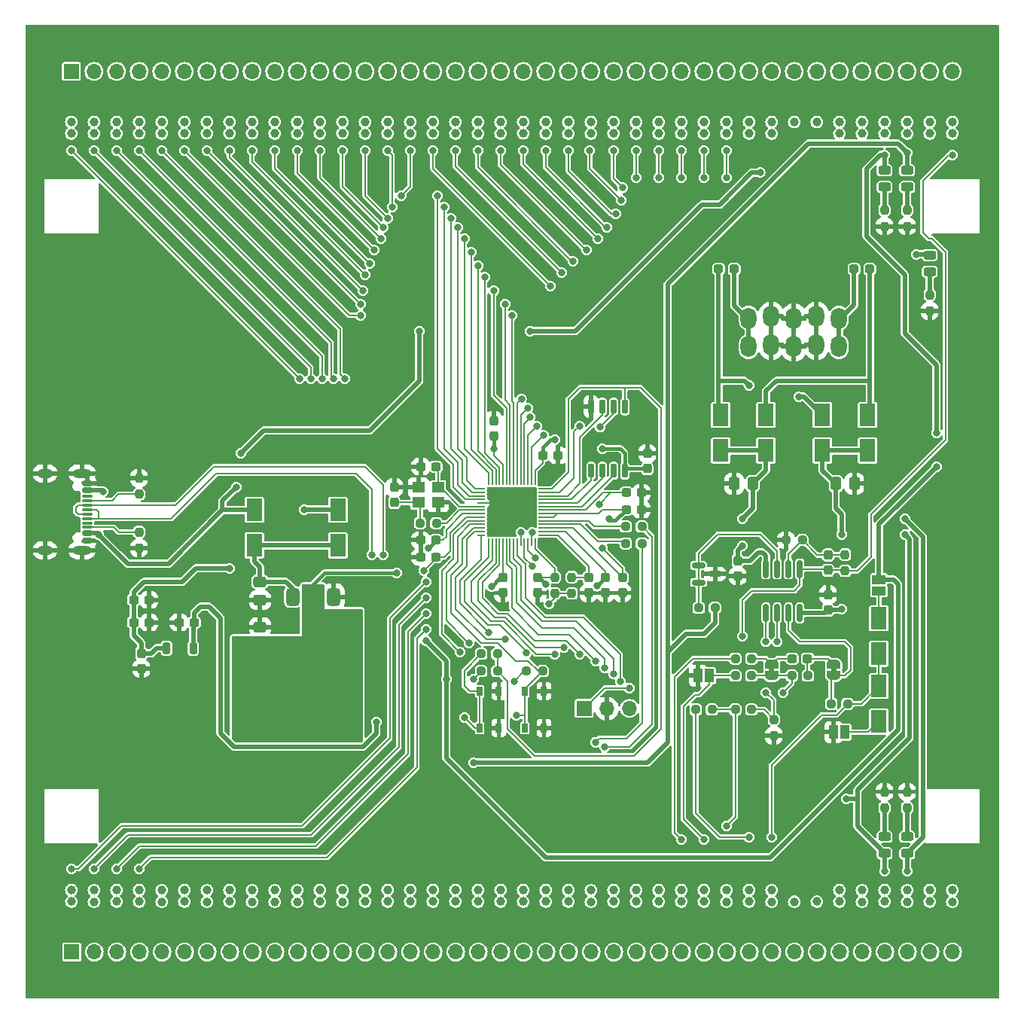
<source format=gbr>
%TF.GenerationSoftware,KiCad,Pcbnew,8.0.4*%
%TF.CreationDate,2024-08-14T20:41:30-04:00*%
%TF.ProjectId,RP2040_Euro_Power,52503230-3430-45f4-9575-726f5f506f77,rev?*%
%TF.SameCoordinates,Original*%
%TF.FileFunction,Copper,L1,Top*%
%TF.FilePolarity,Positive*%
%FSLAX46Y46*%
G04 Gerber Fmt 4.6, Leading zero omitted, Abs format (unit mm)*
G04 Created by KiCad (PCBNEW 8.0.4) date 2024-08-14 20:41:30*
%MOMM*%
%LPD*%
G01*
G04 APERTURE LIST*
G04 Aperture macros list*
%AMRoundRect*
0 Rectangle with rounded corners*
0 $1 Rounding radius*
0 $2 $3 $4 $5 $6 $7 $8 $9 X,Y pos of 4 corners*
0 Add a 4 corners polygon primitive as box body*
4,1,4,$2,$3,$4,$5,$6,$7,$8,$9,$2,$3,0*
0 Add four circle primitives for the rounded corners*
1,1,$1+$1,$2,$3*
1,1,$1+$1,$4,$5*
1,1,$1+$1,$6,$7*
1,1,$1+$1,$8,$9*
0 Add four rect primitives between the rounded corners*
20,1,$1+$1,$2,$3,$4,$5,0*
20,1,$1+$1,$4,$5,$6,$7,0*
20,1,$1+$1,$6,$7,$8,$9,0*
20,1,$1+$1,$8,$9,$2,$3,0*%
%AMFreePoly0*
4,1,19,0.500000,-0.750000,0.000000,-0.750000,0.000000,-0.744911,-0.071157,-0.744911,-0.207708,-0.704816,-0.327430,-0.627875,-0.420627,-0.520320,-0.479746,-0.390866,-0.500000,-0.250000,-0.500000,0.250000,-0.479746,0.390866,-0.420627,0.520320,-0.327430,0.627875,-0.207708,0.704816,-0.071157,0.744911,0.000000,0.744911,0.000000,0.750000,0.500000,0.750000,0.500000,-0.750000,0.500000,-0.750000,
$1*%
%AMFreePoly1*
4,1,19,0.000000,0.744911,0.071157,0.744911,0.207708,0.704816,0.327430,0.627875,0.420627,0.520320,0.479746,0.390866,0.500000,0.250000,0.500000,-0.250000,0.479746,-0.390866,0.420627,-0.520320,0.327430,-0.627875,0.207708,-0.704816,0.071157,-0.744911,0.000000,-0.744911,0.000000,-0.750000,-0.500000,-0.750000,-0.500000,0.750000,0.000000,0.750000,0.000000,0.744911,0.000000,0.744911,
$1*%
%AMFreePoly2*
4,1,9,3.862500,-0.866500,0.737500,-0.866500,0.737500,-0.450000,-0.737500,-0.450000,-0.737500,0.450000,0.737500,0.450000,0.737500,0.866500,3.862500,0.866500,3.862500,-0.866500,3.862500,-0.866500,$1*%
G04 Aperture macros list end*
%TA.AperFunction,EtchedComponent*%
%ADD10C,0.000000*%
%TD*%
%TA.AperFunction,ComponentPad*%
%ADD11C,1.000000*%
%TD*%
%TA.AperFunction,SMDPad,CuDef*%
%ADD12RoundRect,0.237500X-0.300000X-0.237500X0.300000X-0.237500X0.300000X0.237500X-0.300000X0.237500X0*%
%TD*%
%TA.AperFunction,SMDPad,CuDef*%
%ADD13RoundRect,0.237500X-0.250000X-0.237500X0.250000X-0.237500X0.250000X0.237500X-0.250000X0.237500X0*%
%TD*%
%TA.AperFunction,SMDPad,CuDef*%
%ADD14RoundRect,0.250000X0.337500X0.475000X-0.337500X0.475000X-0.337500X-0.475000X0.337500X-0.475000X0*%
%TD*%
%TA.AperFunction,SMDPad,CuDef*%
%ADD15RoundRect,0.243750X0.456250X-0.243750X0.456250X0.243750X-0.456250X0.243750X-0.456250X-0.243750X0*%
%TD*%
%TA.AperFunction,SMDPad,CuDef*%
%ADD16FreePoly0,90.000000*%
%TD*%
%TA.AperFunction,SMDPad,CuDef*%
%ADD17FreePoly1,90.000000*%
%TD*%
%TA.AperFunction,SMDPad,CuDef*%
%ADD18RoundRect,0.150000X-0.150000X0.650000X-0.150000X-0.650000X0.150000X-0.650000X0.150000X0.650000X0*%
%TD*%
%TA.AperFunction,SMDPad,CuDef*%
%ADD19R,0.647700X1.049020*%
%TD*%
%TA.AperFunction,SMDPad,CuDef*%
%ADD20RoundRect,0.237500X0.237500X-0.250000X0.237500X0.250000X-0.237500X0.250000X-0.237500X-0.250000X0*%
%TD*%
%TA.AperFunction,SMDPad,CuDef*%
%ADD21RoundRect,0.237500X-0.237500X0.300000X-0.237500X-0.300000X0.237500X-0.300000X0.237500X0.300000X0*%
%TD*%
%TA.AperFunction,SMDPad,CuDef*%
%ADD22R,1.000000X1.500000*%
%TD*%
%TA.AperFunction,SMDPad,CuDef*%
%ADD23RoundRect,0.237500X0.237500X-0.300000X0.237500X0.300000X-0.237500X0.300000X-0.237500X-0.300000X0*%
%TD*%
%TA.AperFunction,SMDPad,CuDef*%
%ADD24RoundRect,0.237500X0.300000X0.237500X-0.300000X0.237500X-0.300000X-0.237500X0.300000X-0.237500X0*%
%TD*%
%TA.AperFunction,SMDPad,CuDef*%
%ADD25RoundRect,0.150000X-0.587500X-0.150000X0.587500X-0.150000X0.587500X0.150000X-0.587500X0.150000X0*%
%TD*%
%TA.AperFunction,SMDPad,CuDef*%
%ADD26R,1.800000X2.500000*%
%TD*%
%TA.AperFunction,SMDPad,CuDef*%
%ADD27RoundRect,0.237500X0.287500X0.237500X-0.287500X0.237500X-0.287500X-0.237500X0.287500X-0.237500X0*%
%TD*%
%TA.AperFunction,SMDPad,CuDef*%
%ADD28RoundRect,0.150000X-0.150000X0.825000X-0.150000X-0.825000X0.150000X-0.825000X0.150000X0.825000X0*%
%TD*%
%TA.AperFunction,SMDPad,CuDef*%
%ADD29RoundRect,0.237500X-0.287500X-0.237500X0.287500X-0.237500X0.287500X0.237500X-0.287500X0.237500X0*%
%TD*%
%TA.AperFunction,SMDPad,CuDef*%
%ADD30R,1.500000X1.000000*%
%TD*%
%TA.AperFunction,SMDPad,CuDef*%
%ADD31RoundRect,0.375000X-0.375000X0.625000X-0.375000X-0.625000X0.375000X-0.625000X0.375000X0.625000X0*%
%TD*%
%TA.AperFunction,SMDPad,CuDef*%
%ADD32RoundRect,0.500000X-1.400000X0.500000X-1.400000X-0.500000X1.400000X-0.500000X1.400000X0.500000X0*%
%TD*%
%TA.AperFunction,SMDPad,CuDef*%
%ADD33RoundRect,0.237500X-0.237500X0.250000X-0.237500X-0.250000X0.237500X-0.250000X0.237500X0.250000X0*%
%TD*%
%TA.AperFunction,SMDPad,CuDef*%
%ADD34RoundRect,0.237500X0.250000X0.237500X-0.250000X0.237500X-0.250000X-0.237500X0.250000X-0.237500X0*%
%TD*%
%TA.AperFunction,SMDPad,CuDef*%
%ADD35RoundRect,0.250000X0.475000X-0.337500X0.475000X0.337500X-0.475000X0.337500X-0.475000X-0.337500X0*%
%TD*%
%TA.AperFunction,SMDPad,CuDef*%
%ADD36RoundRect,0.225000X-0.225000X0.425000X-0.225000X-0.425000X0.225000X-0.425000X0.225000X0.425000X0*%
%TD*%
%TA.AperFunction,SMDPad,CuDef*%
%ADD37FreePoly2,270.000000*%
%TD*%
%TA.AperFunction,SMDPad,CuDef*%
%ADD38RoundRect,0.243750X-0.456250X0.243750X-0.456250X-0.243750X0.456250X-0.243750X0.456250X0.243750X0*%
%TD*%
%TA.AperFunction,SMDPad,CuDef*%
%ADD39RoundRect,0.050000X-0.050000X0.387500X-0.050000X-0.387500X0.050000X-0.387500X0.050000X0.387500X0*%
%TD*%
%TA.AperFunction,SMDPad,CuDef*%
%ADD40RoundRect,0.050000X-0.387500X0.050000X-0.387500X-0.050000X0.387500X-0.050000X0.387500X0.050000X0*%
%TD*%
%TA.AperFunction,HeatsinkPad*%
%ADD41R,3.200000X3.200000*%
%TD*%
%TA.AperFunction,SMDPad,CuDef*%
%ADD42R,1.400000X1.200000*%
%TD*%
%TA.AperFunction,SMDPad,CuDef*%
%ADD43RoundRect,0.250000X-0.475000X0.337500X-0.475000X-0.337500X0.475000X-0.337500X0.475000X0.337500X0*%
%TD*%
%TA.AperFunction,ComponentPad*%
%ADD44O,1.800000X2.400000*%
%TD*%
%TA.AperFunction,SMDPad,CuDef*%
%ADD45RoundRect,0.150000X-0.425000X0.150000X-0.425000X-0.150000X0.425000X-0.150000X0.425000X0.150000X0*%
%TD*%
%TA.AperFunction,SMDPad,CuDef*%
%ADD46RoundRect,0.075000X-0.500000X0.075000X-0.500000X-0.075000X0.500000X-0.075000X0.500000X0.075000X0*%
%TD*%
%TA.AperFunction,ComponentPad*%
%ADD47O,2.100000X1.000000*%
%TD*%
%TA.AperFunction,ComponentPad*%
%ADD48O,1.800000X1.000000*%
%TD*%
%TA.AperFunction,SMDPad,CuDef*%
%ADD49RoundRect,0.250000X-0.337500X-0.475000X0.337500X-0.475000X0.337500X0.475000X-0.337500X0.475000X0*%
%TD*%
%TA.AperFunction,ComponentPad*%
%ADD50R,1.700000X1.700000*%
%TD*%
%TA.AperFunction,ComponentPad*%
%ADD51O,1.700000X1.700000*%
%TD*%
%TA.AperFunction,ViaPad*%
%ADD52C,0.800000*%
%TD*%
%TA.AperFunction,Conductor*%
%ADD53C,0.508000*%
%TD*%
%TA.AperFunction,Conductor*%
%ADD54C,0.200000*%
%TD*%
%TA.AperFunction,Conductor*%
%ADD55C,0.203200*%
%TD*%
%TA.AperFunction,Conductor*%
%ADD56C,0.381000*%
%TD*%
G04 APERTURE END LIST*
D10*
%TA.AperFunction,EtchedComponent*%
%TO.C,JP201*%
G36*
X165452000Y-111202000D02*
G01*
X164852000Y-111202000D01*
X164852000Y-110702000D01*
X165452000Y-110702000D01*
X165452000Y-111202000D01*
G37*
%TD.AperFunction*%
%TA.AperFunction,EtchedComponent*%
%TO.C,JP1*%
G36*
X158467000Y-111202000D02*
G01*
X157867000Y-111202000D01*
X157867000Y-110702000D01*
X158467000Y-110702000D01*
X158467000Y-111202000D01*
G37*
%TD.AperFunction*%
%TD*%
D11*
%TO.P,JP180,1,A*%
%TO.N,APWR4*%
X178487000Y-135717000D03*
%TO.P,JP180,2,B*%
%TO.N,Net-(J2-Pin_40)*%
X178487000Y-137017000D03*
%TD*%
%TO.P,JP179,1,A*%
%TO.N,APWR3*%
X175947000Y-135702000D03*
%TO.P,JP179,2,B*%
%TO.N,Net-(J2-Pin_39)*%
X175947000Y-137002000D03*
%TD*%
%TO.P,JP178,1,A*%
%TO.N,APWR2*%
X173407000Y-135717000D03*
%TO.P,JP178,2,B*%
%TO.N,Net-(J2-Pin_38)*%
X173407000Y-137017000D03*
%TD*%
%TO.P,JP177,1,A*%
%TO.N,APWR1*%
X170867000Y-135702000D03*
%TO.P,JP177,2,B*%
%TO.N,Net-(J2-Pin_37)*%
X170867000Y-137002000D03*
%TD*%
%TO.P,JP176,1,A*%
%TO.N,GND5*%
X168327000Y-135717000D03*
%TO.P,JP176,2,B*%
%TO.N,Net-(J2-Pin_36)*%
X168327000Y-137017000D03*
%TD*%
%TO.P,JP175,1,A*%
%TO.N,GND4*%
X165787000Y-135702000D03*
%TO.P,JP175,2,B*%
%TO.N,Net-(J2-Pin_35)*%
X165787000Y-137002000D03*
%TD*%
%TO.P,JP174,1,A*%
%TO.N,GND_PLANE*%
X163247000Y-135702000D03*
%TO.P,JP174,2,B*%
%TO.N,Net-(J2-Pin_34)*%
X163247000Y-137002000D03*
%TD*%
%TO.P,JP173,1,A*%
%TO.N,GND_PLANE*%
X160707000Y-135717000D03*
%TO.P,JP173,2,B*%
%TO.N,Net-(J2-Pin_33)*%
X160707000Y-137017000D03*
%TD*%
%TO.P,JP172,1,A*%
%TO.N,A32*%
X158167000Y-135717000D03*
%TO.P,JP172,2,B*%
%TO.N,Net-(J2-Pin_32)*%
X158167000Y-137017000D03*
%TD*%
%TO.P,JP171,1,A*%
%TO.N,A31*%
X155627000Y-135702000D03*
%TO.P,JP171,2,B*%
%TO.N,Net-(J2-Pin_31)*%
X155627000Y-137002000D03*
%TD*%
%TO.P,JP170,1,A*%
%TO.N,A30*%
X153087000Y-135717000D03*
%TO.P,JP170,2,B*%
%TO.N,Net-(J2-Pin_30)*%
X153087000Y-137017000D03*
%TD*%
%TO.P,JP169,1,A*%
%TO.N,A29*%
X150547000Y-135702000D03*
%TO.P,JP169,2,B*%
%TO.N,Net-(J2-Pin_29)*%
X150547000Y-137002000D03*
%TD*%
%TO.P,JP168,1,A*%
%TO.N,A28*%
X148007000Y-135702000D03*
%TO.P,JP168,2,B*%
%TO.N,Net-(J2-Pin_28)*%
X148007000Y-137002000D03*
%TD*%
%TO.P,JP167,1,A*%
%TO.N,A27*%
X145467000Y-135702000D03*
%TO.P,JP167,2,B*%
%TO.N,Net-(J2-Pin_27)*%
X145467000Y-137002000D03*
%TD*%
%TO.P,JP166,1,A*%
%TO.N,A26*%
X142927000Y-135702000D03*
%TO.P,JP166,2,B*%
%TO.N,Net-(J2-Pin_26)*%
X142927000Y-137002000D03*
%TD*%
%TO.P,JP165,1,A*%
%TO.N,A25*%
X140387000Y-135702000D03*
%TO.P,JP165,2,B*%
%TO.N,Net-(J2-Pin_25)*%
X140387000Y-137002000D03*
%TD*%
%TO.P,JP164,1,A*%
%TO.N,A24*%
X137847000Y-135717000D03*
%TO.P,JP164,2,B*%
%TO.N,Net-(J2-Pin_24)*%
X137847000Y-137017000D03*
%TD*%
%TO.P,JP163,1,A*%
%TO.N,A23*%
X135307000Y-135702000D03*
%TO.P,JP163,2,B*%
%TO.N,Net-(J2-Pin_23)*%
X135307000Y-137002000D03*
%TD*%
%TO.P,JP162,1,A*%
%TO.N,A22*%
X132767000Y-135702000D03*
%TO.P,JP162,2,B*%
%TO.N,Net-(J2-Pin_22)*%
X132767000Y-137002000D03*
%TD*%
%TO.P,JP161,1,A*%
%TO.N,A21*%
X130227000Y-135702000D03*
%TO.P,JP161,2,B*%
%TO.N,Net-(J2-Pin_21)*%
X130227000Y-137002000D03*
%TD*%
%TO.P,JP160,1,A*%
%TO.N,A20*%
X127687000Y-135687000D03*
%TO.P,JP160,2,B*%
%TO.N,Net-(J2-Pin_20)*%
X127687000Y-136987000D03*
%TD*%
%TO.P,JP159,1,A*%
%TO.N,A19*%
X125147000Y-135702000D03*
%TO.P,JP159,2,B*%
%TO.N,Net-(J2-Pin_19)*%
X125147000Y-137002000D03*
%TD*%
%TO.P,JP158,1,A*%
%TO.N,A18*%
X122607000Y-135687000D03*
%TO.P,JP158,2,B*%
%TO.N,Net-(J2-Pin_18)*%
X122607000Y-136987000D03*
%TD*%
%TO.P,JP157,1,A*%
%TO.N,A17*%
X120067000Y-135687000D03*
%TO.P,JP157,2,B*%
%TO.N,Net-(J2-Pin_17)*%
X120067000Y-136987000D03*
%TD*%
%TO.P,JP156,1,A*%
%TO.N,A16*%
X117527000Y-135687000D03*
%TO.P,JP156,2,B*%
%TO.N,Net-(J2-Pin_16)*%
X117527000Y-136987000D03*
%TD*%
%TO.P,JP155,1,A*%
%TO.N,A15*%
X114987000Y-135687000D03*
%TO.P,JP155,2,B*%
%TO.N,Net-(J2-Pin_15)*%
X114987000Y-136987000D03*
%TD*%
%TO.P,JP154,1,A*%
%TO.N,A14*%
X112447000Y-135687000D03*
%TO.P,JP154,2,B*%
%TO.N,Net-(J2-Pin_14)*%
X112447000Y-136987000D03*
%TD*%
%TO.P,JP153,1,A*%
%TO.N,A13*%
X109907000Y-135717000D03*
%TO.P,JP153,2,B*%
%TO.N,Net-(J2-Pin_13)*%
X109907000Y-137017000D03*
%TD*%
%TO.P,JP152,1,A*%
%TO.N,A12*%
X107367000Y-135702000D03*
%TO.P,JP152,2,B*%
%TO.N,Net-(J2-Pin_12)*%
X107367000Y-137002000D03*
%TD*%
%TO.P,JP151,1,A*%
%TO.N,A11*%
X104827000Y-135717000D03*
%TO.P,JP151,2,B*%
%TO.N,Net-(J2-Pin_11)*%
X104827000Y-137017000D03*
%TD*%
%TO.P,JP150,1,A*%
%TO.N,A10*%
X102287000Y-135717000D03*
%TO.P,JP150,2,B*%
%TO.N,Net-(J2-Pin_10)*%
X102287000Y-137017000D03*
%TD*%
%TO.P,JP149,1,A*%
%TO.N,A9*%
X99747000Y-135717000D03*
%TO.P,JP149,2,B*%
%TO.N,Net-(J2-Pin_9)*%
X99747000Y-137017000D03*
%TD*%
%TO.P,JP148,1,A*%
%TO.N,A8*%
X97207000Y-135702000D03*
%TO.P,JP148,2,B*%
%TO.N,Net-(J2-Pin_8)*%
X97207000Y-137002000D03*
%TD*%
%TO.P,JP147,1,A*%
%TO.N,A7*%
X94667000Y-135717000D03*
%TO.P,JP147,2,B*%
%TO.N,Net-(J2-Pin_7)*%
X94667000Y-137017000D03*
%TD*%
%TO.P,JP146,1,A*%
%TO.N,A6*%
X92127000Y-135702000D03*
%TO.P,JP146,2,B*%
%TO.N,Net-(J2-Pin_6)*%
X92127000Y-137002000D03*
%TD*%
%TO.P,JP145,1,A*%
%TO.N,A5*%
X89587000Y-135717000D03*
%TO.P,JP145,2,B*%
%TO.N,Net-(J2-Pin_5)*%
X89587000Y-137017000D03*
%TD*%
%TO.P,JP144,1,A*%
%TO.N,A4*%
X87047000Y-135702000D03*
%TO.P,JP144,2,B*%
%TO.N,Net-(J2-Pin_4)*%
X87047000Y-137002000D03*
%TD*%
%TO.P,JP143,1,A*%
%TO.N,A3*%
X84507000Y-135702000D03*
%TO.P,JP143,2,B*%
%TO.N,Net-(J2-Pin_3)*%
X84507000Y-137002000D03*
%TD*%
%TO.P,JP142,1,A*%
%TO.N,A2*%
X81967000Y-135717000D03*
%TO.P,JP142,2,B*%
%TO.N,Net-(J2-Pin_2)*%
X81967000Y-137017000D03*
%TD*%
%TO.P,JP141,1,A*%
%TO.N,A1*%
X79427000Y-135702000D03*
%TO.P,JP141,2,B*%
%TO.N,Net-(J2-Pin_1)*%
X79427000Y-137002000D03*
%TD*%
%TO.P,JP140,1,A*%
%TO.N,Net-(J1-Pin_40)*%
X178487000Y-49327000D03*
%TO.P,JP140,2,B*%
%TO.N,3VREF*%
X178487000Y-50627000D03*
%TD*%
%TO.P,JP139,1,A*%
%TO.N,Net-(J1-Pin_39)*%
X175947000Y-49342000D03*
%TO.P,JP139,2,B*%
%TO.N,PWR2*%
X175947000Y-50642000D03*
%TD*%
%TO.P,JP138,1,A*%
%TO.N,Net-(J1-Pin_38)*%
X173407000Y-49342000D03*
%TO.P,JP138,2,B*%
%TO.N,PWR1*%
X173407000Y-50642000D03*
%TD*%
%TO.P,JP137,1,A*%
%TO.N,Net-(J1-Pin_37)*%
X170867000Y-49342000D03*
%TO.P,JP137,2,B*%
%TO.N,IOVDD*%
X170867000Y-50642000D03*
%TD*%
%TO.P,JP136,1,A*%
%TO.N,Net-(J1-Pin_36)*%
X168327000Y-49342000D03*
%TO.P,JP136,2,B*%
%TO.N,GND3*%
X168327000Y-50642000D03*
%TD*%
%TO.P,JP135,1,A*%
%TO.N,Net-(J1-Pin_35)*%
X165787000Y-49342000D03*
%TO.P,JP135,2,B*%
%TO.N,GND2*%
X165787000Y-50642000D03*
%TD*%
%TO.P,JP134,1,A*%
%TO.N,Net-(J1-Pin_34)*%
X163247000Y-49342000D03*
%TO.P,JP134,2,B*%
%TO.N,GND_PLANE*%
X163247000Y-50642000D03*
%TD*%
%TO.P,JP133,1,A*%
%TO.N,Net-(J1-Pin_33)*%
X160707000Y-49342000D03*
%TO.P,JP133,2,B*%
%TO.N,GND_PLANE*%
X160707000Y-50642000D03*
%TD*%
%TO.P,JP132,1,A*%
%TO.N,Net-(J1-Pin_32)*%
X158167000Y-49342000D03*
%TO.P,JP132,2,B*%
%TO.N,D32*%
X158167000Y-50642000D03*
%TD*%
%TO.P,JP131,1,A*%
%TO.N,Net-(J1-Pin_31)*%
X155627000Y-49327000D03*
%TO.P,JP131,2,B*%
%TO.N,D31*%
X155627000Y-50627000D03*
%TD*%
%TO.P,JP130,1,A*%
%TO.N,BOOT*%
X153087000Y-50627000D03*
%TO.P,JP130,2,B*%
%TO.N,Net-(J1-Pin_30)*%
X153087000Y-49327000D03*
%TD*%
%TO.P,JP129,1,A*%
%TO.N,D29*%
X150547000Y-50642000D03*
%TO.P,JP129,2,B*%
%TO.N,Net-(J1-Pin_29)*%
X150547000Y-49342000D03*
%TD*%
%TO.P,JP128,1,A*%
%TO.N,D28*%
X148007000Y-50642000D03*
%TO.P,JP128,2,B*%
%TO.N,Net-(J1-Pin_28)*%
X148007000Y-49342000D03*
%TD*%
%TO.P,JP127,1,A*%
%TO.N,D27*%
X145467000Y-50642000D03*
%TO.P,JP127,2,B*%
%TO.N,Net-(J1-Pin_27)*%
X145467000Y-49342000D03*
%TD*%
%TO.P,JP126,1,A*%
%TO.N,Net-(J1-Pin_26)*%
X142927000Y-49342000D03*
%TO.P,JP126,2,B*%
%TO.N,D26*%
X142927000Y-50642000D03*
%TD*%
%TO.P,JP125,1,A*%
%TO.N,Net-(J1-Pin_25)*%
X140387000Y-49327000D03*
%TO.P,JP125,2,B*%
%TO.N,D25*%
X140387000Y-50627000D03*
%TD*%
%TO.P,JP124,1,A*%
%TO.N,Net-(J1-Pin_24)*%
X137847000Y-49342000D03*
%TO.P,JP124,2,B*%
%TO.N,D24*%
X137847000Y-50642000D03*
%TD*%
%TO.P,JP123,1,A*%
%TO.N,Net-(J1-Pin_23)*%
X135307000Y-49342000D03*
%TO.P,JP123,2,B*%
%TO.N,D23*%
X135307000Y-50642000D03*
%TD*%
%TO.P,JP122,1,A*%
%TO.N,Net-(J1-Pin_22)*%
X132767000Y-49327000D03*
%TO.P,JP122,2,B*%
%TO.N,D22*%
X132767000Y-50627000D03*
%TD*%
%TO.P,JP121,1,A*%
%TO.N,Net-(J1-Pin_21)*%
X130227000Y-49312000D03*
%TO.P,JP121,2,B*%
%TO.N,D21*%
X130227000Y-50612000D03*
%TD*%
%TO.P,JP120,1,A*%
%TO.N,Net-(J1-Pin_20)*%
X127687000Y-49342000D03*
%TO.P,JP120,2,B*%
%TO.N,D20*%
X127687000Y-50642000D03*
%TD*%
%TO.P,JP119,1,A*%
%TO.N,Net-(J1-Pin_19)*%
X125147000Y-49342000D03*
%TO.P,JP119,2,B*%
%TO.N,D19*%
X125147000Y-50642000D03*
%TD*%
%TO.P,JP118,1,A*%
%TO.N,Net-(J1-Pin_18)*%
X122607000Y-49342000D03*
%TO.P,JP118,2,B*%
%TO.N,D18*%
X122607000Y-50642000D03*
%TD*%
%TO.P,JP117,1,A*%
%TO.N,Net-(J1-Pin_17)*%
X120067000Y-49312000D03*
%TO.P,JP117,2,B*%
%TO.N,D17*%
X120067000Y-50612000D03*
%TD*%
%TO.P,JP116,1,A*%
%TO.N,Net-(J1-Pin_16)*%
X117527000Y-49327000D03*
%TO.P,JP116,2,B*%
%TO.N,D16*%
X117527000Y-50627000D03*
%TD*%
%TO.P,JP115,1,A*%
%TO.N,Net-(J1-Pin_15)*%
X114987000Y-49327000D03*
%TO.P,JP115,2,B*%
%TO.N,D15*%
X114987000Y-50627000D03*
%TD*%
%TO.P,JP114,1,A*%
%TO.N,Net-(J1-Pin_14)*%
X112447000Y-49342000D03*
%TO.P,JP114,2,B*%
%TO.N,D14*%
X112447000Y-50642000D03*
%TD*%
%TO.P,JP113,1,A*%
%TO.N,Net-(J1-Pin_13)*%
X109907000Y-49312000D03*
%TO.P,JP113,2,B*%
%TO.N,D13*%
X109907000Y-50612000D03*
%TD*%
%TO.P,JP112,1,A*%
%TO.N,Net-(J1-Pin_12)*%
X107367000Y-49342000D03*
%TO.P,JP112,2,B*%
%TO.N,D12*%
X107367000Y-50642000D03*
%TD*%
%TO.P,JP111,1,A*%
%TO.N,Net-(J1-Pin_11)*%
X104827000Y-49342000D03*
%TO.P,JP111,2,B*%
%TO.N,D11*%
X104827000Y-50642000D03*
%TD*%
%TO.P,JP110,1,A*%
%TO.N,Net-(J1-Pin_10)*%
X102287000Y-49327000D03*
%TO.P,JP110,2,B*%
%TO.N,D10*%
X102287000Y-50627000D03*
%TD*%
%TO.P,JP109,1,A*%
%TO.N,Net-(J1-Pin_9)*%
X99747000Y-49312000D03*
%TO.P,JP109,2,B*%
%TO.N,D9*%
X99747000Y-50612000D03*
%TD*%
%TO.P,JP108,1,A*%
%TO.N,Net-(J1-Pin_8)*%
X97207000Y-49312000D03*
%TO.P,JP108,2,B*%
%TO.N,D8*%
X97207000Y-50612000D03*
%TD*%
%TO.P,JP107,1,A*%
%TO.N,Net-(J1-Pin_7)*%
X94667000Y-49312000D03*
%TO.P,JP107,2,B*%
%TO.N,D7*%
X94667000Y-50612000D03*
%TD*%
%TO.P,JP106,1,A*%
%TO.N,Net-(J1-Pin_6)*%
X92127000Y-49312000D03*
%TO.P,JP106,2,B*%
%TO.N,D6*%
X92127000Y-50612000D03*
%TD*%
%TO.P,JP105,1,A*%
%TO.N,Net-(J1-Pin_5)*%
X89587000Y-49327000D03*
%TO.P,JP105,2,B*%
%TO.N,D5*%
X89587000Y-50627000D03*
%TD*%
%TO.P,JP104,1,A*%
%TO.N,Net-(J1-Pin_4)*%
X87047000Y-49312000D03*
%TO.P,JP104,2,B*%
%TO.N,D4*%
X87047000Y-50612000D03*
%TD*%
%TO.P,JP103,1,A*%
%TO.N,Net-(J1-Pin_3)*%
X84507000Y-49327000D03*
%TO.P,JP103,2,B*%
%TO.N,D3*%
X84507000Y-50627000D03*
%TD*%
%TO.P,JP102,1,A*%
%TO.N,Net-(J1-Pin_2)*%
X81967000Y-49327000D03*
%TO.P,JP102,2,B*%
%TO.N,D2*%
X81967000Y-50627000D03*
%TD*%
%TO.P,JP101,1,A*%
%TO.N,Net-(J1-Pin_1)*%
X79412000Y-49327000D03*
%TO.P,JP101,2,B*%
%TO.N,D1*%
X79412000Y-50627000D03*
%TD*%
D12*
%TO.P,C21,1*%
%TO.N,APWR1*%
X86438500Y-105618000D03*
%TO.P,C21,2*%
%TO.N,GND_PLANE*%
X88163500Y-105618000D03*
%TD*%
D13*
%TO.P,R8,1*%
%TO.N,GND_PLANE*%
X159794500Y-96347000D03*
%TO.P,R8,2*%
%TO.N,Net-(U7A--)*%
X161619500Y-96347000D03*
%TD*%
D14*
%TO.P,C6,1*%
%TO.N,APWR2*%
X156029500Y-89997000D03*
%TO.P,C6,2*%
%TO.N,GND_PLANE*%
X153954500Y-89997000D03*
%TD*%
D15*
%TO.P,D7,1,K*%
%TO.N,APWR2*%
X173407000Y-131574500D03*
%TO.P,D7,2,A*%
%TO.N,Net-(D7-A)*%
X173407000Y-129699500D03*
%TD*%
D16*
%TO.P,JP201,1,A*%
%TO.N,Net-(JP201-A)*%
X165152000Y-111602000D03*
D17*
%TO.P,JP201,2,B*%
%TO.N,Net-(JP201-B)*%
X165152000Y-110302000D03*
%TD*%
D13*
%TO.P,R1,1*%
%TO.N,Net-(C2-Pad2)*%
X118646500Y-94442000D03*
%TO.P,R1,2*%
%TO.N,Net-(U5-XOUT)*%
X120471500Y-94442000D03*
%TD*%
D18*
%TO.P,U2,1,~{CS}*%
%TO.N,QSPI_CS*%
X141657000Y-81317000D03*
%TO.P,U2,2,DO(IO1)*%
%TO.N,Net-(U2-DO(IO1))*%
X140387000Y-81317000D03*
%TO.P,U2,3,IO2*%
%TO.N,Net-(U2-IO2)*%
X139117000Y-81317000D03*
%TO.P,U2,4,GND*%
%TO.N,GND_PLANE*%
X137847000Y-81317000D03*
%TO.P,U2,5,DI(IO0)*%
%TO.N,Net-(U2-DI(IO0))*%
X137847000Y-88517000D03*
%TO.P,U2,6,CLK*%
%TO.N,QSPI_SCLK*%
X139117000Y-88517000D03*
%TO.P,U2,7,IO3*%
%TO.N,Net-(U2-IO3)*%
X140387000Y-88517000D03*
%TO.P,U2,8,VCC*%
%TO.N,IOVDD*%
X141657000Y-88517000D03*
%TD*%
D19*
%TO.P,SW2,1,A*%
%TO.N,D29*%
X130422580Y-117469640D03*
X130422580Y-113324360D03*
%TO.P,SW2,2,B*%
%TO.N,GND_PLANE*%
X132571420Y-117469640D03*
X132571420Y-113324360D03*
%TD*%
D20*
%TO.P,R14,1*%
%TO.N,3VREF*%
X135688000Y-102339500D03*
%TO.P,R14,2*%
%TO.N,Net-(U5-ADC_AVDD)*%
X135688000Y-100514500D03*
%TD*%
D13*
%TO.P,R23,1*%
%TO.N,Net-(JP201-A)*%
X164874500Y-114762000D03*
%TO.P,R23,2*%
%TO.N,A32*%
X166699500Y-114762000D03*
%TD*%
D21*
%TO.P,C13,1*%
%TO.N,IOVDD*%
X131878000Y-100564500D03*
%TO.P,C13,2*%
%TO.N,GND_PLANE*%
X131878000Y-102289500D03*
%TD*%
%TO.P,C22,1*%
%TO.N,Net-(U7A--)*%
X164517000Y-98024500D03*
%TO.P,C22,2*%
%TO.N,3VREF*%
X164517000Y-99749500D03*
%TD*%
D22*
%TO.P,JP2,1,A*%
%TO.N,GND_PLANE*%
X149897000Y-111587000D03*
%TO.P,JP2,2,B*%
%TO.N,A29*%
X151197000Y-111587000D03*
%TD*%
D23*
%TO.P,C14,1*%
%TO.N,IOVDD*%
X126925000Y-84636500D03*
%TO.P,C14,2*%
%TO.N,GND_PLANE*%
X126925000Y-82911500D03*
%TD*%
D12*
%TO.P,C15,1*%
%TO.N,IOVDD*%
X141810500Y-92918000D03*
%TO.P,C15,2*%
%TO.N,GND_PLANE*%
X143535500Y-92918000D03*
%TD*%
D24*
%TO.P,C20,1*%
%TO.N,PWR1*%
X93243500Y-105618000D03*
%TO.P,C20,2*%
%TO.N,GND_PLANE*%
X91518500Y-105618000D03*
%TD*%
D23*
%TO.P,C19,1*%
%TO.N,APWR1*%
X164517000Y-104194500D03*
%TO.P,C19,2*%
%TO.N,GND_PLANE*%
X164517000Y-102469500D03*
%TD*%
D25*
%TO.P,U101,1,K*%
%TO.N,Net-(U101-K)*%
X149942000Y-99207000D03*
%TO.P,U101,2,REF*%
X149942000Y-101107000D03*
%TO.P,U101,3,A*%
%TO.N,GND_PLANE*%
X151817000Y-100157000D03*
%TD*%
D24*
%TO.P,C11,1*%
%TO.N,IOVDD*%
X120421500Y-96347000D03*
%TO.P,C11,2*%
%TO.N,GND_PLANE*%
X118696500Y-96347000D03*
%TD*%
D13*
%TO.P,R5,1*%
%TO.N,A29*%
X154079500Y-111587000D03*
%TO.P,R5,2*%
%TO.N,Net-(JP1-A)*%
X155904500Y-111587000D03*
%TD*%
%TO.P,R26,1*%
%TO.N,A28*%
X154079500Y-109682000D03*
%TO.P,R26,2*%
%TO.N,Net-(JP1-B)*%
X155904500Y-109682000D03*
%TD*%
D21*
%TO.P,C25,1*%
%TO.N,APWR2*%
X154357000Y-98659500D03*
%TO.P,C25,2*%
%TO.N,GND_PLANE*%
X154357000Y-100384500D03*
%TD*%
D26*
%TO.P,D4,1,K*%
%TO.N,Net-(D11-A)*%
X152452000Y-82282000D03*
%TO.P,D4,2,A*%
%TO.N,APWR2*%
X152452000Y-86282000D03*
%TD*%
D27*
%TO.P,FB1,1*%
%TO.N,Net-(D13-K)*%
X169202000Y-65867000D03*
%TO.P,FB1,2*%
%TO.N,Net-(FB1-Pad2)*%
X167452000Y-65867000D03*
%TD*%
D28*
%TO.P,U7,1*%
%TO.N,3VREF*%
X161342000Y-99587000D03*
%TO.P,U7,2,-*%
%TO.N,Net-(U7A--)*%
X160072000Y-99587000D03*
%TO.P,U7,3,+*%
%TO.N,Net-(U101-K)*%
X158802000Y-99587000D03*
%TO.P,U7,4,V-*%
%TO.N,APWR2*%
X157532000Y-99587000D03*
%TO.P,U7,5,+*%
%TO.N,Net-(U7B-+)*%
X157532000Y-104537000D03*
%TO.P,U7,6,-*%
%TO.N,Net-(JP1-A)*%
X158802000Y-104537000D03*
%TO.P,U7,7*%
%TO.N,Net-(JP201-A)*%
X160072000Y-104537000D03*
%TO.P,U7,8,V+*%
%TO.N,APWR1*%
X161342000Y-104537000D03*
%TD*%
D26*
%TO.P,D13,1,K*%
%TO.N,Net-(D13-K)*%
X157532000Y-82282000D03*
%TO.P,D13,2,A*%
%TO.N,APWR2*%
X157532000Y-86282000D03*
%TD*%
D13*
%TO.P,R2,1*%
%TO.N,Net-(JP1-A)*%
X160429500Y-111587000D03*
%TO.P,R2,2*%
%TO.N,Net-(JP201-B)*%
X162254500Y-111587000D03*
%TD*%
D19*
%TO.P,SW1,1,A*%
%TO.N,BOOT*%
X125342580Y-117469640D03*
X125342580Y-113324360D03*
%TO.P,SW1,2,B*%
%TO.N,GND_PLANE*%
X127491420Y-117469640D03*
X127491420Y-113324360D03*
%TD*%
D13*
%TO.P,R24,1*%
%TO.N,A31*%
X149634500Y-115397000D03*
%TO.P,R24,2*%
%TO.N,A30*%
X151459500Y-115397000D03*
%TD*%
D20*
%TO.P,R16,1*%
%TO.N,Net-(D2-K)*%
X170867000Y-126469500D03*
%TO.P,R16,2*%
%TO.N,GND_PLANE*%
X170867000Y-124644500D03*
%TD*%
D29*
%TO.P,FB2,1*%
%TO.N,Net-(D11-A)*%
X152212000Y-65867000D03*
%TO.P,FB2,2*%
%TO.N,Net-(FB2-Pad2)*%
X153962000Y-65867000D03*
%TD*%
D22*
%TO.P,JP4,1,A*%
%TO.N,GND_PLANE*%
X165122000Y-117937000D03*
%TO.P,JP4,2,B*%
%TO.N,Net-(D12-A)*%
X166422000Y-117937000D03*
%TD*%
D16*
%TO.P,JP1,1,A*%
%TO.N,Net-(JP1-A)*%
X158167000Y-111602000D03*
D17*
%TO.P,JP1,2,B*%
%TO.N,Net-(JP1-B)*%
X158167000Y-110302000D03*
%TD*%
D30*
%TO.P,JP3,1,A*%
%TO.N,Net-(D1-K)*%
X170232000Y-102077000D03*
%TO.P,JP3,2,B*%
%TO.N,IOVDD*%
X170232000Y-100777000D03*
%TD*%
D21*
%TO.P,C16,1*%
%TO.N,DVDD*%
X141403000Y-100564500D03*
%TO.P,C16,2*%
%TO.N,GND_PLANE*%
X141403000Y-102289500D03*
%TD*%
D31*
%TO.P,U4,1,GND*%
%TO.N,GND_PLANE*%
X108905000Y-102722000D03*
%TO.P,U4,2,VO*%
%TO.N,IOVDD*%
X106605000Y-102722000D03*
D32*
X106605000Y-109022000D03*
D31*
%TO.P,U4,3,VI*%
%TO.N,Net-(D5-K)*%
X104305000Y-102722000D03*
%TD*%
D12*
%TO.P,C9,1*%
%TO.N,IOVDD*%
X132412500Y-86822000D03*
%TO.P,C9,2*%
%TO.N,GND_PLANE*%
X134137500Y-86822000D03*
%TD*%
D13*
%TO.P,R21,1*%
%TO.N,A30*%
X154079500Y-115397000D03*
%TO.P,R21,2*%
%TO.N,Net-(U7B-+)*%
X155904500Y-115397000D03*
%TD*%
D33*
%TO.P,R18,1*%
%TO.N,Net-(D8-K)*%
X173407000Y-59239500D03*
%TO.P,R18,2*%
%TO.N,GND_PLANE*%
X173407000Y-61064500D03*
%TD*%
D34*
%TO.P,R4,1*%
%TO.N,QSPI_CS*%
X127329500Y-111079000D03*
%TO.P,R4,2*%
%TO.N,IOVDD*%
X125504500Y-111079000D03*
%TD*%
D26*
%TO.P,D3,1,K*%
%TO.N,APWR1*%
X168962000Y-86282000D03*
%TO.P,D3,2,A*%
%TO.N,Net-(D13-K)*%
X168962000Y-82282000D03*
%TD*%
D13*
%TO.P,R11,1*%
%TO.N,Net-(U5-USB_DM)*%
X141760500Y-96728000D03*
%TO.P,R11,2*%
%TO.N,USBD-*%
X143585500Y-96728000D03*
%TD*%
D21*
%TO.P,C24,1*%
%TO.N,APWR1*%
X87301000Y-109073500D03*
%TO.P,C24,2*%
%TO.N,GND_PLANE*%
X87301000Y-110798500D03*
%TD*%
D13*
%TO.P,R10,1*%
%TO.N,Net-(U5-USB_DP)*%
X141760500Y-94823000D03*
%TO.P,R10,2*%
%TO.N,USBD+*%
X143585500Y-94823000D03*
%TD*%
D26*
%TO.P,D1,1,K*%
%TO.N,Net-(D1-K)*%
X170232000Y-105142000D03*
%TO.P,D1,2,A*%
%TO.N,A32*%
X170232000Y-109142000D03*
%TD*%
%TO.P,D5,1,K*%
%TO.N,Net-(D5-K)*%
X100001000Y-96950000D03*
%TO.P,D5,2,A*%
%TO.N,PWR2*%
X100001000Y-92950000D03*
%TD*%
%TO.P,D11,1,K*%
%TO.N,APWR1*%
X163882000Y-86282000D03*
%TO.P,D11,2,A*%
%TO.N,Net-(D11-A)*%
X163882000Y-82282000D03*
%TD*%
D33*
%TO.P,R20,1*%
%TO.N,Net-(D10-K)*%
X170867000Y-59239500D03*
%TO.P,R20,2*%
%TO.N,GND_PLANE*%
X170867000Y-61064500D03*
%TD*%
%TO.P,R13,1*%
%TO.N,Net-(J4-CC2)*%
X87047000Y-95434500D03*
%TO.P,R13,2*%
%TO.N,GND_PLANE*%
X87047000Y-97259500D03*
%TD*%
D35*
%TO.P,C8,1*%
%TO.N,IOVDD*%
X100636000Y-108179500D03*
%TO.P,C8,2*%
%TO.N,GND_PLANE*%
X100636000Y-106104500D03*
%TD*%
D21*
%TO.P,C12,1*%
%TO.N,IOVDD*%
X127941000Y-100564500D03*
%TO.P,C12,2*%
%TO.N,GND_PLANE*%
X127941000Y-102289500D03*
%TD*%
D36*
%TO.P,U1,1,OUT*%
%TO.N,PWR1*%
X93119000Y-108494000D03*
D37*
%TO.P,U1,2,GND*%
%TO.N,GND_PLANE*%
X91619000Y-108581500D03*
D36*
%TO.P,U1,3,IN*%
%TO.N,APWR1*%
X90119000Y-108494000D03*
%TD*%
D38*
%TO.P,D2,1,K*%
%TO.N,Net-(D2-K)*%
X170867000Y-129699500D03*
%TO.P,D2,2,A*%
%TO.N,APWR1*%
X170867000Y-131574500D03*
%TD*%
D39*
%TO.P,U5,1,IOVDD*%
%TO.N,IOVDD*%
X131557000Y-89734500D03*
%TO.P,U5,2,GPIO0*%
%TO.N,D1*%
X131157000Y-89734500D03*
%TO.P,U5,3,GPIO1*%
%TO.N,D2*%
X130757000Y-89734500D03*
%TO.P,U5,4,GPIO2*%
%TO.N,D3*%
X130357000Y-89734500D03*
%TO.P,U5,5,GPIO3*%
%TO.N,D4*%
X129957000Y-89734500D03*
%TO.P,U5,6,GPIO4*%
%TO.N,D5*%
X129557000Y-89734500D03*
%TO.P,U5,7,GPIO5*%
%TO.N,D6*%
X129157000Y-89734500D03*
%TO.P,U5,8,GPIO6*%
%TO.N,D7*%
X128757000Y-89734500D03*
%TO.P,U5,9,GPIO7*%
%TO.N,D8*%
X128357000Y-89734500D03*
%TO.P,U5,10,IOVDD*%
%TO.N,IOVDD*%
X127957000Y-89734500D03*
%TO.P,U5,11,GPIO8*%
%TO.N,D9*%
X127557000Y-89734500D03*
%TO.P,U5,12,GPIO9*%
%TO.N,D10*%
X127157000Y-89734500D03*
%TO.P,U5,13,GPIO10*%
%TO.N,D11*%
X126757000Y-89734500D03*
%TO.P,U5,14,GPIO11*%
%TO.N,D12*%
X126357000Y-89734500D03*
D40*
%TO.P,U5,15,GPIO12*%
%TO.N,D13*%
X125519500Y-90572000D03*
%TO.P,U5,16,GPIO13*%
%TO.N,D14*%
X125519500Y-90972000D03*
%TO.P,U5,17,GPIO14*%
%TO.N,D15*%
X125519500Y-91372000D03*
%TO.P,U5,18,GPIO15*%
%TO.N,D16*%
X125519500Y-91772000D03*
%TO.P,U5,19,TESTEN*%
%TO.N,GND_PLANE*%
X125519500Y-92172000D03*
%TO.P,U5,20,XIN*%
%TO.N,Net-(U5-XIN)*%
X125519500Y-92572000D03*
%TO.P,U5,21,XOUT*%
%TO.N,Net-(U5-XOUT)*%
X125519500Y-92972000D03*
%TO.P,U5,22,IOVDD*%
%TO.N,IOVDD*%
X125519500Y-93372000D03*
%TO.P,U5,23,DVDD*%
%TO.N,DVDD*%
X125519500Y-93772000D03*
%TO.P,U5,24,SWCLK*%
%TO.N,D27*%
X125519500Y-94172000D03*
%TO.P,U5,25,SWD*%
%TO.N,D28*%
X125519500Y-94572000D03*
%TO.P,U5,26,RUN*%
%TO.N,D29*%
X125519500Y-94972000D03*
%TO.P,U5,27,GPIO16*%
%TO.N,D17*%
X125519500Y-95372000D03*
%TO.P,U5,28,GPIO17*%
%TO.N,D18*%
X125519500Y-95772000D03*
D39*
%TO.P,U5,29,GPIO18*%
%TO.N,D19*%
X126357000Y-96609500D03*
%TO.P,U5,30,GPIO19*%
%TO.N,D20*%
X126757000Y-96609500D03*
%TO.P,U5,31,GPIO20*%
%TO.N,D21*%
X127157000Y-96609500D03*
%TO.P,U5,32,GPIO21*%
%TO.N,D22*%
X127557000Y-96609500D03*
%TO.P,U5,33,IOVDD*%
%TO.N,IOVDD*%
X127957000Y-96609500D03*
%TO.P,U5,34,GPIO22*%
%TO.N,D23*%
X128357000Y-96609500D03*
%TO.P,U5,35,GPIO23*%
%TO.N,D24*%
X128757000Y-96609500D03*
%TO.P,U5,36,GPIO24*%
%TO.N,D25*%
X129157000Y-96609500D03*
%TO.P,U5,37,GPIO25*%
%TO.N,D26*%
X129557000Y-96609500D03*
%TO.P,U5,38,GPIO26_ADC0*%
%TO.N,A1*%
X129957000Y-96609500D03*
%TO.P,U5,39,GPIO27_ADC1*%
%TO.N,A2*%
X130357000Y-96609500D03*
%TO.P,U5,40,GPIO28_ADC2*%
%TO.N,A3*%
X130757000Y-96609500D03*
%TO.P,U5,41,GPIO29_ADC3*%
%TO.N,A4*%
X131157000Y-96609500D03*
%TO.P,U5,42,IOVDD*%
%TO.N,IOVDD*%
X131557000Y-96609500D03*
D40*
%TO.P,U5,43,ADC_AVDD*%
%TO.N,Net-(U5-ADC_AVDD)*%
X132394500Y-95772000D03*
%TO.P,U5,44,VREG_IN*%
%TO.N,IOVDD*%
X132394500Y-95372000D03*
%TO.P,U5,45,VREG_VOUT*%
%TO.N,DVDD*%
X132394500Y-94972000D03*
%TO.P,U5,46,USB_DM*%
%TO.N,Net-(U5-USB_DM)*%
X132394500Y-94572000D03*
%TO.P,U5,47,USB_DP*%
%TO.N,Net-(U5-USB_DP)*%
X132394500Y-94172000D03*
%TO.P,U5,48,USB_VDD*%
%TO.N,IOVDD*%
X132394500Y-93772000D03*
%TO.P,U5,49,IOVDD*%
X132394500Y-93372000D03*
%TO.P,U5,50,DVDD*%
%TO.N,DVDD*%
X132394500Y-92972000D03*
%TO.P,U5,51,QSPI_SD3*%
%TO.N,Net-(U2-IO3)*%
X132394500Y-92572000D03*
%TO.P,U5,52,QSPI_SCLK*%
%TO.N,QSPI_SCLK*%
X132394500Y-92172000D03*
%TO.P,U5,53,QSPI_SD0*%
%TO.N,Net-(U2-DI(IO0))*%
X132394500Y-91772000D03*
%TO.P,U5,54,QSPI_SD2*%
%TO.N,Net-(U2-IO2)*%
X132394500Y-91372000D03*
%TO.P,U5,55,QSPI_SD1*%
%TO.N,Net-(U2-DO(IO1))*%
X132394500Y-90972000D03*
%TO.P,U5,56,QSPI_SS*%
%TO.N,QSPI_CS*%
X132394500Y-90572000D03*
D41*
%TO.P,U5,57,GND*%
%TO.N,GND_PLANE*%
X128957000Y-93172000D03*
%TD*%
D21*
%TO.P,C10,1*%
%TO.N,IOVDD*%
X139498000Y-100564500D03*
%TO.P,C10,2*%
%TO.N,GND_PLANE*%
X139498000Y-102289500D03*
%TD*%
D42*
%TO.P,Y1,1,1*%
%TO.N,Net-(U5-XIN)*%
X120659000Y-90417000D03*
%TO.P,Y1,2,2*%
%TO.N,GND_PLANE*%
X118459000Y-90417000D03*
%TO.P,Y1,3,3*%
%TO.N,Net-(C2-Pad2)*%
X118459000Y-92117000D03*
%TO.P,Y1,4,4*%
%TO.N,GND_PLANE*%
X120659000Y-92117000D03*
%TD*%
D21*
%TO.P,C2,1*%
%TO.N,GND_PLANE*%
X115749000Y-90404500D03*
%TO.P,C2,2*%
%TO.N,Net-(C2-Pad2)*%
X115749000Y-92129500D03*
%TD*%
D33*
%TO.P,R15,1*%
%TO.N,IOVDD*%
X133783000Y-100514500D03*
%TO.P,R15,2*%
%TO.N,3VREF*%
X133783000Y-102339500D03*
%TD*%
D20*
%TO.P,R17,1*%
%TO.N,Net-(D7-A)*%
X173407000Y-126469500D03*
%TO.P,R17,2*%
%TO.N,GND_PLANE*%
X173407000Y-124644500D03*
%TD*%
D23*
%TO.P,C3,1*%
%TO.N,IOVDD*%
X144197000Y-88319500D03*
%TO.P,C3,2*%
%TO.N,GND_PLANE*%
X144197000Y-86594500D03*
%TD*%
D12*
%TO.P,C1,1*%
%TO.N,GND_PLANE*%
X118696500Y-88092000D03*
%TO.P,C1,2*%
%TO.N,Net-(U5-XIN)*%
X120421500Y-88092000D03*
%TD*%
%TO.P,C23,1*%
%TO.N,APWR1*%
X86438500Y-103078000D03*
%TO.P,C23,2*%
%TO.N,GND_PLANE*%
X88163500Y-103078000D03*
%TD*%
D24*
%TO.P,C17,1*%
%TO.N,DVDD*%
X120421500Y-98252000D03*
%TO.P,C17,2*%
%TO.N,GND_PLANE*%
X118696500Y-98252000D03*
%TD*%
%TO.P,C18,1*%
%TO.N,GND_PLANE*%
X143535500Y-91013000D03*
%TO.P,C18,2*%
%TO.N,DVDD*%
X141810500Y-91013000D03*
%TD*%
D15*
%TO.P,D10,1,K*%
%TO.N,Net-(D10-K)*%
X170867000Y-56644500D03*
%TO.P,D10,2,A*%
%TO.N,IOVDD*%
X170867000Y-54769500D03*
%TD*%
D34*
%TO.P,R6,1*%
%TO.N,D29*%
X132409500Y-111079000D03*
%TO.P,R6,2*%
%TO.N,IOVDD*%
X130584500Y-111079000D03*
%TD*%
D33*
%TO.P,R7,1*%
%TO.N,Net-(U7A--)*%
X166422000Y-97974500D03*
%TO.P,R7,2*%
%TO.N,3VREF*%
X166422000Y-99799500D03*
%TD*%
D20*
%TO.P,R12,1*%
%TO.N,Net-(J4-CC1)*%
X87047000Y-91187000D03*
%TO.P,R12,2*%
%TO.N,GND_PLANE*%
X87047000Y-89362000D03*
%TD*%
D34*
%TO.P,R3,1*%
%TO.N,QSPI_CS*%
X127329500Y-109139000D03*
%TO.P,R3,2*%
%TO.N,BOOT*%
X125504500Y-109139000D03*
%TD*%
D12*
%TO.P,C26,1*%
%TO.N,Net-(JP1-B)*%
X160479500Y-109682000D03*
%TO.P,C26,2*%
%TO.N,Net-(JP201-B)*%
X162204500Y-109682000D03*
%TD*%
D20*
%TO.P,R22,1*%
%TO.N,GND_PLANE*%
X158421000Y-118341500D03*
%TO.P,R22,2*%
%TO.N,Net-(U7B-+)*%
X158421000Y-116516500D03*
%TD*%
D43*
%TO.P,C7,1*%
%TO.N,Net-(D5-K)*%
X100636000Y-101024500D03*
%TO.P,C7,2*%
%TO.N,GND_PLANE*%
X100636000Y-103099500D03*
%TD*%
D15*
%TO.P,D9,1,K*%
%TO.N,Net-(D9-K)*%
X175947000Y-66169500D03*
%TO.P,D9,2,A*%
%TO.N,PWR2*%
X175947000Y-64294500D03*
%TD*%
D44*
%TO.P,J3,1,-12V*%
%TO.N,Net-(FB2-Pad2)*%
X155587000Y-74595625D03*
%TO.P,J3,2,-12V*%
X155587000Y-71401625D03*
%TO.P,J3,3,GND*%
%TO.N,GND_PLANE*%
X158127000Y-74392425D03*
%TO.P,J3,4,GND*%
X158127000Y-71198425D03*
%TO.P,J3,5,GND*%
X160667000Y-74595625D03*
%TO.P,J3,6,GND*%
X160667000Y-71401625D03*
%TO.P,J3,7,GND*%
X163207000Y-74392425D03*
%TO.P,J3,8,GND*%
X163207000Y-71198425D03*
%TO.P,J3,9,+12V*%
%TO.N,Net-(FB1-Pad2)*%
X165747000Y-74595625D03*
%TO.P,J3,10,+12V*%
X165747000Y-71401625D03*
%TD*%
D26*
%TO.P,D6,1,K*%
%TO.N,Net-(D5-K)*%
X109399000Y-96950000D03*
%TO.P,D6,2,A*%
%TO.N,APWR1*%
X109399000Y-92950000D03*
%TD*%
D21*
%TO.P,C4,1*%
%TO.N,Net-(U5-ADC_AVDD)*%
X137593000Y-100564500D03*
%TO.P,C4,2*%
%TO.N,GND_PLANE*%
X137593000Y-102289500D03*
%TD*%
D34*
%TO.P,R9,1*%
%TO.N,PWR1*%
X151792000Y-103967000D03*
%TO.P,R9,2*%
%TO.N,Net-(U101-K)*%
X149967000Y-103967000D03*
%TD*%
D45*
%TO.P,J4,A1,GND*%
%TO.N,GND_PLANE*%
X81202000Y-89972000D03*
%TO.P,J4,A4,VBUS*%
%TO.N,PWR2*%
X81202000Y-90772000D03*
D46*
%TO.P,J4,A5,CC1*%
%TO.N,Net-(J4-CC1)*%
X81202000Y-91922000D03*
%TO.P,J4,A6,D+*%
%TO.N,USBD+*%
X81202000Y-92922000D03*
%TO.P,J4,A7,D-*%
%TO.N,USBD-*%
X81202000Y-93422000D03*
%TO.P,J4,A8,SBU1*%
%TO.N,unconnected-(J4-SBU1-PadA8)*%
X81202000Y-94422000D03*
D45*
%TO.P,J4,A9,VBUS*%
%TO.N,PWR2*%
X81202000Y-95572000D03*
%TO.P,J4,A12,GND*%
%TO.N,GND_PLANE*%
X81202000Y-96372000D03*
%TO.P,J4,B1,GND*%
X81202000Y-96372000D03*
%TO.P,J4,B4,VBUS*%
%TO.N,PWR2*%
X81202000Y-95572000D03*
D46*
%TO.P,J4,B5,CC2*%
%TO.N,Net-(J4-CC2)*%
X81202000Y-94922000D03*
%TO.P,J4,B6,D+*%
%TO.N,USBD+*%
X81202000Y-93922000D03*
%TO.P,J4,B7,D-*%
%TO.N,USBD-*%
X81202000Y-92422000D03*
%TO.P,J4,B8,SBU2*%
%TO.N,unconnected-(J4-SBU2-PadB8)*%
X81202000Y-91422000D03*
D45*
%TO.P,J4,B9,VBUS*%
%TO.N,PWR2*%
X81202000Y-90772000D03*
%TO.P,J4,B12,GND*%
%TO.N,GND_PLANE*%
X81202000Y-89972000D03*
D47*
%TO.P,J4,S1,SHIELD*%
X80627000Y-88852000D03*
D48*
X76447000Y-88852000D03*
D47*
X80627000Y-97492000D03*
D48*
X76447000Y-97492000D03*
%TD*%
D49*
%TO.P,C5,1*%
%TO.N,APWR1*%
X165384500Y-89997000D03*
%TO.P,C5,2*%
%TO.N,GND_PLANE*%
X167459500Y-89997000D03*
%TD*%
D26*
%TO.P,D12,1,K*%
%TO.N,A32*%
X170232000Y-112762000D03*
%TO.P,D12,2,A*%
%TO.N,Net-(D12-A)*%
X170232000Y-116762000D03*
%TD*%
D50*
%TO.P,J5,1,Pin_1*%
%TO.N,D27*%
X137085000Y-115270000D03*
D51*
%TO.P,J5,2,Pin_2*%
%TO.N,GND_PLANE*%
X139625000Y-115270000D03*
%TO.P,J5,3,Pin_3*%
%TO.N,D28*%
X142165000Y-115270000D03*
%TD*%
D15*
%TO.P,D8,1,K*%
%TO.N,Net-(D8-K)*%
X173407000Y-56644500D03*
%TO.P,D8,2,A*%
%TO.N,PWR1*%
X173407000Y-54769500D03*
%TD*%
D33*
%TO.P,R19,1*%
%TO.N,Net-(D9-K)*%
X175947000Y-68764500D03*
%TO.P,R19,2*%
%TO.N,GND_PLANE*%
X175947000Y-70589500D03*
%TD*%
D50*
%TO.P,J1,1,Pin_1*%
%TO.N,Net-(J1-Pin_1)*%
X79427000Y-43642000D03*
D51*
%TO.P,J1,2,Pin_2*%
%TO.N,Net-(J1-Pin_2)*%
X81967000Y-43642000D03*
%TO.P,J1,3,Pin_3*%
%TO.N,Net-(J1-Pin_3)*%
X84507000Y-43642000D03*
%TO.P,J1,4,Pin_4*%
%TO.N,Net-(J1-Pin_4)*%
X87047000Y-43642000D03*
%TO.P,J1,5,Pin_5*%
%TO.N,Net-(J1-Pin_5)*%
X89587000Y-43642000D03*
%TO.P,J1,6,Pin_6*%
%TO.N,Net-(J1-Pin_6)*%
X92127000Y-43642000D03*
%TO.P,J1,7,Pin_7*%
%TO.N,Net-(J1-Pin_7)*%
X94667000Y-43642000D03*
%TO.P,J1,8,Pin_8*%
%TO.N,Net-(J1-Pin_8)*%
X97207000Y-43642000D03*
%TO.P,J1,9,Pin_9*%
%TO.N,Net-(J1-Pin_9)*%
X99747000Y-43642000D03*
%TO.P,J1,10,Pin_10*%
%TO.N,Net-(J1-Pin_10)*%
X102287000Y-43642000D03*
%TO.P,J1,11,Pin_11*%
%TO.N,Net-(J1-Pin_11)*%
X104827000Y-43642000D03*
%TO.P,J1,12,Pin_12*%
%TO.N,Net-(J1-Pin_12)*%
X107367000Y-43642000D03*
%TO.P,J1,13,Pin_13*%
%TO.N,Net-(J1-Pin_13)*%
X109907000Y-43642000D03*
%TO.P,J1,14,Pin_14*%
%TO.N,Net-(J1-Pin_14)*%
X112447000Y-43642000D03*
%TO.P,J1,15,Pin_15*%
%TO.N,Net-(J1-Pin_15)*%
X114987000Y-43642000D03*
%TO.P,J1,16,Pin_16*%
%TO.N,Net-(J1-Pin_16)*%
X117527000Y-43642000D03*
%TO.P,J1,17,Pin_17*%
%TO.N,Net-(J1-Pin_17)*%
X120067000Y-43642000D03*
%TO.P,J1,18,Pin_18*%
%TO.N,Net-(J1-Pin_18)*%
X122607000Y-43642000D03*
%TO.P,J1,19,Pin_19*%
%TO.N,Net-(J1-Pin_19)*%
X125147000Y-43642000D03*
%TO.P,J1,20,Pin_20*%
%TO.N,Net-(J1-Pin_20)*%
X127687000Y-43642000D03*
%TO.P,J1,21,Pin_21*%
%TO.N,Net-(J1-Pin_21)*%
X130227000Y-43642000D03*
%TO.P,J1,22,Pin_22*%
%TO.N,Net-(J1-Pin_22)*%
X132767000Y-43642000D03*
%TO.P,J1,23,Pin_23*%
%TO.N,Net-(J1-Pin_23)*%
X135307000Y-43642000D03*
%TO.P,J1,24,Pin_24*%
%TO.N,Net-(J1-Pin_24)*%
X137847000Y-43642000D03*
%TO.P,J1,25,Pin_25*%
%TO.N,Net-(J1-Pin_25)*%
X140387000Y-43642000D03*
%TO.P,J1,26,Pin_26*%
%TO.N,Net-(J1-Pin_26)*%
X142927000Y-43642000D03*
%TO.P,J1,27,Pin_27*%
%TO.N,Net-(J1-Pin_27)*%
X145467000Y-43642000D03*
%TO.P,J1,28,Pin_28*%
%TO.N,Net-(J1-Pin_28)*%
X148007000Y-43642000D03*
%TO.P,J1,29,Pin_29*%
%TO.N,Net-(J1-Pin_29)*%
X150547000Y-43642000D03*
%TO.P,J1,30,Pin_30*%
%TO.N,Net-(J1-Pin_30)*%
X153087000Y-43642000D03*
%TO.P,J1,31,Pin_31*%
%TO.N,Net-(J1-Pin_31)*%
X155627000Y-43642000D03*
%TO.P,J1,32,Pin_32*%
%TO.N,Net-(J1-Pin_32)*%
X158167000Y-43642000D03*
%TO.P,J1,33,Pin_33*%
%TO.N,Net-(J1-Pin_33)*%
X160707000Y-43642000D03*
%TO.P,J1,34,Pin_34*%
%TO.N,Net-(J1-Pin_34)*%
X163247000Y-43642000D03*
%TO.P,J1,35,Pin_35*%
%TO.N,Net-(J1-Pin_35)*%
X165787000Y-43642000D03*
%TO.P,J1,36,Pin_36*%
%TO.N,Net-(J1-Pin_36)*%
X168327000Y-43642000D03*
%TO.P,J1,37,Pin_37*%
%TO.N,Net-(J1-Pin_37)*%
X170867000Y-43642000D03*
%TO.P,J1,38,Pin_38*%
%TO.N,Net-(J1-Pin_38)*%
X173407000Y-43642000D03*
%TO.P,J1,39,Pin_39*%
%TO.N,Net-(J1-Pin_39)*%
X175947000Y-43642000D03*
%TO.P,J1,40,Pin_40*%
%TO.N,Net-(J1-Pin_40)*%
X178487000Y-43642000D03*
%TD*%
D50*
%TO.P,J2,1,Pin_1*%
%TO.N,Net-(J2-Pin_1)*%
X79465000Y-142667000D03*
D51*
%TO.P,J2,2,Pin_2*%
%TO.N,Net-(J2-Pin_2)*%
X82005000Y-142667000D03*
%TO.P,J2,3,Pin_3*%
%TO.N,Net-(J2-Pin_3)*%
X84545000Y-142667000D03*
%TO.P,J2,4,Pin_4*%
%TO.N,Net-(J2-Pin_4)*%
X87085000Y-142667000D03*
%TO.P,J2,5,Pin_5*%
%TO.N,Net-(J2-Pin_5)*%
X89625000Y-142667000D03*
%TO.P,J2,6,Pin_6*%
%TO.N,Net-(J2-Pin_6)*%
X92165000Y-142667000D03*
%TO.P,J2,7,Pin_7*%
%TO.N,Net-(J2-Pin_7)*%
X94705000Y-142667000D03*
%TO.P,J2,8,Pin_8*%
%TO.N,Net-(J2-Pin_8)*%
X97245000Y-142667000D03*
%TO.P,J2,9,Pin_9*%
%TO.N,Net-(J2-Pin_9)*%
X99785000Y-142667000D03*
%TO.P,J2,10,Pin_10*%
%TO.N,Net-(J2-Pin_10)*%
X102325000Y-142667000D03*
%TO.P,J2,11,Pin_11*%
%TO.N,Net-(J2-Pin_11)*%
X104865000Y-142667000D03*
%TO.P,J2,12,Pin_12*%
%TO.N,Net-(J2-Pin_12)*%
X107405000Y-142667000D03*
%TO.P,J2,13,Pin_13*%
%TO.N,Net-(J2-Pin_13)*%
X109945000Y-142667000D03*
%TO.P,J2,14,Pin_14*%
%TO.N,Net-(J2-Pin_14)*%
X112485000Y-142667000D03*
%TO.P,J2,15,Pin_15*%
%TO.N,Net-(J2-Pin_15)*%
X115025000Y-142667000D03*
%TO.P,J2,16,Pin_16*%
%TO.N,Net-(J2-Pin_16)*%
X117565000Y-142667000D03*
%TO.P,J2,17,Pin_17*%
%TO.N,Net-(J2-Pin_17)*%
X120105000Y-142667000D03*
%TO.P,J2,18,Pin_18*%
%TO.N,Net-(J2-Pin_18)*%
X122645000Y-142667000D03*
%TO.P,J2,19,Pin_19*%
%TO.N,Net-(J2-Pin_19)*%
X125185000Y-142667000D03*
%TO.P,J2,20,Pin_20*%
%TO.N,Net-(J2-Pin_20)*%
X127725000Y-142667000D03*
%TO.P,J2,21,Pin_21*%
%TO.N,Net-(J2-Pin_21)*%
X130265000Y-142667000D03*
%TO.P,J2,22,Pin_22*%
%TO.N,Net-(J2-Pin_22)*%
X132805000Y-142667000D03*
%TO.P,J2,23,Pin_23*%
%TO.N,Net-(J2-Pin_23)*%
X135345000Y-142667000D03*
%TO.P,J2,24,Pin_24*%
%TO.N,Net-(J2-Pin_24)*%
X137885000Y-142667000D03*
%TO.P,J2,25,Pin_25*%
%TO.N,Net-(J2-Pin_25)*%
X140425000Y-142667000D03*
%TO.P,J2,26,Pin_26*%
%TO.N,Net-(J2-Pin_26)*%
X142965000Y-142667000D03*
%TO.P,J2,27,Pin_27*%
%TO.N,Net-(J2-Pin_27)*%
X145505000Y-142667000D03*
%TO.P,J2,28,Pin_28*%
%TO.N,Net-(J2-Pin_28)*%
X148045000Y-142667000D03*
%TO.P,J2,29,Pin_29*%
%TO.N,Net-(J2-Pin_29)*%
X150585000Y-142667000D03*
%TO.P,J2,30,Pin_30*%
%TO.N,Net-(J2-Pin_30)*%
X153125000Y-142667000D03*
%TO.P,J2,31,Pin_31*%
%TO.N,Net-(J2-Pin_31)*%
X155665000Y-142667000D03*
%TO.P,J2,32,Pin_32*%
%TO.N,Net-(J2-Pin_32)*%
X158205000Y-142667000D03*
%TO.P,J2,33,Pin_33*%
%TO.N,Net-(J2-Pin_33)*%
X160745000Y-142667000D03*
%TO.P,J2,34,Pin_34*%
%TO.N,Net-(J2-Pin_34)*%
X163285000Y-142667000D03*
%TO.P,J2,35,Pin_35*%
%TO.N,Net-(J2-Pin_35)*%
X165825000Y-142667000D03*
%TO.P,J2,36,Pin_36*%
%TO.N,Net-(J2-Pin_36)*%
X168365000Y-142667000D03*
%TO.P,J2,37,Pin_37*%
%TO.N,Net-(J2-Pin_37)*%
X170905000Y-142667000D03*
%TO.P,J2,38,Pin_38*%
%TO.N,Net-(J2-Pin_38)*%
X173445000Y-142667000D03*
%TO.P,J2,39,Pin_39*%
%TO.N,Net-(J2-Pin_39)*%
X175985000Y-142667000D03*
%TO.P,J2,40,Pin_40*%
%TO.N,Net-(J2-Pin_40)*%
X178525000Y-142667000D03*
%TD*%
D52*
%TO.N,PWR2*%
X156877000Y-55019000D03*
%TO.N,D10*%
X102287000Y-52532000D03*
X125147000Y-65486000D03*
X112955000Y-65232000D03*
%TO.N,D16*%
X120575000Y-57612000D03*
X116511000Y-57612000D03*
X117527000Y-52532000D03*
%TO.N,D7*%
X94667000Y-52532000D03*
X111939000Y-69804000D03*
X128195000Y-69804000D03*
%TO.N,D21*%
X130227000Y-52532000D03*
X134812025Y-108398975D03*
X138609000Y-62438000D03*
%TO.N,D5*%
X110161000Y-78186000D03*
X89587000Y-52532000D03*
X130035000Y-80472000D03*
%TO.N,D18*%
X126378800Y-106700600D03*
X122607000Y-52532000D03*
X134545000Y-66248000D03*
%TO.N,D14*%
X112447000Y-52532000D03*
X122099000Y-60152000D03*
X114987000Y-60152000D03*
%TO.N,D23*%
X138355000Y-109936000D03*
X135307000Y-52532000D03*
X140641000Y-59644000D03*
%TO.N,D19*%
X125147000Y-52532000D03*
X130608000Y-109047000D03*
X135815000Y-64978000D03*
%TO.N,D27*%
X145467000Y-52532000D03*
X145467000Y-55580000D03*
X142165000Y-112984000D03*
X123115000Y-108920000D03*
%TO.N,PWR1*%
X113717000Y-116794000D03*
X124639000Y-121366000D03*
X173407000Y-52786000D03*
%TO.N,GND_PLANE*%
X89117000Y-41067000D03*
X116726800Y-88107800D03*
X180557000Y-132507000D03*
X118708000Y-86253600D03*
X168365000Y-41067000D03*
X180557000Y-41067000D03*
X180557000Y-95931000D03*
X150077000Y-144699000D03*
X76925000Y-71547000D03*
X76925000Y-41067000D03*
X107405000Y-144699000D03*
X180557000Y-77643000D03*
X101309000Y-41067000D03*
X180557000Y-102027000D03*
X76925000Y-83739000D03*
X76925000Y-47163000D03*
X162269000Y-41067000D03*
X119597000Y-41067000D03*
X76925000Y-114219000D03*
X180557000Y-138603000D03*
X113501000Y-41067000D03*
X119597000Y-144699000D03*
X125693000Y-41067000D03*
X180557000Y-144699000D03*
X150077000Y-41067000D03*
X156173000Y-41067000D03*
X76925000Y-65451000D03*
X180557000Y-47163000D03*
X143981000Y-144699000D03*
X162269000Y-144699000D03*
X101309000Y-144699000D03*
X143981000Y-41067000D03*
X83021000Y-41067000D03*
X134659200Y-103932000D03*
X180557000Y-53259000D03*
X136030800Y-103932000D03*
X180557000Y-108123000D03*
X83021000Y-144699000D03*
X137885000Y-144699000D03*
X156173000Y-144699000D03*
X76925000Y-77643000D03*
X125693000Y-144699000D03*
X76925000Y-108123000D03*
X131789000Y-41067000D03*
X95213000Y-144699000D03*
X89117000Y-144699000D03*
X126912200Y-81249800D03*
X180557000Y-71547000D03*
X131789000Y-144699000D03*
X107405000Y-41067000D03*
X174461000Y-144699000D03*
X137885000Y-41067000D03*
X174461000Y-41067000D03*
X76925000Y-144699000D03*
X180557000Y-83739000D03*
X113501000Y-144699000D03*
X76925000Y-102027000D03*
X76925000Y-53259000D03*
X180557000Y-89835000D03*
X180557000Y-120315000D03*
X76925000Y-120315000D03*
X180557000Y-65451000D03*
X76925000Y-138603000D03*
X76925000Y-132507000D03*
X95213000Y-41067000D03*
X126810600Y-90952600D03*
X168365000Y-144699000D03*
X127953600Y-103855800D03*
X131204800Y-90927200D03*
X180557000Y-114219000D03*
%TO.N,D29*%
X150547000Y-55580000D03*
X150547000Y-52532000D03*
X129465000Y-116032000D03*
%TO.N,D9*%
X99747000Y-52532000D03*
X112447000Y-66502000D03*
X125909000Y-66756000D03*
%TO.N,D3*%
X107621000Y-78186000D03*
X130989000Y-82504000D03*
X84507000Y-52532000D03*
%TO.N,D20*%
X127687000Y-52532000D03*
X133783000Y-109174000D03*
X137339000Y-63708000D03*
%TO.N,D1*%
X105081000Y-78186000D03*
X79427000Y-52532000D03*
X132513000Y-84536000D03*
%TO.N,D17*%
X133275000Y-67772000D03*
X128207600Y-107538800D03*
X120067000Y-52532000D03*
%TO.N,D8*%
X126925000Y-68280000D03*
X97207000Y-52532000D03*
X112193000Y-68280000D03*
%TO.N,D6*%
X111939000Y-71074000D03*
X92127000Y-52532000D03*
X128957000Y-71074000D03*
%TO.N,D22*%
X139625000Y-61168000D03*
X132767000Y-52532000D03*
X136577000Y-109174000D03*
%TO.N,D2*%
X106351000Y-78186000D03*
X81967000Y-52532000D03*
X131751000Y-83520000D03*
%TO.N,D4*%
X108891000Y-78186000D03*
X87047000Y-52532000D03*
X130735000Y-81488000D03*
%TO.N,D12*%
X123623000Y-62438000D03*
X107367000Y-52532000D03*
X114225000Y-62438000D03*
%TO.N,D24*%
X137720000Y-52532000D03*
X139371000Y-110698000D03*
X141276000Y-58120000D03*
%TO.N,D15*%
X114987000Y-52532000D03*
X115495000Y-58882000D03*
X121337000Y-58882000D03*
%TO.N,PWR2*%
X174423000Y-64216000D03*
X97969000Y-90378000D03*
X82475000Y-95712000D03*
X82983000Y-90886000D03*
X118543000Y-72852000D03*
X130989000Y-72852000D03*
X98477000Y-86568000D03*
%TO.N,D26*%
X142927000Y-55580000D03*
X141149000Y-112222000D03*
X142927000Y-52532000D03*
%TO.N,D25*%
X140387000Y-111398000D03*
X140387000Y-52532000D03*
X141403000Y-56723000D03*
%TO.N,D13*%
X109907000Y-52532000D03*
X114479000Y-61168000D03*
X122861000Y-61168000D03*
%TO.N,D11*%
X113463000Y-63708000D03*
X124385000Y-63962000D03*
X104827000Y-52532000D03*
%TO.N,D28*%
X124131000Y-107904000D03*
X148007000Y-55580000D03*
X148007000Y-52532000D03*
%TO.N,A4*%
X131243000Y-95458000D03*
X87047000Y-133304000D03*
X119305000Y-106380000D03*
%TO.N,A3*%
X119305000Y-104602000D03*
X84507000Y-133304000D03*
X131559228Y-98319314D03*
%TO.N,APWR1*%
X166041000Y-95712000D03*
X173153000Y-95712000D03*
X170867000Y-133558000D03*
X166549000Y-125430000D03*
X105589000Y-92918000D03*
X166041000Y-104094000D03*
X97207000Y-99522000D03*
%TO.N,A32*%
X158167000Y-129748000D03*
%TO.N,A30*%
X153087000Y-128478000D03*
%TO.N,A1*%
X129973000Y-95458000D03*
X79427000Y-133304000D03*
X119305000Y-101046000D03*
%TO.N,A2*%
X131243000Y-99268000D03*
X119305000Y-102824000D03*
X81967000Y-133304000D03*
%TO.N,A31*%
X155627000Y-129748000D03*
%TO.N,A28*%
X148007000Y-130002000D03*
%TO.N,APWR2*%
X173153000Y-93934000D03*
X154865000Y-96982000D03*
X154865000Y-93934000D03*
X173407000Y-133558000D03*
%TO.N,A29*%
X150547000Y-130002000D03*
%TO.N,IOVDD*%
X126671000Y-101554000D03*
X139879000Y-93934000D03*
X139117000Y-86060000D03*
X170867000Y-53040000D03*
X121591000Y-111968000D03*
X126925000Y-86060000D03*
X119305000Y-107650000D03*
X119559000Y-97236000D03*
X116003000Y-100030000D03*
X138567716Y-101518863D03*
X124639000Y-111968000D03*
X176709000Y-88092000D03*
X176709000Y-84282000D03*
X132767000Y-101300000D03*
X129211000Y-112222000D03*
X133783000Y-85044000D03*
%TO.N,DVDD*%
X119051000Y-99776000D03*
X139117000Y-97236000D03*
X138804637Y-92301397D03*
%TO.N,USBD-*%
X138355000Y-119068000D03*
X114479000Y-97998000D03*
%TO.N,USBD+*%
X139371000Y-119588000D03*
X113209000Y-97998000D03*
%TO.N,Net-(D11-A)*%
X155627000Y-78948000D03*
X161215000Y-80218000D03*
%TO.N,BOOT*%
X123623000Y-116286000D03*
X153087000Y-52532000D03*
X153087000Y-55580000D03*
%TO.N,Net-(U2-DO(IO1))*%
X136577000Y-83520000D03*
X138863000Y-83647000D03*
%TO.N,3VREF*%
X178487000Y-53040000D03*
X154865000Y-107142000D03*
X133135200Y-103525600D03*
%TO.N,Net-(JP1-A)*%
X158802000Y-107777000D03*
X159437000Y-113492000D03*
%TO.N,Net-(U7B-+)*%
X157532000Y-107777000D03*
X157532000Y-113492000D03*
%TD*%
D53*
%TO.N,PWR2*%
X150293000Y-58628000D02*
X136069000Y-72852000D01*
X136069000Y-72852000D02*
X130989000Y-72852000D01*
X152325000Y-58628000D02*
X150293000Y-58628000D01*
X155934000Y-55019000D02*
X152325000Y-58628000D01*
X156877000Y-55019000D02*
X155934000Y-55019000D01*
D54*
%TO.N,Net-(U5-XIN)*%
X120659000Y-90417000D02*
X120659000Y-88329500D01*
X123086500Y-92572000D02*
X125519500Y-92572000D01*
X120931500Y-90417000D02*
X123086500Y-92572000D01*
X120659000Y-90417000D02*
X120931500Y-90417000D01*
X120659000Y-88329500D02*
X120421500Y-88092000D01*
%TO.N,D10*%
X125147000Y-84790000D02*
X125147000Y-65486000D01*
X102287000Y-54564000D02*
X102287000Y-52532000D01*
X127157000Y-88381686D02*
X126896157Y-88120843D01*
X126896157Y-88120843D02*
X125147000Y-86371686D01*
X127157000Y-89734500D02*
X127157000Y-88381686D01*
X125147000Y-86371686D02*
X125147000Y-84790000D01*
X112955000Y-65232000D02*
X102287000Y-54564000D01*
%TO.N,D16*%
X121337000Y-86822000D02*
X120575000Y-86060000D01*
X122861000Y-90886000D02*
X122353000Y-90378000D01*
X116511000Y-57612000D02*
X117527000Y-56596000D01*
X125519500Y-91772000D02*
X123747000Y-91772000D01*
X117527000Y-56596000D02*
X117527000Y-52532000D01*
X122353000Y-89362000D02*
X122353000Y-87838000D01*
X122353000Y-90378000D02*
X122353000Y-89362000D01*
X123747000Y-91772000D02*
X122861000Y-90886000D01*
X120575000Y-86060000D02*
X120575000Y-84536000D01*
X122353000Y-87838000D02*
X121337000Y-86822000D01*
X120575000Y-84536000D02*
X120575000Y-57612000D01*
%TO.N,D7*%
X128195000Y-80576800D02*
X128195000Y-69804000D01*
X128757000Y-89734500D02*
X128757000Y-81138800D01*
X128757000Y-81138800D02*
X128195000Y-80576800D01*
X111939000Y-69804000D02*
X94667000Y-52532000D01*
%TO.N,D21*%
X138609000Y-62438000D02*
X130227000Y-54056000D01*
X128247300Y-105035300D02*
X126999500Y-105035300D01*
X127157000Y-98909000D02*
X127157000Y-96609500D01*
X126999500Y-105035300D02*
X125147000Y-103182800D01*
X134812025Y-108398975D02*
X131610975Y-108398975D01*
X125147000Y-100919000D02*
X127157000Y-98909000D01*
X131610975Y-108398975D02*
X128247300Y-105035300D01*
X125147000Y-103182800D02*
X125147000Y-100919000D01*
X130227000Y-54056000D02*
X130227000Y-52532000D01*
%TO.N,D5*%
X109653000Y-72598000D02*
X89587000Y-52532000D01*
X110161000Y-78186000D02*
X109653000Y-77678000D01*
X109653000Y-77678000D02*
X109653000Y-72598000D01*
X129557000Y-80950000D02*
X129557000Y-89734500D01*
X130035000Y-80472000D02*
X129557000Y-80950000D01*
%TO.N,D18*%
X123115000Y-103436800D02*
X126378800Y-106700600D01*
X125519500Y-95772000D02*
X125519500Y-98501475D01*
X134545000Y-66248000D02*
X122607000Y-54310000D01*
X122607000Y-54310000D02*
X122607000Y-52532000D01*
X125519500Y-98501475D02*
X123115000Y-100905975D01*
X123115000Y-100905975D02*
X123115000Y-103436800D01*
%TO.N,D14*%
X112447000Y-57612000D02*
X112447000Y-52532000D01*
X114987000Y-60152000D02*
X112447000Y-57612000D01*
X122099000Y-86060000D02*
X122099000Y-60152000D01*
X124471000Y-90972000D02*
X123369000Y-89870000D01*
X123369000Y-87330000D02*
X122099000Y-86060000D01*
X125519500Y-90972000D02*
X124471000Y-90972000D01*
X123369000Y-89870000D02*
X123369000Y-87330000D01*
%TO.N,D23*%
X138355000Y-109936000D02*
X135370500Y-106951500D01*
X131941500Y-106951500D02*
X128957000Y-103967000D01*
X135370500Y-106951500D02*
X131941500Y-106951500D01*
X140133000Y-59644000D02*
X135307000Y-54818000D01*
X128957000Y-99649000D02*
X128357000Y-99049000D01*
X128357000Y-99049000D02*
X128357000Y-96609500D01*
X135307000Y-54818000D02*
X135307000Y-52532000D01*
X140641000Y-59644000D02*
X140133000Y-59644000D01*
X128957000Y-103967000D02*
X128957000Y-99649000D01*
%TO.N,D19*%
X135688000Y-64978000D02*
X125147000Y-54437000D01*
X127628425Y-105867425D02*
X126231425Y-105867425D01*
X123623000Y-103259000D02*
X123623000Y-100963661D01*
X135815000Y-64978000D02*
X135688000Y-64978000D01*
X130608000Y-109047000D02*
X130608000Y-108847000D01*
X125147000Y-54437000D02*
X125147000Y-52532000D01*
X126231425Y-105867425D02*
X123623000Y-103259000D01*
X123623000Y-100963661D02*
X126357000Y-98229661D01*
X126357000Y-98229661D02*
X126357000Y-96609500D01*
X130608000Y-108847000D02*
X127628425Y-105867425D01*
%TO.N,D27*%
X122391000Y-95731686D02*
X123950686Y-94172000D01*
X123950686Y-94172000D02*
X125519500Y-94172000D01*
X145467000Y-55580000D02*
X145467000Y-52532000D01*
X142165000Y-112984000D02*
X139371000Y-112984000D01*
X139371000Y-112984000D02*
X137085000Y-115270000D01*
X121083000Y-99776000D02*
X122391000Y-98468000D01*
X122391000Y-98468000D02*
X122391000Y-95731686D01*
X123115000Y-108920000D02*
X123086400Y-108920000D01*
X123086400Y-108920000D02*
X121083000Y-106916600D01*
X121083000Y-106916600D02*
X121083000Y-99776000D01*
D53*
%TO.N,PWR1*%
X93119000Y-105742500D02*
X93243500Y-105618000D01*
X146483000Y-119080000D02*
X146483000Y-108920000D01*
X112193000Y-119588000D02*
X113717000Y-118064000D01*
X113717000Y-118064000D02*
X113717000Y-116794000D01*
X93243500Y-105618000D02*
X93243500Y-104501500D01*
X144197000Y-121366000D02*
X146483000Y-119080000D01*
X93243500Y-104501500D02*
X93905000Y-103840000D01*
X93119000Y-108494000D02*
X93119000Y-105742500D01*
X96191000Y-105110000D02*
X96191000Y-118064000D01*
X93905000Y-103840000D02*
X94921000Y-103840000D01*
X168073000Y-51770000D02*
X172391000Y-51770000D01*
X146483000Y-67518000D02*
X150801000Y-63200000D01*
X146483000Y-108920000D02*
X146483000Y-67518000D01*
X97715000Y-119588000D02*
X112193000Y-119588000D01*
X150547000Y-106888000D02*
X151792000Y-105643000D01*
X162231000Y-51770000D02*
X168073000Y-51770000D01*
X124639000Y-121366000D02*
X144197000Y-121366000D01*
X173407000Y-52786000D02*
X173407000Y-54769500D01*
X96191000Y-118064000D02*
X97715000Y-119588000D01*
X151792000Y-105643000D02*
X151792000Y-103967000D01*
X94921000Y-103840000D02*
X96191000Y-105110000D01*
X148515000Y-106888000D02*
X150547000Y-106888000D01*
X172391000Y-51770000D02*
X173407000Y-52786000D01*
X150801000Y-63200000D02*
X162231000Y-51770000D01*
X146483000Y-108920000D02*
X148515000Y-106888000D01*
D54*
%TO.N,GND_PLANE*%
X127957000Y-92172000D02*
X128957000Y-93172000D01*
X125519500Y-92172000D02*
X127957000Y-92172000D01*
%TO.N,D29*%
X130422580Y-116032000D02*
X130422580Y-113324360D01*
X132409500Y-111079000D02*
X131922000Y-111079000D01*
X130422580Y-113065920D02*
X132409500Y-111079000D01*
X130779000Y-109936000D02*
X129391739Y-109936000D01*
X127394539Y-107938800D02*
X125534200Y-107938800D01*
X130422580Y-113324360D02*
X130422580Y-113065920D01*
X122099000Y-100284000D02*
X123369000Y-99014000D01*
X123369000Y-96220000D02*
X124617000Y-94972000D01*
X131922000Y-111079000D02*
X130779000Y-109936000D01*
X129391739Y-109936000D02*
X127394539Y-107938800D01*
X124617000Y-94972000D02*
X125519500Y-94972000D01*
X122099000Y-104503600D02*
X122099000Y-100284000D01*
X123369000Y-99014000D02*
X123369000Y-96220000D01*
X129465000Y-116032000D02*
X130422580Y-116032000D01*
X130422580Y-117469640D02*
X130422580Y-116032000D01*
X125534200Y-107938800D02*
X122099000Y-104503600D01*
X150547000Y-55580000D02*
X150547000Y-52532000D01*
%TO.N,D9*%
X125909000Y-86568000D02*
X125909000Y-83774000D01*
X99747000Y-53802000D02*
X99747000Y-52532000D01*
X125909000Y-83774000D02*
X125909000Y-66756000D01*
X127557000Y-89734500D02*
X127557000Y-88216000D01*
X112447000Y-66502000D02*
X99747000Y-53802000D01*
X127557000Y-88216000D02*
X125909000Y-86568000D01*
%TO.N,D3*%
X107621000Y-75646000D02*
X84507000Y-52532000D01*
X130989000Y-82615197D02*
X130357000Y-83247197D01*
X130357000Y-83247197D02*
X130357000Y-89734500D01*
X107621000Y-78186000D02*
X107621000Y-75646000D01*
X130989000Y-82504000D02*
X130989000Y-82615197D01*
%TO.N,D20*%
X124385000Y-103233600D02*
X124385000Y-100982500D01*
X126757000Y-98610500D02*
X126757000Y-96609500D01*
X131724950Y-109174000D02*
X128018375Y-105467425D01*
X124385000Y-100982500D02*
X126757000Y-98610500D01*
X137212000Y-63581000D02*
X137085000Y-63581000D01*
X128018375Y-105467425D02*
X126618825Y-105467425D01*
X126618825Y-105467425D02*
X124385000Y-103233600D01*
X137339000Y-63708000D02*
X137212000Y-63581000D01*
X137085000Y-63581000D02*
X127687000Y-54183000D01*
X127687000Y-54183000D02*
X127687000Y-52532000D01*
X133783000Y-109174000D02*
X131724950Y-109174000D01*
%TO.N,D1*%
X105081000Y-78186000D02*
X79427000Y-52532000D01*
X131157000Y-85892000D02*
X131157000Y-89734500D01*
X132513000Y-84536000D02*
X131157000Y-85892000D01*
%TO.N,D17*%
X122607000Y-100538000D02*
X122607000Y-104071800D01*
X123877000Y-99268000D02*
X122607000Y-100538000D01*
X124782686Y-95372000D02*
X123877000Y-96277686D01*
X123877000Y-96277686D02*
X123877000Y-99268000D01*
X125519500Y-95372000D02*
X124782686Y-95372000D01*
X120067000Y-54564000D02*
X120067000Y-52532000D01*
X122607000Y-104071800D02*
X126074000Y-107538800D01*
X133275000Y-67772000D02*
X120067000Y-54564000D01*
X126074000Y-107538800D02*
X128207600Y-107538800D01*
%TO.N,D8*%
X112193000Y-68280000D02*
X97207000Y-53294000D01*
X128357000Y-81500800D02*
X126925000Y-80068800D01*
X126925000Y-80068800D02*
X126925000Y-68280000D01*
X128357000Y-89734500D02*
X128357000Y-81500800D01*
X97207000Y-53294000D02*
X97207000Y-52532000D01*
%TO.N,D6*%
X111939000Y-71074000D02*
X110669000Y-71074000D01*
X129157000Y-89734500D02*
X129157000Y-80899950D01*
X129157000Y-80899950D02*
X128957000Y-80699950D01*
X128957000Y-80699950D02*
X128957000Y-71074000D01*
X110669000Y-71074000D02*
X92127000Y-52532000D01*
%TO.N,D22*%
X125655000Y-101046000D02*
X125655000Y-102878000D01*
X139498000Y-61168000D02*
X132767000Y-54437000D01*
X125655000Y-102878000D02*
X127405900Y-104628900D01*
X135053000Y-107650000D02*
X136577000Y-109174000D01*
X128475900Y-104628900D02*
X131497000Y-107650000D01*
X127557000Y-99144000D02*
X125655000Y-101046000D01*
X132767000Y-54437000D02*
X132767000Y-52532000D01*
X131497000Y-107650000D02*
X135053000Y-107650000D01*
X139625000Y-61168000D02*
X139498000Y-61168000D01*
X127405900Y-104628900D02*
X128475900Y-104628900D01*
X127557000Y-96609500D02*
X127557000Y-99144000D01*
%TO.N,D2*%
X106351000Y-78186000D02*
X106351000Y-76916000D01*
X130757000Y-84514000D02*
X130757000Y-89734500D01*
X131751000Y-83520000D02*
X130757000Y-84514000D01*
X106351000Y-76916000D02*
X81967000Y-52532000D01*
D55*
%TO.N,Net-(U101-K)*%
X149942000Y-101107000D02*
X149942000Y-99207000D01*
X149967000Y-103967000D02*
X149967000Y-101132000D01*
X152071000Y-95712000D02*
X156897000Y-95712000D01*
X149967000Y-101132000D02*
X149942000Y-101107000D01*
X158802000Y-97617000D02*
X158802000Y-99587000D01*
X149942000Y-97841000D02*
X152071000Y-95712000D01*
X156897000Y-95712000D02*
X158802000Y-97617000D01*
X149942000Y-99207000D02*
X149942000Y-97841000D01*
D54*
%TO.N,D4*%
X108891000Y-78186000D02*
X108637000Y-77932000D01*
X108637000Y-77932000D02*
X108637000Y-74122000D01*
X108637000Y-74122000D02*
X87047000Y-52532000D01*
X129957000Y-82266000D02*
X129957000Y-89734500D01*
X130735000Y-81488000D02*
X129957000Y-82266000D01*
%TO.N,D12*%
X123623000Y-86060000D02*
X123623000Y-85044000D01*
X114225000Y-62438000D02*
X107367000Y-55580000D01*
X126357000Y-88794000D02*
X125655000Y-88092000D01*
X126357000Y-89734500D02*
X126357000Y-88794000D01*
X107367000Y-55580000D02*
X107367000Y-52532000D01*
X125655000Y-88092000D02*
X123623000Y-86060000D01*
X123623000Y-85044000D02*
X123623000Y-62438000D01*
%TO.N,D24*%
X129465000Y-99395000D02*
X128757000Y-98687000D01*
X139371000Y-109682000D02*
X135942000Y-106253000D01*
X139371000Y-110698000D02*
X139371000Y-109682000D01*
X137720000Y-54564000D02*
X137720000Y-52532000D01*
X132386000Y-106253000D02*
X129465000Y-103332000D01*
X141276000Y-58120000D02*
X137720000Y-54564000D01*
X128757000Y-98687000D02*
X128757000Y-96609500D01*
X129465000Y-103332000D02*
X129465000Y-99395000D01*
X135942000Y-106253000D02*
X132386000Y-106253000D01*
%TO.N,D15*%
X124109000Y-91372000D02*
X122861000Y-90124000D01*
X122861000Y-90124000D02*
X122861000Y-87584000D01*
X115495000Y-53040000D02*
X114987000Y-52532000D01*
X125519500Y-91372000D02*
X124109000Y-91372000D01*
X121337000Y-86060000D02*
X121337000Y-58882000D01*
X115495000Y-58882000D02*
X115495000Y-53040000D01*
X122861000Y-87584000D02*
X121337000Y-86060000D01*
D53*
%TO.N,PWR2*%
X101017000Y-84028000D02*
X112955000Y-84028000D01*
X175868500Y-64216000D02*
X175947000Y-64294500D01*
X96413000Y-92950000D02*
X96413000Y-91934000D01*
X85777000Y-99014000D02*
X90349000Y-99014000D01*
X96413000Y-91934000D02*
X97969000Y-90378000D01*
X118543000Y-78440000D02*
X118543000Y-72852000D01*
X112955000Y-84028000D02*
X118543000Y-78440000D01*
X98477000Y-86568000D02*
X101017000Y-84028000D01*
X90349000Y-99014000D02*
X96413000Y-92950000D01*
X174423000Y-64216000D02*
X175868500Y-64216000D01*
X81202000Y-90772000D02*
X82869000Y-90772000D01*
X82335000Y-95572000D02*
X85777000Y-99014000D01*
X82869000Y-90772000D02*
X82983000Y-90886000D01*
X96413000Y-92950000D02*
X100001000Y-92950000D01*
X81202000Y-95572000D02*
X82335000Y-95572000D01*
D54*
%TO.N,D26*%
X142927000Y-55580000D02*
X142927000Y-52532000D01*
X129557000Y-98090000D02*
X129557000Y-96609500D01*
X136987200Y-105012200D02*
X132669200Y-105012200D01*
X130481000Y-99014000D02*
X129557000Y-98090000D01*
X141149000Y-112222000D02*
X141149000Y-109174000D01*
X130481000Y-102824000D02*
X130481000Y-99014000D01*
X141149000Y-109174000D02*
X136987200Y-105012200D01*
X132669200Y-105012200D02*
X130481000Y-102824000D01*
%TO.N,D25*%
X132386000Y-105491000D02*
X129973000Y-103078000D01*
X141403000Y-56723000D02*
X140387000Y-55707000D01*
X140387000Y-55707000D02*
X140387000Y-52532000D01*
X140387000Y-109682000D02*
X136196000Y-105491000D01*
X129973000Y-99268000D02*
X129157000Y-98452000D01*
X129157000Y-98452000D02*
X129157000Y-96609500D01*
X136196000Y-105491000D02*
X132386000Y-105491000D01*
X129973000Y-103078000D02*
X129973000Y-99268000D01*
X140387000Y-111398000D02*
X140387000Y-109682000D01*
%TO.N,D13*%
X123877000Y-87076000D02*
X122861000Y-86060000D01*
X123877000Y-89616000D02*
X123877000Y-87076000D01*
X122861000Y-86060000D02*
X122861000Y-61168000D01*
X109907000Y-56596000D02*
X109907000Y-52532000D01*
X124833000Y-90572000D02*
X123877000Y-89616000D01*
X125519500Y-90572000D02*
X124833000Y-90572000D01*
X114479000Y-61168000D02*
X109907000Y-56596000D01*
%TO.N,D11*%
X113463000Y-63708000D02*
X104827000Y-55072000D01*
X124385000Y-85298000D02*
X124385000Y-63962000D01*
X104827000Y-55072000D02*
X104827000Y-52532000D01*
X126359314Y-88149686D02*
X124385000Y-86175372D01*
X124385000Y-86175372D02*
X124385000Y-85298000D01*
X126757000Y-89734500D02*
X126757000Y-88547372D01*
X126757000Y-88547372D02*
X126359314Y-88149686D01*
%TO.N,D28*%
X148007000Y-55580000D02*
X148007000Y-52532000D01*
X121591000Y-105392600D02*
X121591000Y-100030000D01*
X124102400Y-107904000D02*
X121591000Y-105392600D01*
X124131000Y-107904000D02*
X124102400Y-107904000D01*
X122861000Y-95966000D02*
X124255000Y-94572000D01*
X124255000Y-94572000D02*
X125519500Y-94572000D01*
X121591000Y-100030000D02*
X122861000Y-98760000D01*
X122861000Y-98760000D02*
X122861000Y-95966000D01*
%TO.N,A4*%
X131157000Y-96609500D02*
X131157000Y-95544000D01*
X131157000Y-95544000D02*
X131243000Y-95458000D01*
X108129000Y-132034000D02*
X88317000Y-132034000D01*
X118289000Y-107396000D02*
X118289000Y-121874000D01*
X88317000Y-132034000D02*
X87047000Y-133304000D01*
X118289000Y-121874000D02*
X108129000Y-132034000D01*
X119305000Y-106380000D02*
X118289000Y-107396000D01*
%TO.N,A3*%
X130757000Y-97517086D02*
X130757000Y-96609500D01*
X131559228Y-98319314D02*
X130757000Y-97517086D01*
X117273000Y-120350000D02*
X106859000Y-130764000D01*
X119305000Y-104602000D02*
X117273000Y-106634000D01*
X87047000Y-130764000D02*
X84507000Y-133304000D01*
X117273000Y-106634000D02*
X117273000Y-120350000D01*
X106859000Y-130764000D02*
X87047000Y-130764000D01*
D53*
%TO.N,APWR1*%
X93397000Y-99522000D02*
X97207000Y-99522000D01*
X86438500Y-103078000D02*
X86438500Y-105618000D01*
X165384500Y-92769500D02*
X165384500Y-89997000D01*
X165940500Y-104194500D02*
X166041000Y-104094000D01*
X163882000Y-86282000D02*
X163882000Y-88494500D01*
X164517000Y-104194500D02*
X165940500Y-104194500D01*
X167819000Y-125430000D02*
X166549000Y-125430000D01*
X166041000Y-95712000D02*
X166041000Y-93426000D01*
X105589000Y-92918000D02*
X109367000Y-92918000D01*
X167819000Y-128526500D02*
X167819000Y-125430000D01*
X87301000Y-109073500D02*
X88417500Y-109073500D01*
X86438500Y-107041500D02*
X86438500Y-105618000D01*
X109367000Y-92918000D02*
X109399000Y-92950000D01*
X163882000Y-86282000D02*
X168962000Y-86282000D01*
X170867000Y-131574500D02*
X170867000Y-133558000D01*
X86438500Y-102162500D02*
X87555000Y-101046000D01*
X167819000Y-125430000D02*
X167819000Y-124414000D01*
X173661000Y-118572000D02*
X173661000Y-96220000D01*
X167819000Y-124414000D02*
X173661000Y-118572000D01*
X163882000Y-88494500D02*
X165384500Y-89997000D01*
X87301000Y-107904000D02*
X86438500Y-107041500D01*
X173661000Y-96220000D02*
X173153000Y-95712000D01*
X87555000Y-101046000D02*
X91873000Y-101046000D01*
X91873000Y-101046000D02*
X93397000Y-99522000D01*
X161342000Y-104537000D02*
X164174500Y-104537000D01*
X170867000Y-131574500D02*
X167819000Y-128526500D01*
X164174500Y-104537000D02*
X164517000Y-104194500D01*
X86438500Y-103078000D02*
X86438500Y-102162500D01*
X88417500Y-109073500D02*
X88997000Y-108494000D01*
X87301000Y-109073500D02*
X87301000Y-107904000D01*
X88997000Y-108494000D02*
X90119000Y-108494000D01*
X166041000Y-93426000D02*
X165384500Y-92769500D01*
D55*
%TO.N,A32*%
X166699500Y-114762000D02*
X168232000Y-114762000D01*
X158167000Y-121620000D02*
X158167000Y-129748000D01*
X165429500Y-116032000D02*
X163755000Y-116032000D01*
X168232000Y-114762000D02*
X170232000Y-112762000D01*
X166699500Y-114762000D02*
X165429500Y-116032000D01*
X170232000Y-112762000D02*
X170232000Y-109142000D01*
X163755000Y-116032000D02*
X158167000Y-121620000D01*
%TO.N,A30*%
X153087000Y-128478000D02*
X154079500Y-127485500D01*
X154079500Y-127485500D02*
X154079500Y-115397000D01*
X151459500Y-115397000D02*
X154079500Y-115397000D01*
D54*
%TO.N,A1*%
X129957000Y-95474000D02*
X129973000Y-95458000D01*
X119305000Y-101046000D02*
X115241000Y-105110000D01*
X85015000Y-128478000D02*
X80189000Y-133304000D01*
X115241000Y-105110000D02*
X115241000Y-118572000D01*
X105335000Y-128478000D02*
X85015000Y-128478000D01*
X80189000Y-133304000D02*
X79427000Y-133304000D01*
X115241000Y-118572000D02*
X105335000Y-128478000D01*
X129957000Y-96609500D02*
X129957000Y-95474000D01*
%TO.N,A2*%
X131243000Y-99268000D02*
X131243000Y-99210314D01*
X119305000Y-102824000D02*
X116257000Y-105872000D01*
X106351000Y-129494000D02*
X85777000Y-129494000D01*
X116257000Y-119588000D02*
X106351000Y-129494000D01*
X131243000Y-99210314D02*
X130357000Y-98324314D01*
X116257000Y-105872000D02*
X116257000Y-119588000D01*
X130357000Y-98324314D02*
X130357000Y-96609500D01*
X85777000Y-129494000D02*
X81967000Y-133304000D01*
%TO.N,A31*%
X149634500Y-127057500D02*
X151309000Y-128732000D01*
X149634500Y-115397000D02*
X149634500Y-127057500D01*
X151309000Y-128732000D02*
X152325000Y-129748000D01*
X152325000Y-129748000D02*
X155627000Y-129748000D01*
%TO.N,A28*%
X154079500Y-109682000D02*
X149277000Y-109682000D01*
X147245000Y-111714000D02*
X147245000Y-129240000D01*
X149277000Y-109682000D02*
X147245000Y-111714000D01*
X147245000Y-129240000D02*
X148007000Y-130002000D01*
D53*
%TO.N,APWR2*%
X175185000Y-129796500D02*
X175185000Y-95966000D01*
X173407000Y-131574500D02*
X173407000Y-133558000D01*
X157151000Y-97744000D02*
X156643000Y-97744000D01*
X156643000Y-97744000D02*
X155727500Y-98659500D01*
X157532000Y-98125000D02*
X157151000Y-97744000D01*
X154357000Y-98659500D02*
X154357000Y-97490000D01*
X157532000Y-88494500D02*
X156029500Y-89997000D01*
X156029500Y-92769500D02*
X156029500Y-89997000D01*
X152452000Y-86282000D02*
X157532000Y-86282000D01*
X154865000Y-93934000D02*
X156029500Y-92769500D01*
X157532000Y-99587000D02*
X157532000Y-98125000D01*
X154357000Y-97490000D02*
X154865000Y-96982000D01*
X175185000Y-95966000D02*
X173153000Y-93934000D01*
X155727500Y-98659500D02*
X154357000Y-98659500D01*
X173407000Y-131574500D02*
X175185000Y-129796500D01*
X157532000Y-86282000D02*
X157532000Y-88494500D01*
D55*
%TO.N,A29*%
X151197000Y-112540200D02*
X149991200Y-113746000D01*
X149531000Y-113746000D02*
X148261000Y-115016000D01*
X151197000Y-111587000D02*
X151197000Y-112540200D01*
X154079500Y-111587000D02*
X151197000Y-111587000D01*
X148261000Y-127716000D02*
X150547000Y-130002000D01*
X149991200Y-113746000D02*
X149531000Y-113746000D01*
X148261000Y-115016000D02*
X148261000Y-127716000D01*
D54*
%TO.N,Net-(C2-Pad2)*%
X118459000Y-92117000D02*
X118646500Y-92304500D01*
X118446500Y-92129500D02*
X118459000Y-92117000D01*
X115749000Y-92129500D02*
X118446500Y-92129500D01*
X118646500Y-92304500D02*
X118646500Y-94442000D01*
%TO.N,IOVDD*%
X133783000Y-100514500D02*
X131928000Y-100514500D01*
D55*
X125504500Y-111102500D02*
X124639000Y-111968000D01*
D54*
X132394500Y-93772000D02*
X133637000Y-93772000D01*
X131557000Y-89734500D02*
X131557000Y-88540000D01*
X125519500Y-93372000D02*
X123423000Y-93372000D01*
D53*
X168835000Y-54564000D02*
X170359000Y-53040000D01*
D56*
X140068000Y-94123000D02*
X139879000Y-93934000D01*
D53*
X176709000Y-84282000D02*
X176709000Y-76662000D01*
D54*
X131557000Y-96609500D02*
X131557000Y-97296000D01*
D56*
X139498000Y-100564500D02*
X139498000Y-100588579D01*
D54*
X131557000Y-88540000D02*
X132412500Y-87684500D01*
X138682000Y-93372000D02*
X134037000Y-93372000D01*
D56*
X126671000Y-101554000D02*
X127660500Y-100564500D01*
X107875000Y-100030000D02*
X106605000Y-101300000D01*
D54*
X123423000Y-93372000D02*
X121591000Y-95204000D01*
D56*
X120421500Y-96347000D02*
X120421500Y-96373500D01*
D54*
X141810500Y-92918000D02*
X139136000Y-92918000D01*
D56*
X127660500Y-100564500D02*
X127941000Y-100564500D01*
X120421500Y-96373500D02*
X119559000Y-97236000D01*
D54*
X127957000Y-89734500D02*
X127957000Y-87854000D01*
D56*
X139498000Y-100588579D02*
X138567716Y-101518863D01*
D53*
X173153000Y-73106000D02*
X173153000Y-66502000D01*
D56*
X133275000Y-85044000D02*
X132412500Y-85906500D01*
D54*
X134037000Y-93372000D02*
X132394500Y-93372000D01*
D56*
X131878000Y-100564500D02*
X132031500Y-100564500D01*
X141657000Y-88517000D02*
X141657000Y-86568000D01*
D53*
X132767000Y-132034000D02*
X121591000Y-120858000D01*
D54*
X131928000Y-100514500D02*
X131878000Y-100564500D01*
D53*
X170232000Y-100777000D02*
X171868000Y-100777000D01*
D55*
X125504500Y-111079000D02*
X125504500Y-111102500D01*
X129211000Y-112222000D02*
X130354000Y-111079000D01*
D56*
X133783000Y-85044000D02*
X133275000Y-85044000D01*
X140605500Y-94123000D02*
X141810500Y-92918000D01*
D53*
X170867000Y-54769500D02*
X170867000Y-53040000D01*
D56*
X126925000Y-86060000D02*
X126925000Y-84636500D01*
D53*
X172645000Y-92156000D02*
X176709000Y-88092000D01*
D54*
X132412500Y-87684500D02*
X132412500Y-86822000D01*
D56*
X106605000Y-101300000D02*
X106605000Y-102722000D01*
D54*
X127957000Y-87854000D02*
X126925000Y-86822000D01*
X139498000Y-99903000D02*
X134967000Y-95372000D01*
D56*
X116003000Y-100030000D02*
X107875000Y-100030000D01*
D54*
X121591000Y-95204000D02*
X121591000Y-95966000D01*
D53*
X176709000Y-76662000D02*
X173153000Y-73106000D01*
D54*
X133783000Y-99522000D02*
X133783000Y-100514500D01*
X139136000Y-92918000D02*
X138682000Y-93372000D01*
X127957000Y-100548500D02*
X127941000Y-100564500D01*
D53*
X170232000Y-94569000D02*
X172645000Y-92156000D01*
D56*
X141854500Y-88319500D02*
X141657000Y-88517000D01*
D54*
X126925000Y-86822000D02*
X126925000Y-84636500D01*
X134967000Y-95372000D02*
X132394500Y-95372000D01*
D53*
X158018000Y-132034000D02*
X132767000Y-132034000D01*
D54*
X131557000Y-97296000D02*
X133783000Y-99522000D01*
D56*
X141149000Y-86060000D02*
X139117000Y-86060000D01*
X132412500Y-85906500D02*
X132412500Y-86822000D01*
D53*
X173153000Y-66502000D02*
X168835000Y-62184000D01*
D54*
X139498000Y-100564500D02*
X139498000Y-99903000D01*
D53*
X121591000Y-109936000D02*
X119305000Y-107650000D01*
X121591000Y-120858000D02*
X121591000Y-109936000D01*
X168835000Y-62184000D02*
X168835000Y-54564000D01*
D54*
X121210000Y-96347000D02*
X120421500Y-96347000D01*
D56*
X132031500Y-100564500D02*
X132767000Y-101300000D01*
D53*
X170232000Y-100777000D02*
X170232000Y-94569000D01*
X172391000Y-101300000D02*
X172391000Y-117661000D01*
D55*
X130354000Y-111079000D02*
X130584500Y-111079000D01*
D54*
X121591000Y-95966000D02*
X121210000Y-96347000D01*
D53*
X171868000Y-100777000D02*
X172391000Y-101300000D01*
D54*
X133637000Y-93772000D02*
X134037000Y-93372000D01*
X127957000Y-96609500D02*
X127957000Y-100548500D01*
D56*
X141657000Y-86568000D02*
X141149000Y-86060000D01*
X144197000Y-88319500D02*
X141854500Y-88319500D01*
D53*
X170359000Y-53040000D02*
X170867000Y-53040000D01*
X172391000Y-117661000D02*
X158018000Y-132034000D01*
D56*
X140605500Y-94123000D02*
X140068000Y-94123000D01*
D54*
%TO.N,Net-(U5-ADC_AVDD)*%
X135688000Y-100514500D02*
X137543000Y-100514500D01*
X132394500Y-95772000D02*
X134097000Y-95772000D01*
X137543000Y-100514500D02*
X137593000Y-100564500D01*
X134097000Y-95772000D02*
X137593000Y-99268000D01*
X137593000Y-99268000D02*
X137593000Y-100564500D01*
D53*
%TO.N,Net-(D5-K)*%
X103049000Y-101046000D02*
X103027500Y-101024500D01*
X100636000Y-99395000D02*
X100636000Y-101024500D01*
X100001000Y-96950000D02*
X109399000Y-96950000D01*
X100001000Y-98760000D02*
X100636000Y-99395000D01*
X103027500Y-101024500D02*
X100636000Y-101024500D01*
X103557000Y-101046000D02*
X103049000Y-101046000D01*
X100001000Y-96950000D02*
X100001000Y-98760000D01*
X104305000Y-102722000D02*
X104305000Y-101794000D01*
X104305000Y-101794000D02*
X103557000Y-101046000D01*
D54*
%TO.N,DVDD*%
X121991000Y-95566000D02*
X123785000Y-93772000D01*
X121337000Y-98252000D02*
X121991000Y-97598000D01*
X139244000Y-91013000D02*
X137285000Y-92972000D01*
X120421500Y-98405500D02*
X119051000Y-99776000D01*
X135810500Y-94972000D02*
X132394500Y-94972000D01*
X120421500Y-98252000D02*
X121337000Y-98252000D01*
X141810500Y-91013000D02*
X139244000Y-91013000D01*
X138804637Y-92301397D02*
X140093034Y-91013000D01*
X137285000Y-92972000D02*
X132394500Y-92972000D01*
X140093034Y-91013000D02*
X141810500Y-91013000D01*
X123785000Y-93772000D02*
X125519500Y-93772000D01*
X141403000Y-99522000D02*
X141403000Y-100564500D01*
X120421500Y-98252000D02*
X120421500Y-98405500D01*
X141403000Y-100564500D02*
X135810500Y-94972000D01*
X121991000Y-97598000D02*
X121991000Y-95566000D01*
X139117000Y-97236000D02*
X141403000Y-99522000D01*
%TO.N,QSPI_CS*%
X136577000Y-79202000D02*
X141022000Y-79202000D01*
X133462000Y-90572000D02*
X135307000Y-88727000D01*
X142673000Y-120604000D02*
X145721000Y-117556000D01*
X127329500Y-111079000D02*
X128449000Y-112198500D01*
X141657000Y-79202000D02*
X141657000Y-81317000D01*
X141022000Y-79202000D02*
X141657000Y-79202000D01*
X135307000Y-88727000D02*
X135307000Y-80472000D01*
X128449000Y-117556000D02*
X131497000Y-120604000D01*
X131497000Y-120604000D02*
X142673000Y-120604000D01*
X145721000Y-81488000D02*
X143435000Y-79202000D01*
X127329500Y-111079000D02*
X127329500Y-109139000D01*
X145721000Y-117556000D02*
X145721000Y-81488000D01*
X128449000Y-112198500D02*
X128449000Y-117556000D01*
X132394500Y-90572000D02*
X133462000Y-90572000D01*
X143435000Y-79202000D02*
X141022000Y-79202000D01*
X135307000Y-80472000D02*
X136577000Y-79202000D01*
D53*
%TO.N,Net-(D2-K)*%
X170867000Y-129699500D02*
X170867000Y-126469500D01*
D55*
%TO.N,Net-(U7A--)*%
X160072000Y-97894500D02*
X160072000Y-99587000D01*
X163297000Y-98024500D02*
X161619500Y-96347000D01*
X164517000Y-98024500D02*
X163297000Y-98024500D01*
X164567000Y-97974500D02*
X164517000Y-98024500D01*
X161619500Y-96347000D02*
X160072000Y-97894500D01*
X166422000Y-97974500D02*
X164567000Y-97974500D01*
D53*
%TO.N,Net-(D13-K)*%
X169202000Y-78440000D02*
X158675000Y-78440000D01*
X169202000Y-65867000D02*
X169202000Y-78440000D01*
X157532000Y-79583000D02*
X157532000Y-82282000D01*
X169202000Y-82042000D02*
X168962000Y-82282000D01*
X169202000Y-78440000D02*
X169202000Y-82042000D01*
X158675000Y-78440000D02*
X157532000Y-79583000D01*
%TO.N,Net-(D7-A)*%
X173407000Y-129699500D02*
X173407000Y-126469500D01*
%TO.N,Net-(D8-K)*%
X173407000Y-56644500D02*
X173407000Y-59239500D01*
%TO.N,Net-(D9-K)*%
X175947000Y-66169500D02*
X175947000Y-68764500D01*
%TO.N,Net-(D10-K)*%
X170867000Y-59239500D02*
X170867000Y-56644500D01*
%TO.N,Net-(FB1-Pad2)*%
X167452000Y-69896625D02*
X167452000Y-65867000D01*
X165747000Y-71601625D02*
X167452000Y-69896625D01*
X165747000Y-74395625D02*
X165747000Y-71601625D01*
%TO.N,Net-(FB2-Pad2)*%
X155587000Y-74395625D02*
X155587000Y-71601625D01*
X153962000Y-69976625D02*
X153962000Y-65867000D01*
X155587000Y-71601625D02*
X153962000Y-69976625D01*
D54*
%TO.N,USBD-*%
X143585500Y-96728000D02*
X143585500Y-116897500D01*
X95429000Y-88092000D02*
X91099000Y-92422000D01*
X81202000Y-92422000D02*
X80177000Y-92422000D01*
X80177000Y-92422000D02*
X79935000Y-92664000D01*
X80185000Y-93422000D02*
X81202000Y-93422000D01*
X114479000Y-97998000D02*
X114479000Y-90124000D01*
X91099000Y-92422000D02*
X81202000Y-92422000D01*
X79935000Y-93172000D02*
X80185000Y-93422000D01*
X143585500Y-116897500D02*
X141835590Y-118647410D01*
X141835590Y-118647410D02*
X138775590Y-118647410D01*
X114479000Y-90124000D02*
X112447000Y-88092000D01*
X79935000Y-92664000D02*
X79935000Y-93172000D01*
X112447000Y-88092000D02*
X95429000Y-88092000D01*
X138775590Y-118647410D02*
X138355000Y-119068000D01*
%TO.N,USBD+*%
X82225000Y-92922000D02*
X82475000Y-93172000D01*
X82475000Y-93922000D02*
X81202000Y-93922000D01*
X95683000Y-88854000D02*
X90615000Y-93922000D01*
X144705000Y-117048000D02*
X142165000Y-119588000D01*
X144705000Y-95942500D02*
X144705000Y-117048000D01*
X142165000Y-119588000D02*
X139371000Y-119588000D01*
X90615000Y-93922000D02*
X82475000Y-93922000D01*
X81202000Y-92922000D02*
X82225000Y-92922000D01*
X143585500Y-94823000D02*
X144705000Y-95942500D01*
X113209000Y-97998000D02*
X113209000Y-90632000D01*
X111431000Y-88854000D02*
X95683000Y-88854000D01*
X82475000Y-93172000D02*
X82475000Y-93922000D01*
X113209000Y-90632000D02*
X111431000Y-88854000D01*
D55*
%TO.N,Net-(J4-CC1)*%
X84714000Y-91187000D02*
X87047000Y-91187000D01*
X83979000Y-91922000D02*
X84714000Y-91187000D01*
X81202000Y-91922000D02*
X83979000Y-91922000D01*
%TO.N,Net-(J4-CC2)*%
X81202000Y-94922000D02*
X84225000Y-94922000D01*
X84737500Y-95434500D02*
X87047000Y-95434500D01*
X84225000Y-94922000D02*
X84737500Y-95434500D01*
D53*
%TO.N,Net-(D11-A)*%
X161818000Y-80218000D02*
X163882000Y-82282000D01*
X152212000Y-65867000D02*
X152212000Y-78440000D01*
X155119000Y-78440000D02*
X155627000Y-78948000D01*
X161215000Y-80218000D02*
X161818000Y-80218000D01*
X152212000Y-78440000D02*
X152212000Y-82042000D01*
X152212000Y-82042000D02*
X152452000Y-82282000D01*
X152212000Y-78440000D02*
X155119000Y-78440000D01*
D54*
%TO.N,BOOT*%
X153087000Y-55580000D02*
X153087000Y-52532000D01*
X125342580Y-117469640D02*
X125342580Y-113324360D01*
X124217360Y-113324360D02*
X123623000Y-112730000D01*
X123623000Y-111020500D02*
X125504500Y-109139000D01*
X123623000Y-112730000D02*
X123623000Y-111020500D01*
X125342580Y-113324360D02*
X124217360Y-113324360D01*
X125342580Y-117469640D02*
X124806640Y-117469640D01*
X124806640Y-117469640D02*
X123623000Y-116286000D01*
%TO.N,Net-(U5-XOUT)*%
X121591000Y-94442000D02*
X123061000Y-92972000D01*
X123061000Y-92972000D02*
X125519500Y-92972000D01*
X120471500Y-94442000D02*
X121591000Y-94442000D01*
D55*
%TO.N,Net-(JP1-B)*%
X157547000Y-109682000D02*
X158167000Y-110302000D01*
X158787000Y-109682000D02*
X158167000Y-110302000D01*
X160479500Y-109682000D02*
X158787000Y-109682000D01*
X155904500Y-109682000D02*
X157547000Y-109682000D01*
D54*
%TO.N,Net-(U5-USB_DP)*%
X137577000Y-94172000D02*
X132394500Y-94172000D01*
X138228000Y-94823000D02*
X137577000Y-94172000D01*
X141760500Y-94823000D02*
X138228000Y-94823000D01*
%TO.N,Net-(U5-USB_DM)*%
X136707000Y-94572000D02*
X132394500Y-94572000D01*
X138609000Y-96474000D02*
X136707000Y-94572000D01*
X141506500Y-96474000D02*
X138609000Y-96474000D01*
X141760500Y-96728000D02*
X141506500Y-96474000D01*
%TO.N,QSPI_SCLK*%
X139117000Y-88517000D02*
X139117000Y-89362000D01*
X136307000Y-92172000D02*
X132394500Y-92172000D01*
X139117000Y-89362000D02*
X136307000Y-92172000D01*
%TO.N,Net-(U2-IO2)*%
X139117000Y-82250000D02*
X139117000Y-81317000D01*
X136577000Y-84790000D02*
X139117000Y-82250000D01*
X136577000Y-89997000D02*
X136577000Y-84790000D01*
X135202000Y-91372000D02*
X136577000Y-89997000D01*
X132394500Y-91372000D02*
X135202000Y-91372000D01*
%TO.N,Net-(U2-IO3)*%
X136859500Y-92572000D02*
X140387000Y-89044500D01*
X140387000Y-89044500D02*
X140387000Y-88517000D01*
X132394500Y-92572000D02*
X136859500Y-92572000D01*
%TO.N,Net-(U2-DI(IO0))*%
X137847000Y-89616000D02*
X135691000Y-91772000D01*
X137847000Y-88517000D02*
X137847000Y-89616000D01*
X135691000Y-91772000D02*
X132394500Y-91772000D01*
D55*
%TO.N,Net-(JP201-B)*%
X162204500Y-109682000D02*
X162204500Y-111537000D01*
X164532000Y-109682000D02*
X165152000Y-110302000D01*
X162204500Y-111537000D02*
X162254500Y-111587000D01*
X162204500Y-109682000D02*
X164532000Y-109682000D01*
D54*
%TO.N,Net-(U2-DO(IO1))*%
X135942000Y-84155000D02*
X135942000Y-89362000D01*
X138863000Y-83647000D02*
X140387000Y-82123000D01*
X140387000Y-82123000D02*
X140387000Y-81317000D01*
X134332000Y-90972000D02*
X132394500Y-90972000D01*
X136577000Y-83520000D02*
X135942000Y-84155000D01*
X135942000Y-89362000D02*
X134332000Y-90972000D01*
%TO.N,3VREF*%
X133783000Y-102877800D02*
X133135200Y-103525600D01*
X133783000Y-102339500D02*
X133783000Y-102877800D01*
D55*
X178092316Y-53040000D02*
X178487000Y-53040000D01*
D54*
X161342000Y-101427000D02*
X161342000Y-99587000D01*
X154865000Y-103078000D02*
X155881000Y-102062000D01*
D55*
X175185000Y-61746684D02*
X175185000Y-55947316D01*
X169343000Y-93426000D02*
X177725000Y-85044000D01*
X177725000Y-63962000D02*
X176201000Y-62438000D01*
X164354500Y-99587000D02*
X164517000Y-99749500D01*
X166422000Y-99799500D02*
X167795500Y-99799500D01*
X177725000Y-85044000D02*
X177725000Y-63962000D01*
X167795500Y-99799500D02*
X169343000Y-98252000D01*
X175876316Y-62438000D02*
X175185000Y-61746684D01*
D54*
X155881000Y-102062000D02*
X160707000Y-102062000D01*
D55*
X166372000Y-99749500D02*
X166422000Y-99799500D01*
D54*
X160707000Y-102062000D02*
X161342000Y-101427000D01*
D55*
X161342000Y-99587000D02*
X164354500Y-99587000D01*
X175185000Y-55947316D02*
X178092316Y-53040000D01*
D54*
X154865000Y-107142000D02*
X154865000Y-103078000D01*
D55*
X176201000Y-62438000D02*
X175876316Y-62438000D01*
X164517000Y-99749500D02*
X166372000Y-99749500D01*
X169343000Y-98252000D02*
X169343000Y-93426000D01*
D54*
X133783000Y-102339500D02*
X135688000Y-102339500D01*
D55*
%TO.N,Net-(D1-K)*%
X170232000Y-105142000D02*
X170232000Y-102077000D01*
%TO.N,Net-(D12-A)*%
X169057000Y-117937000D02*
X170232000Y-116762000D01*
X166422000Y-117937000D02*
X169057000Y-117937000D01*
%TO.N,Net-(JP1-A)*%
X160429500Y-111587000D02*
X158182000Y-111587000D01*
X159437000Y-113492000D02*
X160429500Y-112499500D01*
X159937000Y-111587000D02*
X160429500Y-111587000D01*
X158167000Y-111602000D02*
X157547000Y-111602000D01*
X157547000Y-111602000D02*
X157532000Y-111587000D01*
X157532000Y-111587000D02*
X155904500Y-111587000D01*
X158802000Y-104537000D02*
X158802000Y-107777000D01*
X160429500Y-112499500D02*
X160429500Y-111587000D01*
X158182000Y-111587000D02*
X158167000Y-111602000D01*
%TO.N,Net-(JP201-A)*%
X165152000Y-111602000D02*
X166407000Y-111602000D01*
X161342000Y-107777000D02*
X160072000Y-106507000D01*
X164874500Y-111879500D02*
X165152000Y-111602000D01*
X166407000Y-111602000D02*
X167057000Y-110952000D01*
X160072000Y-106507000D02*
X160072000Y-104537000D01*
X167057000Y-110952000D02*
X167057000Y-108412000D01*
X167057000Y-108412000D02*
X166422000Y-107777000D01*
X164874500Y-114762000D02*
X164874500Y-111879500D01*
X166422000Y-107777000D02*
X161342000Y-107777000D01*
%TO.N,Net-(U7B-+)*%
X155904500Y-115397000D02*
X157301500Y-115397000D01*
X158421000Y-114381000D02*
X157532000Y-113492000D01*
X158421000Y-116516500D02*
X158421000Y-114381000D01*
X157301500Y-115397000D02*
X158421000Y-116516500D01*
X157532000Y-107777000D02*
X157532000Y-104537000D01*
%TD*%
%TA.AperFunction,Conductor*%
%TO.N,IOVDD*%
G36*
X107818039Y-101319685D02*
G01*
X107863794Y-101372489D01*
X107875000Y-101424000D01*
X107875000Y-104094000D01*
X112069000Y-104094000D01*
X112136039Y-104113685D01*
X112181794Y-104166489D01*
X112193000Y-104218000D01*
X112193000Y-118893878D01*
X112173315Y-118960917D01*
X112156681Y-118981559D01*
X112094559Y-119043681D01*
X112033236Y-119077166D01*
X112006878Y-119080000D01*
X97901122Y-119080000D01*
X97834083Y-119060315D01*
X97813441Y-119043681D01*
X97497319Y-118727559D01*
X97463834Y-118666236D01*
X97461000Y-118639878D01*
X97461000Y-107266000D01*
X97480685Y-107198961D01*
X97533489Y-107153206D01*
X97585000Y-107142000D01*
X105335000Y-107142000D01*
X105335000Y-101424000D01*
X105354685Y-101356961D01*
X105407489Y-101311206D01*
X105459000Y-101300000D01*
X107751000Y-101300000D01*
X107818039Y-101319685D01*
G37*
%TD.AperFunction*%
%TD*%
%TA.AperFunction,Conductor*%
%TO.N,GND_PLANE*%
G36*
X135543921Y-108571340D02*
G01*
X135568330Y-108590301D01*
X135949101Y-108971072D01*
X135982586Y-109032395D01*
X135984359Y-109074938D01*
X135971318Y-109173998D01*
X135971318Y-109174001D01*
X135991955Y-109330760D01*
X135991956Y-109330762D01*
X136049496Y-109469677D01*
X136052464Y-109476841D01*
X136148718Y-109602282D01*
X136274159Y-109698536D01*
X136420238Y-109759044D01*
X136489147Y-109768116D01*
X136576999Y-109779682D01*
X136577000Y-109779682D01*
X136577001Y-109779682D01*
X136649388Y-109770152D01*
X136733762Y-109759044D01*
X136879841Y-109698536D01*
X137005282Y-109602282D01*
X137101536Y-109476841D01*
X137138694Y-109387133D01*
X137182533Y-109332731D01*
X137248827Y-109310666D01*
X137316527Y-109327945D01*
X137340935Y-109346906D01*
X137727101Y-109733072D01*
X137760586Y-109794395D01*
X137762359Y-109836938D01*
X137749318Y-109935998D01*
X137749318Y-109936001D01*
X137769955Y-110092760D01*
X137769956Y-110092762D01*
X137821011Y-110216021D01*
X137830464Y-110238841D01*
X137926718Y-110364282D01*
X138052159Y-110460536D01*
X138198238Y-110521044D01*
X138253262Y-110528288D01*
X138354999Y-110541682D01*
X138355000Y-110541682D01*
X138355001Y-110541682D01*
X138394190Y-110536522D01*
X138511762Y-110521044D01*
X138606161Y-110481942D01*
X138675626Y-110474474D01*
X138738105Y-110505748D01*
X138773758Y-110565837D01*
X138776549Y-110612689D01*
X138765318Y-110697998D01*
X138765318Y-110698001D01*
X138785955Y-110854760D01*
X138785956Y-110854762D01*
X138846219Y-111000251D01*
X138846464Y-111000841D01*
X138942718Y-111126282D01*
X139068159Y-111222536D01*
X139214238Y-111283044D01*
X139280861Y-111291815D01*
X139370999Y-111303682D01*
X139371000Y-111303682D01*
X139371001Y-111303682D01*
X139461139Y-111291815D01*
X139527762Y-111283044D01*
X139613524Y-111247519D01*
X139682992Y-111240051D01*
X139745472Y-111271326D01*
X139781124Y-111331415D01*
X139783916Y-111378262D01*
X139781318Y-111398000D01*
X139781318Y-111398001D01*
X139801955Y-111554760D01*
X139801956Y-111554762D01*
X139854223Y-111680947D01*
X139862464Y-111700841D01*
X139958718Y-111826282D01*
X140084159Y-111922536D01*
X140230238Y-111983044D01*
X140387000Y-112003682D01*
X140415107Y-111999981D01*
X140484140Y-112010745D01*
X140536396Y-112057124D01*
X140555283Y-112124393D01*
X140554231Y-112139105D01*
X140543318Y-112221998D01*
X140543318Y-112222001D01*
X140563955Y-112378760D01*
X140563956Y-112378762D01*
X140597493Y-112459728D01*
X140619165Y-112512047D01*
X140626634Y-112581516D01*
X140595359Y-112643996D01*
X140535270Y-112679648D01*
X140504604Y-112683500D01*
X139331438Y-112683500D01*
X139297962Y-112692470D01*
X139255009Y-112703979D01*
X139219015Y-112724760D01*
X139196194Y-112737937D01*
X139191341Y-112740738D01*
X139186488Y-112743540D01*
X139186486Y-112743542D01*
X137746848Y-114183181D01*
X137685525Y-114216666D01*
X137659167Y-114219500D01*
X136215247Y-114219500D01*
X136156770Y-114231131D01*
X136156769Y-114231132D01*
X136090447Y-114275447D01*
X136046132Y-114341769D01*
X136046131Y-114341770D01*
X136034500Y-114400247D01*
X136034500Y-116139752D01*
X136046131Y-116198229D01*
X136046132Y-116198230D01*
X136090447Y-116264552D01*
X136156769Y-116308867D01*
X136156770Y-116308868D01*
X136215247Y-116320499D01*
X136215250Y-116320500D01*
X136215252Y-116320500D01*
X137954750Y-116320500D01*
X137954751Y-116320499D01*
X137969568Y-116317552D01*
X138013229Y-116308868D01*
X138013229Y-116308867D01*
X138013231Y-116308867D01*
X138079552Y-116264552D01*
X138123867Y-116198231D01*
X138123867Y-116198229D01*
X138123868Y-116198229D01*
X138133922Y-116147682D01*
X138135500Y-116139748D01*
X138135500Y-115829456D01*
X138155185Y-115762417D01*
X138207989Y-115716662D01*
X138277147Y-115706718D01*
X138340703Y-115735743D01*
X138371882Y-115777051D01*
X138451400Y-115947578D01*
X138586894Y-116141082D01*
X138753917Y-116308105D01*
X138947421Y-116443600D01*
X139161507Y-116543429D01*
X139161516Y-116543433D01*
X139375000Y-116600634D01*
X139375000Y-115703012D01*
X139432007Y-115735925D01*
X139559174Y-115770000D01*
X139690826Y-115770000D01*
X139817993Y-115735925D01*
X139875000Y-115703012D01*
X139875000Y-116600633D01*
X140088483Y-116543433D01*
X140088492Y-116543429D01*
X140302578Y-116443600D01*
X140496082Y-116308105D01*
X140663105Y-116141082D01*
X140798600Y-115947578D01*
X140898429Y-115733492D01*
X140898433Y-115733483D01*
X140931158Y-115611350D01*
X140967522Y-115551690D01*
X141030369Y-115521160D01*
X141099745Y-115529454D01*
X141153623Y-115573939D01*
X141169593Y-115607447D01*
X141189768Y-115673954D01*
X141287315Y-115856450D01*
X141302734Y-115875238D01*
X141418589Y-116016410D01*
X141471126Y-116059525D01*
X141578550Y-116147685D01*
X141761046Y-116245232D01*
X141959066Y-116305300D01*
X141959065Y-116305300D01*
X141977529Y-116307118D01*
X142165000Y-116325583D01*
X142370934Y-116305300D01*
X142568954Y-116245232D01*
X142751450Y-116147685D01*
X142911410Y-116016410D01*
X143042685Y-115856450D01*
X143051642Y-115839691D01*
X143100603Y-115789848D01*
X143168741Y-115774387D01*
X143234421Y-115798218D01*
X143276790Y-115853775D01*
X143285000Y-115898145D01*
X143285000Y-116721667D01*
X143265315Y-116788706D01*
X143248681Y-116809348D01*
X141747438Y-118310591D01*
X141686115Y-118344076D01*
X141659757Y-118346910D01*
X138736028Y-118346910D01*
X138685076Y-118360562D01*
X138659600Y-118367389D01*
X138624789Y-118387488D01*
X138624787Y-118387488D01*
X138591078Y-118406949D01*
X138557925Y-118440102D01*
X138496602Y-118473587D01*
X138454060Y-118475359D01*
X138355001Y-118462318D01*
X138354999Y-118462318D01*
X138198239Y-118482955D01*
X138198237Y-118482956D01*
X138052160Y-118543463D01*
X137926718Y-118639718D01*
X137830463Y-118765160D01*
X137769956Y-118911237D01*
X137769955Y-118911239D01*
X137749318Y-119067998D01*
X137749318Y-119068001D01*
X137769955Y-119224760D01*
X137769956Y-119224762D01*
X137786394Y-119264448D01*
X137830464Y-119370841D01*
X137926718Y-119496282D01*
X138052159Y-119592536D01*
X138198238Y-119653044D01*
X138276619Y-119663363D01*
X138354999Y-119673682D01*
X138355000Y-119673682D01*
X138355001Y-119673682D01*
X138407254Y-119666802D01*
X138511762Y-119653044D01*
X138611030Y-119611925D01*
X138680496Y-119604457D01*
X138742975Y-119635732D01*
X138778628Y-119695820D01*
X138781419Y-119710301D01*
X138785956Y-119744760D01*
X138785956Y-119744762D01*
X138837011Y-119868021D01*
X138846464Y-119890841D01*
X138942717Y-120016281D01*
X138942719Y-120016283D01*
X139027222Y-120081124D01*
X139068425Y-120137552D01*
X139072580Y-120207298D01*
X139038368Y-120268218D01*
X138976650Y-120300971D01*
X138951736Y-120303500D01*
X131672833Y-120303500D01*
X131605794Y-120283815D01*
X131585152Y-120267181D01*
X128785819Y-117467848D01*
X128752334Y-117406525D01*
X128749500Y-117380167D01*
X128749500Y-116451264D01*
X128769185Y-116384225D01*
X128821989Y-116338470D01*
X128891147Y-116328526D01*
X128954703Y-116357551D01*
X128971876Y-116375778D01*
X129030004Y-116451533D01*
X129036718Y-116460282D01*
X129162159Y-116556536D01*
X129308238Y-116617044D01*
X129386619Y-116627363D01*
X129464999Y-116637682D01*
X129465000Y-116637682D01*
X129465001Y-116637682D01*
X129517254Y-116630802D01*
X129621762Y-116617044D01*
X129767841Y-116556536D01*
X129893282Y-116460282D01*
X129899704Y-116451911D01*
X129956131Y-116410709D01*
X130025877Y-116406554D01*
X130086797Y-116440765D01*
X130119551Y-116502482D01*
X130122080Y-116527398D01*
X130122080Y-116654685D01*
X130102395Y-116721724D01*
X130049591Y-116767479D01*
X130036509Y-116771704D01*
X130028298Y-116775104D01*
X129968595Y-116814997D01*
X129928704Y-116874699D01*
X129928701Y-116874706D01*
X129918230Y-116927348D01*
X129918230Y-118011924D01*
X129928703Y-118064578D01*
X129928704Y-118064581D01*
X129968597Y-118124284D01*
X130028296Y-118164173D01*
X130028302Y-118164177D01*
X130028305Y-118164177D01*
X130028306Y-118164178D01*
X130054627Y-118169413D01*
X130080953Y-118174650D01*
X130764206Y-118174649D01*
X130816858Y-118164177D01*
X130876563Y-118124283D01*
X130876863Y-118123835D01*
X130900866Y-118087911D01*
X130916457Y-118064578D01*
X130920949Y-118041994D01*
X131747570Y-118041994D01*
X131753971Y-118101522D01*
X131753973Y-118101529D01*
X131804215Y-118236236D01*
X131804219Y-118236243D01*
X131890379Y-118351337D01*
X131890382Y-118351340D01*
X132005476Y-118437500D01*
X132005483Y-118437504D01*
X132140190Y-118487746D01*
X132140197Y-118487748D01*
X132199725Y-118494149D01*
X132199742Y-118494150D01*
X132321420Y-118494150D01*
X132821420Y-118494150D01*
X132943098Y-118494150D01*
X132943114Y-118494149D01*
X133002642Y-118487748D01*
X133002649Y-118487746D01*
X133137356Y-118437504D01*
X133137363Y-118437500D01*
X133252457Y-118351340D01*
X133252460Y-118351337D01*
X133338620Y-118236243D01*
X133338624Y-118236236D01*
X133388866Y-118101529D01*
X133388868Y-118101522D01*
X133395269Y-118041994D01*
X133395270Y-118041977D01*
X133395270Y-117719640D01*
X132821420Y-117719640D01*
X132821420Y-118494150D01*
X132321420Y-118494150D01*
X132321420Y-117719640D01*
X131747570Y-117719640D01*
X131747570Y-118041994D01*
X130920949Y-118041994D01*
X130926930Y-118011927D01*
X130926929Y-116927354D01*
X130920949Y-116897285D01*
X131747570Y-116897285D01*
X131747570Y-117219640D01*
X132321420Y-117219640D01*
X132821420Y-117219640D01*
X133395270Y-117219640D01*
X133395270Y-116897302D01*
X133395269Y-116897285D01*
X133388868Y-116837757D01*
X133388866Y-116837750D01*
X133338624Y-116703043D01*
X133338620Y-116703036D01*
X133252460Y-116587942D01*
X133252457Y-116587939D01*
X133137363Y-116501779D01*
X133137356Y-116501775D01*
X133002649Y-116451533D01*
X133002642Y-116451531D01*
X132943114Y-116445130D01*
X132821420Y-116445130D01*
X132821420Y-117219640D01*
X132321420Y-117219640D01*
X132321420Y-116445130D01*
X132199725Y-116445130D01*
X132140197Y-116451531D01*
X132140190Y-116451533D01*
X132005483Y-116501775D01*
X132005476Y-116501779D01*
X131890382Y-116587939D01*
X131890379Y-116587942D01*
X131804219Y-116703036D01*
X131804215Y-116703043D01*
X131753973Y-116837750D01*
X131753971Y-116837757D01*
X131747570Y-116897285D01*
X130920949Y-116897285D01*
X130916457Y-116874702D01*
X130916455Y-116874699D01*
X130916455Y-116874698D01*
X130876562Y-116814995D01*
X130816860Y-116775104D01*
X130805572Y-116770428D01*
X130806655Y-116767812D01*
X130760965Y-116743904D01*
X130726400Y-116683184D01*
X130723080Y-116654684D01*
X130723080Y-114139314D01*
X130742765Y-114072275D01*
X130795569Y-114026520D01*
X130808650Y-114022296D01*
X130816854Y-114018897D01*
X130816858Y-114018897D01*
X130876563Y-113979003D01*
X130916457Y-113919298D01*
X130920949Y-113896714D01*
X131747570Y-113896714D01*
X131753971Y-113956242D01*
X131753973Y-113956249D01*
X131804215Y-114090956D01*
X131804219Y-114090963D01*
X131890379Y-114206057D01*
X131890382Y-114206060D01*
X132005476Y-114292220D01*
X132005483Y-114292224D01*
X132140190Y-114342466D01*
X132140197Y-114342468D01*
X132199725Y-114348869D01*
X132199742Y-114348870D01*
X132321420Y-114348870D01*
X132821420Y-114348870D01*
X132943098Y-114348870D01*
X132943114Y-114348869D01*
X133002642Y-114342468D01*
X133002649Y-114342466D01*
X133137356Y-114292224D01*
X133137363Y-114292220D01*
X133252457Y-114206060D01*
X133252460Y-114206057D01*
X133338620Y-114090963D01*
X133338624Y-114090956D01*
X133388866Y-113956249D01*
X133388868Y-113956242D01*
X133395269Y-113896714D01*
X133395270Y-113896697D01*
X133395270Y-113574360D01*
X132821420Y-113574360D01*
X132821420Y-114348870D01*
X132321420Y-114348870D01*
X132321420Y-113574360D01*
X131747570Y-113574360D01*
X131747570Y-113896714D01*
X130920949Y-113896714D01*
X130926930Y-113866647D01*
X130926929Y-113037901D01*
X130946613Y-112970863D01*
X130963243Y-112950226D01*
X131161464Y-112752005D01*
X131747570Y-112752005D01*
X131747570Y-113074360D01*
X132321420Y-113074360D01*
X132821420Y-113074360D01*
X133395270Y-113074360D01*
X133395270Y-112752022D01*
X133395269Y-112752005D01*
X133388868Y-112692477D01*
X133388866Y-112692470D01*
X133338624Y-112557763D01*
X133338620Y-112557756D01*
X133252460Y-112442662D01*
X133252457Y-112442659D01*
X133137363Y-112356499D01*
X133137356Y-112356495D01*
X133002649Y-112306253D01*
X133002642Y-112306251D01*
X132943114Y-112299850D01*
X132821420Y-112299850D01*
X132821420Y-113074360D01*
X132321420Y-113074360D01*
X132321420Y-112299850D01*
X132199725Y-112299850D01*
X132140197Y-112306251D01*
X132140190Y-112306253D01*
X132005483Y-112356495D01*
X132005476Y-112356499D01*
X131890382Y-112442659D01*
X131890379Y-112442662D01*
X131804219Y-112557756D01*
X131804215Y-112557763D01*
X131753973Y-112692470D01*
X131753971Y-112692477D01*
X131747570Y-112752005D01*
X131161464Y-112752005D01*
X132122652Y-111790819D01*
X132183975Y-111757334D01*
X132210333Y-111754500D01*
X132712260Y-111754500D01*
X132741849Y-111751725D01*
X132747539Y-111749734D01*
X132866475Y-111708116D01*
X132972711Y-111629711D01*
X133051116Y-111523475D01*
X133094725Y-111398849D01*
X133096187Y-111383262D01*
X133097500Y-111369260D01*
X133097500Y-110788739D01*
X133094725Y-110759150D01*
X133056342Y-110649461D01*
X133051116Y-110634525D01*
X133035000Y-110612689D01*
X132972711Y-110528289D01*
X132972710Y-110528288D01*
X132866476Y-110449884D01*
X132741848Y-110406274D01*
X132741849Y-110406274D01*
X132712260Y-110403500D01*
X132712256Y-110403500D01*
X132106744Y-110403500D01*
X132106740Y-110403500D01*
X132077150Y-110406274D01*
X131952523Y-110449884D01*
X131903361Y-110486167D01*
X131837732Y-110510137D01*
X131769562Y-110494821D01*
X131742048Y-110474077D01*
X130970459Y-109702488D01*
X130936974Y-109641165D01*
X130941958Y-109571473D01*
X130982652Y-109516433D01*
X131036282Y-109475282D01*
X131132536Y-109349841D01*
X131162065Y-109278550D01*
X131205903Y-109224152D01*
X131272197Y-109202086D01*
X131339896Y-109219365D01*
X131364305Y-109238326D01*
X131540439Y-109414460D01*
X131608962Y-109454022D01*
X131685388Y-109474500D01*
X133195518Y-109474500D01*
X133262557Y-109494185D01*
X133293892Y-109523013D01*
X133303947Y-109536116D01*
X133352338Y-109599181D01*
X133354718Y-109602282D01*
X133480159Y-109698536D01*
X133626238Y-109759044D01*
X133695147Y-109768116D01*
X133782999Y-109779682D01*
X133783000Y-109779682D01*
X133783001Y-109779682D01*
X133855388Y-109770152D01*
X133939762Y-109759044D01*
X134085841Y-109698536D01*
X134211282Y-109602282D01*
X134307536Y-109476841D01*
X134368044Y-109330762D01*
X134388682Y-109174000D01*
X134374885Y-109069204D01*
X134385650Y-109000173D01*
X134432030Y-108947917D01*
X134499299Y-108929031D01*
X134545275Y-108938460D01*
X134655263Y-108984019D01*
X134696797Y-108989487D01*
X134812024Y-109004657D01*
X134812025Y-109004657D01*
X134812026Y-109004657D01*
X134864279Y-108997777D01*
X134968787Y-108984019D01*
X135114866Y-108923511D01*
X135240307Y-108827257D01*
X135336561Y-108701816D01*
X135366090Y-108630525D01*
X135409928Y-108576127D01*
X135476222Y-108554061D01*
X135543921Y-108571340D01*
G37*
%TD.AperFunction*%
%TA.AperFunction,Conductor*%
G36*
X141299539Y-79522185D02*
G01*
X141345294Y-79574989D01*
X141356500Y-79626500D01*
X141356500Y-80274002D01*
X141336815Y-80341041D01*
X141304555Y-80374918D01*
X141300516Y-80377801D01*
X141217803Y-80460514D01*
X141166426Y-80565608D01*
X141156500Y-80633739D01*
X141156500Y-82000260D01*
X141166426Y-82068391D01*
X141217803Y-82173485D01*
X141300514Y-82256196D01*
X141300515Y-82256196D01*
X141300517Y-82256198D01*
X141405607Y-82307573D01*
X141439673Y-82312536D01*
X141473739Y-82317500D01*
X141473740Y-82317500D01*
X141840261Y-82317500D01*
X141874261Y-82312546D01*
X141908393Y-82307573D01*
X142013483Y-82256198D01*
X142096198Y-82173483D01*
X142147573Y-82068393D01*
X142157500Y-82000260D01*
X142157500Y-80633740D01*
X142156774Y-80628760D01*
X142147573Y-80565608D01*
X142147573Y-80565607D01*
X142096198Y-80460517D01*
X142096196Y-80460515D01*
X142096196Y-80460514D01*
X142013483Y-80377801D01*
X142009445Y-80374918D01*
X141966324Y-80319942D01*
X141957500Y-80274002D01*
X141957500Y-79626500D01*
X141977185Y-79559461D01*
X142029989Y-79513706D01*
X142081500Y-79502500D01*
X143259167Y-79502500D01*
X143326206Y-79522185D01*
X143346848Y-79538819D01*
X145384181Y-81576152D01*
X145417666Y-81637475D01*
X145420500Y-81663833D01*
X145420500Y-117380167D01*
X145400815Y-117447206D01*
X145384181Y-117467848D01*
X142584848Y-120267181D01*
X142523525Y-120300666D01*
X142497167Y-120303500D01*
X139790264Y-120303500D01*
X139723225Y-120283815D01*
X139677470Y-120231011D01*
X139667526Y-120161853D01*
X139696551Y-120098297D01*
X139714778Y-120081124D01*
X139799282Y-120016282D01*
X139860106Y-119937013D01*
X139916534Y-119895811D01*
X139958482Y-119888500D01*
X142204560Y-119888500D01*
X142204562Y-119888500D01*
X142280989Y-119868021D01*
X142349511Y-119828460D01*
X142405460Y-119772511D01*
X144945460Y-117232511D01*
X144965385Y-117198000D01*
X144985021Y-117163989D01*
X145005500Y-117087562D01*
X145005500Y-95902938D01*
X144985021Y-95826511D01*
X144975756Y-95810464D01*
X144945464Y-95757995D01*
X144945458Y-95757987D01*
X144309819Y-95122348D01*
X144276334Y-95061025D01*
X144273500Y-95034667D01*
X144273500Y-94532739D01*
X144270725Y-94503150D01*
X144243122Y-94424267D01*
X144227116Y-94378525D01*
X144222300Y-94372000D01*
X144148711Y-94272289D01*
X144148710Y-94272288D01*
X144042476Y-94193884D01*
X143917848Y-94150274D01*
X143917849Y-94150274D01*
X143888260Y-94147500D01*
X143888256Y-94147500D01*
X143282744Y-94147500D01*
X143282740Y-94147500D01*
X143253150Y-94150274D01*
X143128523Y-94193884D01*
X143022289Y-94272288D01*
X143022288Y-94272289D01*
X142943884Y-94378523D01*
X142900274Y-94503150D01*
X142897500Y-94532739D01*
X142897500Y-95113260D01*
X142900274Y-95142849D01*
X142943884Y-95267476D01*
X143022288Y-95373710D01*
X143022289Y-95373711D01*
X143128523Y-95452115D01*
X143128524Y-95452115D01*
X143128525Y-95452116D01*
X143253151Y-95495725D01*
X143253150Y-95495725D01*
X143282740Y-95498500D01*
X143282744Y-95498500D01*
X143784667Y-95498500D01*
X143851706Y-95518185D01*
X143872348Y-95534819D01*
X144368181Y-96030652D01*
X144401666Y-96091975D01*
X144404500Y-96118333D01*
X144404500Y-96147040D01*
X144384815Y-96214079D01*
X144332011Y-96259834D01*
X144262853Y-96269778D01*
X144199297Y-96240753D01*
X144180730Y-96220674D01*
X144175736Y-96213907D01*
X144148711Y-96177289D01*
X144148709Y-96177288D01*
X144148709Y-96177287D01*
X144042476Y-96098884D01*
X143917848Y-96055274D01*
X143917849Y-96055274D01*
X143888260Y-96052500D01*
X143888256Y-96052500D01*
X143282744Y-96052500D01*
X143282740Y-96052500D01*
X143253150Y-96055274D01*
X143128523Y-96098884D01*
X143022289Y-96177288D01*
X143022288Y-96177289D01*
X142943884Y-96283523D01*
X142900274Y-96408150D01*
X142897500Y-96437739D01*
X142897500Y-97018260D01*
X142900274Y-97047849D01*
X142943884Y-97172476D01*
X143006600Y-97257453D01*
X143022289Y-97278711D01*
X143128525Y-97357116D01*
X143151585Y-97365185D01*
X143201955Y-97382811D01*
X143258731Y-97423533D01*
X143284478Y-97488486D01*
X143285000Y-97499852D01*
X143285000Y-114641854D01*
X143265315Y-114708893D01*
X143212511Y-114754648D01*
X143143353Y-114764592D01*
X143079797Y-114735567D01*
X143051642Y-114700308D01*
X143042685Y-114683550D01*
X142939236Y-114557496D01*
X142911410Y-114523589D01*
X142761115Y-114400247D01*
X142751450Y-114392315D01*
X142568954Y-114294768D01*
X142370934Y-114234700D01*
X142370932Y-114234699D01*
X142370934Y-114234699D01*
X142165000Y-114214417D01*
X141959067Y-114234699D01*
X141761043Y-114294769D01*
X141673114Y-114341769D01*
X141578550Y-114392315D01*
X141578548Y-114392316D01*
X141578547Y-114392317D01*
X141418589Y-114523589D01*
X141292444Y-114677300D01*
X141287315Y-114683550D01*
X141267030Y-114721500D01*
X141189767Y-114866046D01*
X141169593Y-114932552D01*
X141131296Y-114990990D01*
X141067483Y-115019447D01*
X140998416Y-115008886D01*
X140946023Y-114962661D01*
X140931158Y-114928649D01*
X140898433Y-114806516D01*
X140898429Y-114806507D01*
X140798600Y-114592422D01*
X140798599Y-114592420D01*
X140663113Y-114398926D01*
X140663108Y-114398920D01*
X140496082Y-114231894D01*
X140302578Y-114096399D01*
X140088492Y-113996570D01*
X140088486Y-113996567D01*
X139875000Y-113939364D01*
X139875000Y-114836988D01*
X139817993Y-114804075D01*
X139690826Y-114770000D01*
X139559174Y-114770000D01*
X139432007Y-114804075D01*
X139375000Y-114836988D01*
X139375000Y-113939364D01*
X139374999Y-113939364D01*
X139161513Y-113996567D01*
X139161511Y-113996568D01*
X139090384Y-114029735D01*
X139021306Y-114040226D01*
X138957522Y-114011705D01*
X138919283Y-113953229D01*
X138918730Y-113883361D01*
X138950297Y-113829673D01*
X139459152Y-113320819D01*
X139520475Y-113287334D01*
X139546833Y-113284500D01*
X141577518Y-113284500D01*
X141644557Y-113304185D01*
X141675892Y-113333013D01*
X141677601Y-113335239D01*
X141733110Y-113407581D01*
X141736718Y-113412282D01*
X141862159Y-113508536D01*
X142008238Y-113569044D01*
X142086619Y-113579363D01*
X142164999Y-113589682D01*
X142165000Y-113589682D01*
X142165001Y-113589682D01*
X142217254Y-113582802D01*
X142321762Y-113569044D01*
X142467841Y-113508536D01*
X142593282Y-113412282D01*
X142689536Y-113286841D01*
X142750044Y-113140762D01*
X142770216Y-112987541D01*
X142770682Y-112984001D01*
X142770682Y-112983998D01*
X142750044Y-112827239D01*
X142750044Y-112827238D01*
X142689536Y-112681159D01*
X142593282Y-112555718D01*
X142467841Y-112459464D01*
X142434189Y-112445525D01*
X142321762Y-112398956D01*
X142321760Y-112398955D01*
X142165001Y-112378318D01*
X142164999Y-112378318D01*
X142008239Y-112398955D01*
X142008234Y-112398957D01*
X141913841Y-112438056D01*
X141844372Y-112445525D01*
X141781893Y-112414250D01*
X141746241Y-112354161D01*
X141743450Y-112307313D01*
X141754682Y-112222000D01*
X141754311Y-112219184D01*
X141734044Y-112065239D01*
X141734044Y-112065238D01*
X141673536Y-111919159D01*
X141577282Y-111793718D01*
X141577280Y-111793717D01*
X141577280Y-111793716D01*
X141526172Y-111754500D01*
X141498013Y-111732893D01*
X141456811Y-111676466D01*
X141449500Y-111634518D01*
X141449500Y-109134439D01*
X141442485Y-109108260D01*
X141429021Y-109058011D01*
X141425623Y-109052126D01*
X141389464Y-108989495D01*
X141389458Y-108989487D01*
X137171712Y-104771741D01*
X137171711Y-104771740D01*
X137149232Y-104758762D01*
X137149232Y-104758760D01*
X137149229Y-104758760D01*
X137103194Y-104732181D01*
X137103191Y-104732179D01*
X137061734Y-104721071D01*
X137026762Y-104711700D01*
X137026760Y-104711700D01*
X132845033Y-104711700D01*
X132777994Y-104692015D01*
X132757352Y-104675381D01*
X131606166Y-103524195D01*
X131572681Y-103462872D01*
X131577665Y-103393180D01*
X131606165Y-103348834D01*
X131628000Y-103326998D01*
X131628000Y-102163500D01*
X131647685Y-102096461D01*
X131700489Y-102050706D01*
X131752000Y-102039500D01*
X132852999Y-102039500D01*
X132852999Y-101997208D01*
X132872684Y-101930169D01*
X132925488Y-101884414D01*
X132929498Y-101882667D01*
X132939606Y-101878480D01*
X133009075Y-101871015D01*
X133071553Y-101902293D01*
X133107203Y-101962383D01*
X133110512Y-102004618D01*
X133108891Y-102021905D01*
X133107501Y-102036739D01*
X133107500Y-102036746D01*
X133107500Y-102642260D01*
X133110274Y-102671849D01*
X133110274Y-102671851D01*
X133143971Y-102768147D01*
X133147534Y-102837925D01*
X133112805Y-102898553D01*
X133050812Y-102930781D01*
X133043115Y-102932041D01*
X132978438Y-102940556D01*
X132978437Y-102940556D01*
X132970381Y-102941617D01*
X132970212Y-102940336D01*
X132908665Y-102938863D01*
X132850807Y-102899694D01*
X132823311Y-102835462D01*
X132828730Y-102781751D01*
X132842681Y-102739650D01*
X132852999Y-102638654D01*
X132853000Y-102638641D01*
X132853000Y-102539500D01*
X132128000Y-102539500D01*
X132128000Y-103326999D01*
X132164640Y-103326999D01*
X132164654Y-103326998D01*
X132265652Y-103316680D01*
X132382552Y-103277944D01*
X132452380Y-103275542D01*
X132512422Y-103311274D01*
X132543615Y-103373794D01*
X132544495Y-103411835D01*
X132529518Y-103525598D01*
X132529518Y-103525601D01*
X132550155Y-103682360D01*
X132550156Y-103682362D01*
X132604586Y-103813769D01*
X132610664Y-103828441D01*
X132706918Y-103953882D01*
X132832359Y-104050136D01*
X132978438Y-104110644D01*
X133056819Y-104120963D01*
X133135199Y-104131282D01*
X133135200Y-104131282D01*
X133135201Y-104131282D01*
X133187454Y-104124402D01*
X133291962Y-104110644D01*
X133438041Y-104050136D01*
X133563482Y-103953882D01*
X133659736Y-103828441D01*
X133720244Y-103682362D01*
X133735366Y-103567500D01*
X133740882Y-103525601D01*
X133740882Y-103525600D01*
X133727840Y-103426538D01*
X133738605Y-103357502D01*
X133763095Y-103322674D01*
X134023460Y-103062311D01*
X134023461Y-103062308D01*
X134025115Y-103060655D01*
X134086438Y-103027170D01*
X134101217Y-103024877D01*
X134102849Y-103024725D01*
X134227475Y-102981116D01*
X134333711Y-102902711D01*
X134412116Y-102796475D01*
X134429824Y-102745866D01*
X134437811Y-102723045D01*
X134478533Y-102666269D01*
X134543486Y-102640522D01*
X134554852Y-102640000D01*
X134916148Y-102640000D01*
X134983187Y-102659685D01*
X135028942Y-102712489D01*
X135033189Y-102723045D01*
X135058884Y-102796475D01*
X135058884Y-102796476D01*
X135137288Y-102902710D01*
X135137289Y-102902711D01*
X135243523Y-102981115D01*
X135243524Y-102981115D01*
X135243525Y-102981116D01*
X135368151Y-103024725D01*
X135368150Y-103024725D01*
X135397740Y-103027500D01*
X135397744Y-103027500D01*
X135978260Y-103027500D01*
X136007849Y-103024725D01*
X136007852Y-103024724D01*
X136132475Y-102981116D01*
X136238711Y-102902711D01*
X136317116Y-102796475D01*
X136360725Y-102671849D01*
X136361157Y-102667238D01*
X136363500Y-102642260D01*
X136363500Y-102638654D01*
X136618001Y-102638654D01*
X136628319Y-102739652D01*
X136682546Y-102903300D01*
X136682551Y-102903311D01*
X136773052Y-103050034D01*
X136773055Y-103050038D01*
X136894961Y-103171944D01*
X136894965Y-103171947D01*
X137041688Y-103262448D01*
X137041699Y-103262453D01*
X137205347Y-103316680D01*
X137306352Y-103326999D01*
X137343000Y-103326999D01*
X137843000Y-103326999D01*
X137879640Y-103326999D01*
X137879654Y-103326998D01*
X137980652Y-103316680D01*
X138144300Y-103262453D01*
X138144311Y-103262448D01*
X138291034Y-103171947D01*
X138291038Y-103171944D01*
X138412943Y-103050039D01*
X138439961Y-103006237D01*
X138491909Y-102959513D01*
X138560871Y-102948290D01*
X138624954Y-102976134D01*
X138651039Y-103006237D01*
X138678056Y-103050039D01*
X138799961Y-103171944D01*
X138799965Y-103171947D01*
X138946688Y-103262448D01*
X138946699Y-103262453D01*
X139110347Y-103316680D01*
X139211352Y-103326999D01*
X139248000Y-103326999D01*
X139748000Y-103326999D01*
X139784640Y-103326999D01*
X139784654Y-103326998D01*
X139885652Y-103316680D01*
X140049300Y-103262453D01*
X140049311Y-103262448D01*
X140196034Y-103171947D01*
X140196038Y-103171944D01*
X140317943Y-103050039D01*
X140344961Y-103006237D01*
X140396909Y-102959513D01*
X140465871Y-102948290D01*
X140529954Y-102976134D01*
X140556039Y-103006237D01*
X140583056Y-103050039D01*
X140704961Y-103171944D01*
X140704965Y-103171947D01*
X140851688Y-103262448D01*
X140851699Y-103262453D01*
X141015347Y-103316680D01*
X141116352Y-103326999D01*
X141153000Y-103326999D01*
X141653000Y-103326999D01*
X141689640Y-103326999D01*
X141689654Y-103326998D01*
X141790652Y-103316680D01*
X141954300Y-103262453D01*
X141954311Y-103262448D01*
X142101034Y-103171947D01*
X142101038Y-103171944D01*
X142222944Y-103050038D01*
X142222947Y-103050034D01*
X142313448Y-102903311D01*
X142313453Y-102903300D01*
X142367680Y-102739652D01*
X142377999Y-102638654D01*
X142378000Y-102638641D01*
X142378000Y-102539500D01*
X141653000Y-102539500D01*
X141653000Y-103326999D01*
X141153000Y-103326999D01*
X141153000Y-102539500D01*
X139748000Y-102539500D01*
X139748000Y-103326999D01*
X139248000Y-103326999D01*
X139248000Y-102539500D01*
X137843000Y-102539500D01*
X137843000Y-103326999D01*
X137343000Y-103326999D01*
X137343000Y-102539500D01*
X136618001Y-102539500D01*
X136618001Y-102638654D01*
X136363500Y-102638654D01*
X136363500Y-102036739D01*
X136360725Y-102007150D01*
X136337251Y-101940067D01*
X136317116Y-101882525D01*
X136314921Y-101879551D01*
X136238711Y-101776289D01*
X136238710Y-101776288D01*
X136132476Y-101697884D01*
X136007848Y-101654274D01*
X136007849Y-101654274D01*
X135978260Y-101651500D01*
X135978256Y-101651500D01*
X135397744Y-101651500D01*
X135397740Y-101651500D01*
X135368150Y-101654274D01*
X135243523Y-101697884D01*
X135137289Y-101776288D01*
X135137288Y-101776289D01*
X135058884Y-101882523D01*
X135058884Y-101882524D01*
X135033189Y-101955955D01*
X134992467Y-102012731D01*
X134927514Y-102038478D01*
X134916148Y-102039000D01*
X134554852Y-102039000D01*
X134487813Y-102019315D01*
X134442058Y-101966511D01*
X134437811Y-101955955D01*
X134417453Y-101897778D01*
X134412116Y-101882525D01*
X134409921Y-101879551D01*
X134333711Y-101776289D01*
X134333710Y-101776288D01*
X134227476Y-101697884D01*
X134102848Y-101654274D01*
X134102849Y-101654274D01*
X134073260Y-101651500D01*
X134073256Y-101651500D01*
X133492744Y-101651500D01*
X133492739Y-101651500D01*
X133467324Y-101653883D01*
X133398740Y-101640543D01*
X133348255Y-101592241D01*
X133331899Y-101524313D01*
X133341187Y-101482972D01*
X133342616Y-101479522D01*
X133352044Y-101456762D01*
X133371324Y-101310314D01*
X133399590Y-101246418D01*
X133457915Y-101207947D01*
X133494263Y-101202500D01*
X134073260Y-101202500D01*
X134102849Y-101199725D01*
X134227475Y-101156116D01*
X134333711Y-101077711D01*
X134412116Y-100971475D01*
X134455725Y-100846849D01*
X134457374Y-100829268D01*
X134458500Y-100817260D01*
X134458500Y-100211739D01*
X134455725Y-100182150D01*
X134422826Y-100088132D01*
X134412116Y-100057525D01*
X134410543Y-100055394D01*
X134333711Y-99951289D01*
X134333710Y-99951288D01*
X134227476Y-99872884D01*
X134227475Y-99872883D01*
X134166545Y-99851563D01*
X134109769Y-99810841D01*
X134084022Y-99745888D01*
X134083500Y-99734522D01*
X134083500Y-99482439D01*
X134082234Y-99477715D01*
X134063021Y-99406011D01*
X134046669Y-99377688D01*
X134023464Y-99337495D01*
X134023458Y-99337487D01*
X131893819Y-97207848D01*
X131860334Y-97146525D01*
X131857500Y-97120167D01*
X131857500Y-96196500D01*
X131877185Y-96129461D01*
X131929989Y-96083706D01*
X131981500Y-96072500D01*
X131982326Y-96072500D01*
X132354938Y-96072500D01*
X133921167Y-96072500D01*
X133988206Y-96092185D01*
X134008848Y-96108819D01*
X137256181Y-99356152D01*
X137289666Y-99417475D01*
X137292500Y-99443833D01*
X137292500Y-99734522D01*
X137272815Y-99801561D01*
X137220011Y-99847316D01*
X137209455Y-99851563D01*
X137148524Y-99872883D01*
X137148523Y-99872884D01*
X137042289Y-99951288D01*
X137042288Y-99951289D01*
X136963884Y-100057523D01*
X136963884Y-100057524D01*
X136938189Y-100130955D01*
X136897467Y-100187731D01*
X136832514Y-100213478D01*
X136821148Y-100214000D01*
X136459852Y-100214000D01*
X136392813Y-100194315D01*
X136347058Y-100141511D01*
X136342811Y-100130955D01*
X136327826Y-100088132D01*
X136317116Y-100057525D01*
X136315543Y-100055394D01*
X136238711Y-99951289D01*
X136238710Y-99951288D01*
X136132476Y-99872884D01*
X136007848Y-99829274D01*
X136007849Y-99829274D01*
X135978260Y-99826500D01*
X135978256Y-99826500D01*
X135397744Y-99826500D01*
X135397740Y-99826500D01*
X135368150Y-99829274D01*
X135243523Y-99872884D01*
X135137289Y-99951288D01*
X135137288Y-99951289D01*
X135058884Y-100057523D01*
X135015274Y-100182150D01*
X135012500Y-100211739D01*
X135012500Y-100817260D01*
X135015274Y-100846849D01*
X135058884Y-100971476D01*
X135137288Y-101077710D01*
X135137289Y-101077711D01*
X135243523Y-101156115D01*
X135243524Y-101156115D01*
X135243525Y-101156116D01*
X135368151Y-101199725D01*
X135368150Y-101199725D01*
X135397740Y-101202500D01*
X135397744Y-101202500D01*
X135978260Y-101202500D01*
X136007849Y-101199725D01*
X136132475Y-101156116D01*
X136238711Y-101077711D01*
X136317116Y-100971475D01*
X136339228Y-100908283D01*
X136342811Y-100898045D01*
X136383533Y-100841269D01*
X136448486Y-100815522D01*
X136459852Y-100815000D01*
X136794995Y-100815000D01*
X136862034Y-100834685D01*
X136907789Y-100887489D01*
X136918453Y-100927424D01*
X136920274Y-100946848D01*
X136963883Y-101071474D01*
X137032494Y-101164439D01*
X137056464Y-101230068D01*
X137041148Y-101298238D01*
X136997821Y-101343610D01*
X136894962Y-101407054D01*
X136773055Y-101528961D01*
X136773052Y-101528965D01*
X136682551Y-101675688D01*
X136682546Y-101675699D01*
X136628319Y-101839347D01*
X136618000Y-101940345D01*
X136618000Y-102039500D01*
X138230796Y-102039500D01*
X138278248Y-102048939D01*
X138349703Y-102078536D01*
X138410954Y-102103907D01*
X138472343Y-102111989D01*
X138567715Y-102124545D01*
X138567716Y-102124545D01*
X138567717Y-102124545D01*
X138652986Y-102113319D01*
X138724478Y-102103907D01*
X138792827Y-102075595D01*
X138857184Y-102048939D01*
X138904636Y-102039500D01*
X142377999Y-102039500D01*
X142377999Y-101940360D01*
X142377998Y-101940345D01*
X142367680Y-101839347D01*
X142313453Y-101675699D01*
X142313448Y-101675688D01*
X142222947Y-101528965D01*
X142222944Y-101528961D01*
X142101038Y-101407055D01*
X142101034Y-101407052D01*
X141998179Y-101343610D01*
X141951454Y-101291662D01*
X141940233Y-101222700D01*
X141963506Y-101164439D01*
X142032116Y-101071475D01*
X142075725Y-100946849D01*
X142076947Y-100933819D01*
X142078500Y-100917260D01*
X142078500Y-100211739D01*
X142075725Y-100182150D01*
X142042826Y-100088132D01*
X142032116Y-100057525D01*
X142030543Y-100055394D01*
X141953711Y-99951289D01*
X141953710Y-99951288D01*
X141847476Y-99872884D01*
X141847475Y-99872883D01*
X141786545Y-99851563D01*
X141729769Y-99810841D01*
X141704022Y-99745888D01*
X141703500Y-99734522D01*
X141703500Y-99482439D01*
X141702234Y-99477715D01*
X141683021Y-99406011D01*
X141666669Y-99377688D01*
X141643464Y-99337495D01*
X141643458Y-99337487D01*
X139744898Y-97438927D01*
X139711413Y-97377604D01*
X139709640Y-97335063D01*
X139722682Y-97236000D01*
X139722593Y-97235326D01*
X139704882Y-97100792D01*
X139702044Y-97079238D01*
X139646834Y-96945951D01*
X139639366Y-96876484D01*
X139670641Y-96814004D01*
X139730730Y-96778352D01*
X139761396Y-96774500D01*
X140948500Y-96774500D01*
X141015539Y-96794185D01*
X141061294Y-96846989D01*
X141072500Y-96898500D01*
X141072500Y-97018260D01*
X141075274Y-97047849D01*
X141118884Y-97172476D01*
X141197288Y-97278710D01*
X141197289Y-97278711D01*
X141303523Y-97357115D01*
X141303524Y-97357115D01*
X141303525Y-97357116D01*
X141428151Y-97400725D01*
X141428150Y-97400725D01*
X141457740Y-97403500D01*
X141457744Y-97403500D01*
X142063260Y-97403500D01*
X142092849Y-97400725D01*
X142217475Y-97357116D01*
X142323711Y-97278711D01*
X142402116Y-97172475D01*
X142445725Y-97047849D01*
X142446311Y-97041603D01*
X142448500Y-97018260D01*
X142448500Y-96437739D01*
X142445725Y-96408150D01*
X142409200Y-96303769D01*
X142402116Y-96283525D01*
X142391970Y-96269778D01*
X142323711Y-96177289D01*
X142323710Y-96177288D01*
X142217476Y-96098884D01*
X142092848Y-96055274D01*
X142092849Y-96055274D01*
X142063260Y-96052500D01*
X142063256Y-96052500D01*
X141457744Y-96052500D01*
X141457740Y-96052500D01*
X141428150Y-96055274D01*
X141322669Y-96092185D01*
X141303525Y-96098884D01*
X141235252Y-96149270D01*
X141169626Y-96173241D01*
X141161621Y-96173500D01*
X138784833Y-96173500D01*
X138717794Y-96153815D01*
X138697152Y-96137181D01*
X137244152Y-94684181D01*
X137210667Y-94622858D01*
X137215651Y-94553166D01*
X137257523Y-94497233D01*
X137322987Y-94472816D01*
X137331833Y-94472500D01*
X137401167Y-94472500D01*
X137468206Y-94492185D01*
X137488848Y-94508819D01*
X137987540Y-95007511D01*
X138043489Y-95063460D01*
X138043491Y-95063461D01*
X138043495Y-95063464D01*
X138110502Y-95102150D01*
X138112011Y-95103021D01*
X138188438Y-95123500D01*
X140980522Y-95123500D01*
X141047561Y-95143185D01*
X141093316Y-95195989D01*
X141097563Y-95206545D01*
X141118883Y-95267475D01*
X141118884Y-95267476D01*
X141197288Y-95373710D01*
X141197289Y-95373711D01*
X141303523Y-95452115D01*
X141303524Y-95452115D01*
X141303525Y-95452116D01*
X141428151Y-95495725D01*
X141428150Y-95495725D01*
X141457740Y-95498500D01*
X141457744Y-95498500D01*
X142063260Y-95498500D01*
X142092849Y-95495725D01*
X142125839Y-95484181D01*
X142217475Y-95452116D01*
X142323711Y-95373711D01*
X142402116Y-95267475D01*
X142445725Y-95142849D01*
X142447215Y-95126957D01*
X142448500Y-95113260D01*
X142448500Y-94532739D01*
X142445725Y-94503150D01*
X142418122Y-94424267D01*
X142402116Y-94378525D01*
X142397300Y-94372000D01*
X142323711Y-94272289D01*
X142323710Y-94272288D01*
X142217476Y-94193884D01*
X142092848Y-94150274D01*
X142092849Y-94150274D01*
X142063260Y-94147500D01*
X142063256Y-94147500D01*
X141457744Y-94147500D01*
X141457742Y-94147500D01*
X141442963Y-94148885D01*
X141374379Y-94135542D01*
X141323897Y-94087237D01*
X141307544Y-94019308D01*
X141330512Y-93953321D01*
X141343706Y-93937751D01*
X141651639Y-93629819D01*
X141712962Y-93596334D01*
X141739320Y-93593500D01*
X142163260Y-93593500D01*
X142192849Y-93590725D01*
X142317475Y-93547116D01*
X142410440Y-93478505D01*
X142476067Y-93454535D01*
X142544238Y-93469850D01*
X142589610Y-93513179D01*
X142653052Y-93616034D01*
X142653055Y-93616038D01*
X142774961Y-93737944D01*
X142774965Y-93737947D01*
X142921688Y-93828448D01*
X142921699Y-93828453D01*
X143085347Y-93882680D01*
X143186351Y-93892999D01*
X143785500Y-93892999D01*
X143884640Y-93892999D01*
X143884654Y-93892998D01*
X143985652Y-93882680D01*
X144149300Y-93828453D01*
X144149311Y-93828448D01*
X144296034Y-93737947D01*
X144296038Y-93737944D01*
X144417944Y-93616038D01*
X144417947Y-93616034D01*
X144508448Y-93469311D01*
X144508453Y-93469300D01*
X144562680Y-93305652D01*
X144572999Y-93204654D01*
X144573000Y-93204641D01*
X144573000Y-93168000D01*
X143785500Y-93168000D01*
X143785500Y-93892999D01*
X143186351Y-93892999D01*
X143285500Y-93892998D01*
X143285500Y-92668000D01*
X143785500Y-92668000D01*
X144572999Y-92668000D01*
X144572999Y-92631360D01*
X144572998Y-92631345D01*
X144562680Y-92530347D01*
X144508453Y-92366699D01*
X144508448Y-92366688D01*
X144417947Y-92219965D01*
X144417944Y-92219961D01*
X144296039Y-92098056D01*
X144252237Y-92071039D01*
X144205513Y-92019091D01*
X144194290Y-91950129D01*
X144222134Y-91886046D01*
X144252237Y-91859961D01*
X144296039Y-91832943D01*
X144417944Y-91711038D01*
X144417947Y-91711034D01*
X144508448Y-91564311D01*
X144508453Y-91564300D01*
X144562680Y-91400652D01*
X144572999Y-91299654D01*
X144573000Y-91299641D01*
X144573000Y-91263000D01*
X143785500Y-91263000D01*
X143785500Y-92668000D01*
X143285500Y-92668000D01*
X143285500Y-90763000D01*
X143785500Y-90763000D01*
X144572999Y-90763000D01*
X144572999Y-90726360D01*
X144572998Y-90726345D01*
X144562680Y-90625347D01*
X144508453Y-90461699D01*
X144508448Y-90461688D01*
X144417947Y-90314965D01*
X144417944Y-90314961D01*
X144296038Y-90193055D01*
X144296034Y-90193052D01*
X144149311Y-90102551D01*
X144149300Y-90102546D01*
X143985652Y-90048319D01*
X143884654Y-90038000D01*
X143785500Y-90038000D01*
X143785500Y-90763000D01*
X143285500Y-90763000D01*
X143285500Y-90037999D01*
X143186360Y-90038000D01*
X143186344Y-90038001D01*
X143085347Y-90048319D01*
X142921699Y-90102546D01*
X142921688Y-90102551D01*
X142774965Y-90193052D01*
X142774961Y-90193055D01*
X142653054Y-90314962D01*
X142589610Y-90417821D01*
X142537662Y-90464545D01*
X142468699Y-90475766D01*
X142410439Y-90452494D01*
X142403657Y-90447489D01*
X142366266Y-90419893D01*
X142317474Y-90383883D01*
X142192848Y-90340274D01*
X142192849Y-90340274D01*
X142163260Y-90337500D01*
X142163256Y-90337500D01*
X141457744Y-90337500D01*
X141457740Y-90337500D01*
X141428150Y-90340274D01*
X141303523Y-90383884D01*
X141197289Y-90462288D01*
X141197288Y-90462289D01*
X141118884Y-90568523D01*
X141118883Y-90568524D01*
X141097563Y-90629455D01*
X141056841Y-90686231D01*
X140991888Y-90711978D01*
X140980522Y-90712500D01*
X139443332Y-90712500D01*
X139376293Y-90692815D01*
X139330538Y-90640011D01*
X139320594Y-90570853D01*
X139349619Y-90507297D01*
X139355651Y-90500819D01*
X139743483Y-90112988D01*
X140302652Y-89553819D01*
X140363975Y-89520334D01*
X140390333Y-89517500D01*
X140570261Y-89517500D01*
X140592971Y-89514191D01*
X140638393Y-89507573D01*
X140743483Y-89456198D01*
X140826198Y-89373483D01*
X140877573Y-89268393D01*
X140887500Y-89200260D01*
X140887500Y-87833740D01*
X140884329Y-87811979D01*
X140877573Y-87765608D01*
X140861388Y-87732500D01*
X140826198Y-87660517D01*
X140826196Y-87660515D01*
X140826196Y-87660514D01*
X140743485Y-87577803D01*
X140638391Y-87526426D01*
X140570261Y-87516500D01*
X140570260Y-87516500D01*
X140203740Y-87516500D01*
X140203739Y-87516500D01*
X140135608Y-87526426D01*
X140030514Y-87577803D01*
X139947803Y-87660514D01*
X139896426Y-87765608D01*
X139886500Y-87833738D01*
X139886500Y-89068667D01*
X139866815Y-89135706D01*
X139850181Y-89156348D01*
X139829181Y-89177348D01*
X139767858Y-89210833D01*
X139698166Y-89205849D01*
X139642233Y-89163977D01*
X139617816Y-89098513D01*
X139617500Y-89089667D01*
X139617500Y-87833738D01*
X139607573Y-87765608D01*
X139591388Y-87732500D01*
X139556198Y-87660517D01*
X139556196Y-87660515D01*
X139556196Y-87660514D01*
X139473485Y-87577803D01*
X139368391Y-87526426D01*
X139300261Y-87516500D01*
X139300260Y-87516500D01*
X138933740Y-87516500D01*
X138933739Y-87516500D01*
X138865608Y-87526426D01*
X138760514Y-87577803D01*
X138677803Y-87660514D01*
X138626426Y-87765608D01*
X138616500Y-87833738D01*
X138616500Y-89200260D01*
X138626426Y-89268392D01*
X138626427Y-89268396D01*
X138639819Y-89295790D01*
X138651577Y-89364663D01*
X138624233Y-89428960D01*
X138616099Y-89437929D01*
X138359181Y-89694848D01*
X138297858Y-89728333D01*
X138228167Y-89723349D01*
X138172233Y-89681478D01*
X138147816Y-89616013D01*
X138147500Y-89607167D01*
X138147500Y-89559997D01*
X138167185Y-89492958D01*
X138199450Y-89459077D01*
X138203477Y-89456200D01*
X138203483Y-89456198D01*
X138286198Y-89373483D01*
X138337573Y-89268393D01*
X138347500Y-89200260D01*
X138347500Y-87833740D01*
X138344329Y-87811979D01*
X138337573Y-87765608D01*
X138321388Y-87732500D01*
X138286198Y-87660517D01*
X138286196Y-87660515D01*
X138286196Y-87660514D01*
X138203485Y-87577803D01*
X138098391Y-87526426D01*
X138030261Y-87516500D01*
X138030260Y-87516500D01*
X137663740Y-87516500D01*
X137663739Y-87516500D01*
X137595608Y-87526426D01*
X137490514Y-87577803D01*
X137407803Y-87660514D01*
X137356426Y-87765608D01*
X137346500Y-87833738D01*
X137346500Y-89200260D01*
X137356426Y-89268391D01*
X137407803Y-89373485D01*
X137448492Y-89414174D01*
X137481977Y-89475497D01*
X137476993Y-89545189D01*
X137448492Y-89589536D01*
X137089181Y-89948848D01*
X137027858Y-89982333D01*
X136958167Y-89977349D01*
X136902233Y-89935478D01*
X136877816Y-89870013D01*
X136877500Y-89861167D01*
X136877500Y-86059998D01*
X138511318Y-86059998D01*
X138511318Y-86060001D01*
X138531955Y-86216760D01*
X138531956Y-86216762D01*
X138592464Y-86362841D01*
X138688718Y-86488282D01*
X138814159Y-86584536D01*
X138960238Y-86645044D01*
X139016348Y-86652431D01*
X139116999Y-86665682D01*
X139117000Y-86665682D01*
X139117001Y-86665682D01*
X139169254Y-86658802D01*
X139273762Y-86645044D01*
X139419841Y-86584536D01*
X139545282Y-86488282D01*
X139545285Y-86488277D01*
X139546252Y-86487312D01*
X139547266Y-86486758D01*
X139551729Y-86483334D01*
X139552263Y-86484030D01*
X139607578Y-86453832D01*
X139633927Y-86451000D01*
X140935680Y-86451000D01*
X141002719Y-86470685D01*
X141023361Y-86487319D01*
X141229681Y-86693638D01*
X141263166Y-86754961D01*
X141266000Y-86781319D01*
X141266000Y-87560956D01*
X141246315Y-87627995D01*
X141229681Y-87648637D01*
X141217803Y-87660514D01*
X141166426Y-87765608D01*
X141156500Y-87833738D01*
X141156500Y-89200260D01*
X141166426Y-89268391D01*
X141217803Y-89373485D01*
X141300514Y-89456196D01*
X141300515Y-89456196D01*
X141300517Y-89456198D01*
X141405607Y-89507573D01*
X141439673Y-89512536D01*
X141473739Y-89517500D01*
X141473740Y-89517500D01*
X141840261Y-89517500D01*
X141862971Y-89514191D01*
X141908393Y-89507573D01*
X142013483Y-89456198D01*
X142096198Y-89373483D01*
X142147573Y-89268393D01*
X142157500Y-89200260D01*
X142157500Y-88834500D01*
X142177185Y-88767461D01*
X142229989Y-88721706D01*
X142281500Y-88710500D01*
X143439320Y-88710500D01*
X143506359Y-88730185D01*
X143552114Y-88782989D01*
X143556361Y-88793545D01*
X143567884Y-88826475D01*
X143567884Y-88826476D01*
X143646288Y-88932710D01*
X143646289Y-88932711D01*
X143752523Y-89011115D01*
X143752524Y-89011115D01*
X143752525Y-89011116D01*
X143877151Y-89054725D01*
X143877150Y-89054725D01*
X143906740Y-89057500D01*
X143906744Y-89057500D01*
X144487260Y-89057500D01*
X144516849Y-89054725D01*
X144525165Y-89051815D01*
X144641475Y-89011116D01*
X144747711Y-88932711D01*
X144826116Y-88826475D01*
X144869725Y-88701849D01*
X144872500Y-88672260D01*
X144872500Y-87966739D01*
X144869725Y-87937150D01*
X144826116Y-87812525D01*
X144817232Y-87800488D01*
X144757504Y-87719559D01*
X144733535Y-87653931D01*
X144748851Y-87585761D01*
X144792180Y-87540388D01*
X144895037Y-87476945D01*
X145016944Y-87355038D01*
X145016947Y-87355034D01*
X145107448Y-87208311D01*
X145107453Y-87208300D01*
X145161680Y-87044652D01*
X145171999Y-86943654D01*
X145172000Y-86943641D01*
X145172000Y-86844500D01*
X143222001Y-86844500D01*
X143222001Y-86943654D01*
X143232319Y-87044652D01*
X143286546Y-87208300D01*
X143286551Y-87208311D01*
X143377052Y-87355034D01*
X143377055Y-87355038D01*
X143498960Y-87476943D01*
X143601820Y-87540388D01*
X143648544Y-87592336D01*
X143659767Y-87661299D01*
X143636494Y-87719560D01*
X143567883Y-87812526D01*
X143556361Y-87845455D01*
X143515639Y-87902231D01*
X143450687Y-87927978D01*
X143439320Y-87928500D01*
X142278549Y-87928500D01*
X142211510Y-87908815D01*
X142165755Y-87856011D01*
X142155845Y-87822378D01*
X142147573Y-87765608D01*
X142131388Y-87732500D01*
X142096198Y-87660517D01*
X142096196Y-87660515D01*
X142096196Y-87660514D01*
X142084319Y-87648637D01*
X142050834Y-87587314D01*
X142048000Y-87560956D01*
X142048000Y-86516526D01*
X142048000Y-86516524D01*
X142021354Y-86417080D01*
X141995616Y-86372500D01*
X141969879Y-86327921D01*
X141892749Y-86250791D01*
X141892738Y-86250781D01*
X141887302Y-86245345D01*
X143222000Y-86245345D01*
X143222000Y-86344500D01*
X143947000Y-86344500D01*
X144447000Y-86344500D01*
X145171999Y-86344500D01*
X145171999Y-86245360D01*
X145171998Y-86245345D01*
X145161680Y-86144347D01*
X145107453Y-85980699D01*
X145107448Y-85980688D01*
X145016947Y-85833965D01*
X145016944Y-85833961D01*
X144895038Y-85712055D01*
X144895034Y-85712052D01*
X144748311Y-85621551D01*
X144748300Y-85621546D01*
X144584652Y-85567319D01*
X144483654Y-85557000D01*
X144447000Y-85557000D01*
X144447000Y-86344500D01*
X143947000Y-86344500D01*
X143947000Y-85557000D01*
X143910361Y-85557000D01*
X143910343Y-85557001D01*
X143809347Y-85567319D01*
X143645699Y-85621546D01*
X143645688Y-85621551D01*
X143498965Y-85712052D01*
X143498961Y-85712055D01*
X143377055Y-85833961D01*
X143377052Y-85833965D01*
X143286551Y-85980688D01*
X143286546Y-85980699D01*
X143232319Y-86144347D01*
X143222000Y-86245345D01*
X141887302Y-86245345D01*
X141642750Y-86000793D01*
X141389080Y-85747122D01*
X141299921Y-85695646D01*
X141200476Y-85669000D01*
X141200475Y-85669000D01*
X139633927Y-85669000D01*
X139566888Y-85649315D01*
X139546252Y-85632688D01*
X139545285Y-85631721D01*
X139545283Y-85631719D01*
X139545282Y-85631718D01*
X139419841Y-85535464D01*
X139273762Y-85474956D01*
X139273760Y-85474955D01*
X139117001Y-85454318D01*
X139116999Y-85454318D01*
X138960239Y-85474955D01*
X138960237Y-85474956D01*
X138814160Y-85535463D01*
X138688718Y-85631718D01*
X138592463Y-85757160D01*
X138531956Y-85903237D01*
X138531955Y-85903239D01*
X138511318Y-86059998D01*
X136877500Y-86059998D01*
X136877500Y-84965832D01*
X136897185Y-84898793D01*
X136913814Y-84878156D01*
X138066450Y-83725519D01*
X138127771Y-83692036D01*
X138197463Y-83697020D01*
X138253396Y-83738892D01*
X138277068Y-83797016D01*
X138277956Y-83803760D01*
X138277956Y-83803762D01*
X138313331Y-83889166D01*
X138338464Y-83949841D01*
X138434718Y-84075282D01*
X138560159Y-84171536D01*
X138706238Y-84232044D01*
X138758034Y-84238863D01*
X138862999Y-84252682D01*
X138863000Y-84252682D01*
X138863001Y-84252682D01*
X138915254Y-84245802D01*
X139019762Y-84232044D01*
X139165841Y-84171536D01*
X139291282Y-84075282D01*
X139387536Y-83949841D01*
X139448044Y-83803762D01*
X139468682Y-83647000D01*
X139455640Y-83547936D01*
X139466405Y-83478902D01*
X139490895Y-83444074D01*
X140602251Y-82332718D01*
X140635470Y-82309001D01*
X140638390Y-82307573D01*
X140638393Y-82307573D01*
X140743483Y-82256198D01*
X140826198Y-82173483D01*
X140877573Y-82068393D01*
X140887500Y-82000260D01*
X140887500Y-80633740D01*
X140886774Y-80628760D01*
X140877573Y-80565608D01*
X140877573Y-80565607D01*
X140826198Y-80460517D01*
X140826196Y-80460515D01*
X140826196Y-80460514D01*
X140743485Y-80377803D01*
X140737264Y-80374762D01*
X140638393Y-80326427D01*
X140638391Y-80326426D01*
X140570261Y-80316500D01*
X140570260Y-80316500D01*
X140203740Y-80316500D01*
X140203739Y-80316500D01*
X140135608Y-80326426D01*
X140030514Y-80377803D01*
X139947803Y-80460514D01*
X139896426Y-80565608D01*
X139886500Y-80633739D01*
X139886500Y-82000260D01*
X139896426Y-82068392D01*
X139896427Y-82068396D01*
X139897016Y-82069600D01*
X139897282Y-82071164D01*
X139899270Y-82077595D01*
X139898425Y-82077856D01*
X139908771Y-82138474D01*
X139881423Y-82202770D01*
X139873293Y-82211734D01*
X139606384Y-82478643D01*
X139545061Y-82512128D01*
X139475369Y-82507144D01*
X139419436Y-82465272D01*
X139395019Y-82399808D01*
X139398928Y-82358870D01*
X139404741Y-82337176D01*
X139441108Y-82277517D01*
X139470054Y-82257874D01*
X139473483Y-82256198D01*
X139556198Y-82173483D01*
X139607573Y-82068393D01*
X139617500Y-82000260D01*
X139617500Y-80633740D01*
X139616774Y-80628760D01*
X139607573Y-80565608D01*
X139607573Y-80565607D01*
X139556198Y-80460517D01*
X139556196Y-80460515D01*
X139556196Y-80460514D01*
X139473485Y-80377803D01*
X139467264Y-80374762D01*
X139368393Y-80326427D01*
X139368391Y-80326426D01*
X139300261Y-80316500D01*
X139300260Y-80316500D01*
X138933740Y-80316500D01*
X138933739Y-80316500D01*
X138865608Y-80326426D01*
X138760513Y-80377804D01*
X138752153Y-80383773D01*
X138751358Y-80382660D01*
X138699500Y-80410972D01*
X138629809Y-80405983D01*
X138573879Y-80364107D01*
X138566419Y-80352925D01*
X138514684Y-80265446D01*
X138514678Y-80265438D01*
X138398561Y-80149321D01*
X138398552Y-80149314D01*
X138257196Y-80065717D01*
X138257193Y-80065716D01*
X138099494Y-80019900D01*
X138099497Y-80019900D01*
X138097000Y-80019703D01*
X138097000Y-82614294D01*
X138122196Y-82637586D01*
X138158062Y-82697548D01*
X138155817Y-82767381D01*
X138125705Y-82816323D01*
X137388326Y-83553701D01*
X137327003Y-83587186D01*
X137257311Y-83582202D01*
X137201378Y-83540330D01*
X137177706Y-83482205D01*
X137169915Y-83423029D01*
X137162044Y-83363238D01*
X137101536Y-83217159D01*
X137005282Y-83091718D01*
X136879841Y-82995464D01*
X136733762Y-82934956D01*
X136733760Y-82934955D01*
X136577001Y-82914318D01*
X136576999Y-82914318D01*
X136420239Y-82934955D01*
X136420237Y-82934956D01*
X136274160Y-82995463D01*
X136148718Y-83091718D01*
X136052463Y-83217160D01*
X135991956Y-83363237D01*
X135991955Y-83363239D01*
X135971318Y-83519998D01*
X135971318Y-83520001D01*
X135984359Y-83619060D01*
X135973593Y-83688095D01*
X135949101Y-83722926D01*
X135878084Y-83793945D01*
X135819182Y-83852847D01*
X135757859Y-83886332D01*
X135688167Y-83881348D01*
X135632233Y-83839477D01*
X135607816Y-83774013D01*
X135607500Y-83765166D01*
X135607500Y-82032649D01*
X137047000Y-82032649D01*
X137049899Y-82069489D01*
X137049900Y-82069495D01*
X137095716Y-82227193D01*
X137095717Y-82227196D01*
X137179314Y-82368552D01*
X137179321Y-82368561D01*
X137295438Y-82484678D01*
X137295447Y-82484685D01*
X137436801Y-82568281D01*
X137594514Y-82614100D01*
X137594511Y-82614100D01*
X137596998Y-82614295D01*
X137597000Y-82614295D01*
X137597000Y-81567000D01*
X137047000Y-81567000D01*
X137047000Y-82032649D01*
X135607500Y-82032649D01*
X135607500Y-80647833D01*
X135621149Y-80601350D01*
X137047000Y-80601350D01*
X137047000Y-81067000D01*
X137597000Y-81067000D01*
X137597000Y-80019703D01*
X137594503Y-80019900D01*
X137436806Y-80065716D01*
X137436803Y-80065717D01*
X137295447Y-80149314D01*
X137295438Y-80149321D01*
X137179321Y-80265438D01*
X137179314Y-80265447D01*
X137095717Y-80406803D01*
X137095716Y-80406806D01*
X137049900Y-80564504D01*
X137049899Y-80564510D01*
X137047000Y-80601350D01*
X135621149Y-80601350D01*
X135627185Y-80580794D01*
X135643819Y-80560152D01*
X136665152Y-79538819D01*
X136726475Y-79505334D01*
X136752833Y-79502500D01*
X140982438Y-79502500D01*
X141232500Y-79502500D01*
X141299539Y-79522185D01*
G37*
%TD.AperFunction*%
%TA.AperFunction,Conductor*%
G36*
X126160703Y-101879551D02*
G01*
X126177876Y-101897778D01*
X126242603Y-101982133D01*
X126242718Y-101982282D01*
X126368159Y-102078536D01*
X126514238Y-102139044D01*
X126592619Y-102149363D01*
X126670999Y-102159682D01*
X126671000Y-102159682D01*
X126671001Y-102159682D01*
X126723254Y-102152802D01*
X126827762Y-102139044D01*
X126973841Y-102078536D01*
X126991319Y-102065125D01*
X127056488Y-102039930D01*
X127066806Y-102039500D01*
X128067000Y-102039500D01*
X128134039Y-102059185D01*
X128179794Y-102111989D01*
X128191000Y-102163500D01*
X128191000Y-103326999D01*
X128227640Y-103326999D01*
X128227654Y-103326998D01*
X128328652Y-103316680D01*
X128493496Y-103262057D01*
X128563324Y-103259655D01*
X128623366Y-103295387D01*
X128654559Y-103357907D01*
X128656500Y-103379763D01*
X128656500Y-104006562D01*
X128663294Y-104031916D01*
X128676979Y-104082990D01*
X128676980Y-104082991D01*
X128708627Y-104137807D01*
X128708629Y-104137809D01*
X128716540Y-104151511D01*
X128716543Y-104151516D01*
X128717066Y-104152197D01*
X128717328Y-104152875D01*
X128720604Y-104158549D01*
X128719719Y-104159059D01*
X128742263Y-104217365D01*
X128728226Y-104285810D01*
X128679414Y-104335801D01*
X128611323Y-104351467D01*
X128586600Y-104347461D01*
X128515462Y-104328400D01*
X127581733Y-104328400D01*
X127514694Y-104308715D01*
X127494052Y-104292081D01*
X125991819Y-102789848D01*
X125958334Y-102728525D01*
X125955500Y-102702167D01*
X125955500Y-102638654D01*
X126966001Y-102638654D01*
X126976319Y-102739652D01*
X127030546Y-102903300D01*
X127030551Y-102903311D01*
X127121052Y-103050034D01*
X127121055Y-103050038D01*
X127242961Y-103171944D01*
X127242965Y-103171947D01*
X127389688Y-103262448D01*
X127389699Y-103262453D01*
X127553347Y-103316680D01*
X127654352Y-103326999D01*
X127691000Y-103326999D01*
X127691000Y-102539500D01*
X126966001Y-102539500D01*
X126966001Y-102638654D01*
X125955500Y-102638654D01*
X125955500Y-101973264D01*
X125975185Y-101906225D01*
X126027989Y-101860470D01*
X126097147Y-101850526D01*
X126160703Y-101879551D01*
G37*
%TD.AperFunction*%
%TA.AperFunction,Conductor*%
G36*
X131404461Y-90355977D02*
G01*
X131409256Y-90357963D01*
X131409260Y-90357966D01*
X131409264Y-90357966D01*
X131409267Y-90357968D01*
X131482321Y-90372499D01*
X131482324Y-90372500D01*
X131632500Y-90372500D01*
X131699539Y-90392185D01*
X131745294Y-90444989D01*
X131756500Y-90496500D01*
X131756500Y-90497326D01*
X131756500Y-90646674D01*
X131756500Y-90646676D01*
X131756499Y-90646676D01*
X131771033Y-90719740D01*
X131773025Y-90724548D01*
X131780494Y-90794017D01*
X131773025Y-90819452D01*
X131771033Y-90824259D01*
X131756500Y-90897323D01*
X131756500Y-90897326D01*
X131756500Y-91046674D01*
X131756500Y-91046676D01*
X131756499Y-91046676D01*
X131771033Y-91119740D01*
X131773025Y-91124548D01*
X131780494Y-91194017D01*
X131773025Y-91219452D01*
X131771033Y-91224259D01*
X131756500Y-91297323D01*
X131756500Y-91297326D01*
X131756500Y-91446674D01*
X131756500Y-91446676D01*
X131756499Y-91446676D01*
X131771033Y-91519740D01*
X131773025Y-91524548D01*
X131780494Y-91594017D01*
X131773025Y-91619452D01*
X131771033Y-91624259D01*
X131756500Y-91697323D01*
X131756500Y-91697326D01*
X131756500Y-91846674D01*
X131756500Y-91846676D01*
X131756499Y-91846676D01*
X131771033Y-91919740D01*
X131773025Y-91924548D01*
X131780494Y-91994017D01*
X131773025Y-92019452D01*
X131771033Y-92024259D01*
X131756500Y-92097323D01*
X131756500Y-92097326D01*
X131756500Y-92246674D01*
X131756500Y-92246676D01*
X131756499Y-92246676D01*
X131771033Y-92319740D01*
X131773025Y-92324548D01*
X131780494Y-92394017D01*
X131773025Y-92419452D01*
X131771033Y-92424259D01*
X131756500Y-92497323D01*
X131756500Y-92497326D01*
X131756500Y-92646674D01*
X131756500Y-92646676D01*
X131756499Y-92646676D01*
X131771033Y-92719740D01*
X131773025Y-92724548D01*
X131780494Y-92794017D01*
X131773025Y-92819452D01*
X131771033Y-92824259D01*
X131756500Y-92897323D01*
X131756500Y-92897324D01*
X131756500Y-92897326D01*
X131756500Y-93046674D01*
X131756500Y-93046676D01*
X131756499Y-93046676D01*
X131771033Y-93119740D01*
X131773025Y-93124548D01*
X131780494Y-93194017D01*
X131773025Y-93219452D01*
X131771033Y-93224259D01*
X131756500Y-93297323D01*
X131756500Y-93297326D01*
X131756500Y-93446674D01*
X131756500Y-93446676D01*
X131756499Y-93446676D01*
X131771033Y-93519740D01*
X131773025Y-93524548D01*
X131780494Y-93594017D01*
X131773025Y-93619452D01*
X131771033Y-93624259D01*
X131756500Y-93697323D01*
X131756500Y-93697326D01*
X131756500Y-93846674D01*
X131756500Y-93846676D01*
X131756499Y-93846676D01*
X131771033Y-93919740D01*
X131773025Y-93924548D01*
X131780494Y-93994017D01*
X131773025Y-94019452D01*
X131771033Y-94024259D01*
X131756500Y-94097323D01*
X131756500Y-94097326D01*
X131756500Y-94246674D01*
X131756500Y-94246676D01*
X131756499Y-94246676D01*
X131771033Y-94319740D01*
X131773025Y-94324548D01*
X131780494Y-94394017D01*
X131773025Y-94419452D01*
X131771033Y-94424259D01*
X131756500Y-94497323D01*
X131756500Y-94497326D01*
X131756500Y-94646674D01*
X131756500Y-94646676D01*
X131756499Y-94646676D01*
X131771033Y-94719740D01*
X131773025Y-94724548D01*
X131780494Y-94794017D01*
X131773025Y-94819452D01*
X131771033Y-94824259D01*
X131761270Y-94873342D01*
X131728884Y-94935253D01*
X131668168Y-94969827D01*
X131598399Y-94966086D01*
X131564166Y-94947525D01*
X131545842Y-94933464D01*
X131399762Y-94872956D01*
X131399760Y-94872955D01*
X131243001Y-94852318D01*
X131242999Y-94852318D01*
X131086239Y-94872955D01*
X131086237Y-94872956D01*
X130940160Y-94933463D01*
X130814718Y-95029718D01*
X130718458Y-95155166D01*
X130715387Y-95160487D01*
X130664821Y-95208703D01*
X130596214Y-95221927D01*
X130531349Y-95195959D01*
X130500613Y-95160487D01*
X130497541Y-95155166D01*
X130497536Y-95155159D01*
X130401282Y-95029718D01*
X130275841Y-94933464D01*
X130129762Y-94872956D01*
X130129760Y-94872955D01*
X129973001Y-94852318D01*
X129972999Y-94852318D01*
X129816239Y-94872955D01*
X129816237Y-94872956D01*
X129670160Y-94933463D01*
X129544718Y-95029718D01*
X129448463Y-95155160D01*
X129387956Y-95301237D01*
X129387955Y-95301239D01*
X129367318Y-95457998D01*
X129367318Y-95458001D01*
X129387955Y-95614760D01*
X129387956Y-95614762D01*
X129448464Y-95760842D01*
X129471795Y-95791247D01*
X129496989Y-95856416D01*
X129482951Y-95924861D01*
X129434137Y-95974850D01*
X129420015Y-95980086D01*
X129420543Y-95981360D01*
X129404452Y-95988025D01*
X129334983Y-95995494D01*
X129309548Y-95988025D01*
X129304740Y-95986033D01*
X129231676Y-95971500D01*
X129231674Y-95971500D01*
X129082326Y-95971500D01*
X129082324Y-95971500D01*
X129009259Y-95986033D01*
X129004452Y-95988025D01*
X128934983Y-95995494D01*
X128909548Y-95988025D01*
X128904740Y-95986033D01*
X128831676Y-95971500D01*
X128831674Y-95971500D01*
X128682326Y-95971500D01*
X128682324Y-95971500D01*
X128609259Y-95986033D01*
X128604452Y-95988025D01*
X128534983Y-95995494D01*
X128509548Y-95988025D01*
X128504740Y-95986033D01*
X128431676Y-95971500D01*
X128431674Y-95971500D01*
X128282326Y-95971500D01*
X128282324Y-95971500D01*
X128209259Y-95986033D01*
X128204452Y-95988025D01*
X128134983Y-95995494D01*
X128109548Y-95988025D01*
X128104740Y-95986033D01*
X128031676Y-95971500D01*
X128031674Y-95971500D01*
X127882326Y-95971500D01*
X127882324Y-95971500D01*
X127809259Y-95986033D01*
X127804452Y-95988025D01*
X127734983Y-95995494D01*
X127709548Y-95988025D01*
X127704740Y-95986033D01*
X127631676Y-95971500D01*
X127631674Y-95971500D01*
X127482326Y-95971500D01*
X127482324Y-95971500D01*
X127409259Y-95986033D01*
X127404452Y-95988025D01*
X127334983Y-95995494D01*
X127309548Y-95988025D01*
X127304740Y-95986033D01*
X127231676Y-95971500D01*
X127231674Y-95971500D01*
X127082326Y-95971500D01*
X127082324Y-95971500D01*
X127009259Y-95986033D01*
X127004452Y-95988025D01*
X126934983Y-95995494D01*
X126909548Y-95988025D01*
X126904740Y-95986033D01*
X126831676Y-95971500D01*
X126831674Y-95971500D01*
X126682326Y-95971500D01*
X126682324Y-95971500D01*
X126609259Y-95986033D01*
X126604452Y-95988025D01*
X126534983Y-95995494D01*
X126509548Y-95988025D01*
X126504740Y-95986033D01*
X126431676Y-95971500D01*
X126431674Y-95971500D01*
X126282326Y-95971500D01*
X126281500Y-95971500D01*
X126214461Y-95951815D01*
X126168706Y-95899011D01*
X126157500Y-95847500D01*
X126157500Y-95697323D01*
X126157499Y-95697321D01*
X126157481Y-95697233D01*
X126155432Y-95686930D01*
X126142968Y-95624267D01*
X126142966Y-95624264D01*
X126142966Y-95624260D01*
X126142963Y-95624256D01*
X126140977Y-95619461D01*
X126133504Y-95549992D01*
X126140977Y-95524539D01*
X126142962Y-95519745D01*
X126142966Y-95519740D01*
X126143276Y-95518185D01*
X126157499Y-95446678D01*
X126157500Y-95446676D01*
X126157500Y-95297323D01*
X126157499Y-95297321D01*
X126157481Y-95297233D01*
X126152562Y-95272500D01*
X126142968Y-95224267D01*
X126142966Y-95224264D01*
X126142966Y-95224260D01*
X126142963Y-95224256D01*
X126140977Y-95219461D01*
X126133504Y-95149992D01*
X126140977Y-95124539D01*
X126142962Y-95119745D01*
X126142966Y-95119740D01*
X126144364Y-95112715D01*
X126157499Y-95046678D01*
X126157500Y-95046676D01*
X126157500Y-94897323D01*
X126157499Y-94897321D01*
X126157481Y-94897233D01*
X126155342Y-94886475D01*
X126142968Y-94824267D01*
X126142966Y-94824264D01*
X126142966Y-94824260D01*
X126142963Y-94824256D01*
X126140977Y-94819461D01*
X126133504Y-94749992D01*
X126140977Y-94724539D01*
X126142962Y-94719745D01*
X126142966Y-94719740D01*
X126157500Y-94646674D01*
X126157500Y-94497326D01*
X126157500Y-94497323D01*
X126157499Y-94497321D01*
X126157481Y-94497233D01*
X126149784Y-94458536D01*
X126142968Y-94424267D01*
X126142966Y-94424264D01*
X126142966Y-94424260D01*
X126142963Y-94424256D01*
X126140977Y-94419461D01*
X126133504Y-94349992D01*
X126140977Y-94324539D01*
X126142962Y-94319745D01*
X126142966Y-94319740D01*
X126157500Y-94246674D01*
X126157500Y-94097326D01*
X126157500Y-94097323D01*
X126157499Y-94097321D01*
X126142968Y-94024267D01*
X126142966Y-94024264D01*
X126142966Y-94024260D01*
X126142963Y-94024256D01*
X126140977Y-94019461D01*
X126133504Y-93949992D01*
X126140977Y-93924539D01*
X126142962Y-93919745D01*
X126142966Y-93919740D01*
X126146120Y-93903887D01*
X126156178Y-93853320D01*
X126157500Y-93846674D01*
X126157500Y-93697326D01*
X126157500Y-93697323D01*
X126157499Y-93697321D01*
X126142968Y-93624267D01*
X126142966Y-93624264D01*
X126142966Y-93624260D01*
X126142963Y-93624256D01*
X126140977Y-93619461D01*
X126133504Y-93549992D01*
X126140977Y-93524539D01*
X126142962Y-93519745D01*
X126142966Y-93519740D01*
X126146288Y-93503043D01*
X126157499Y-93446678D01*
X126157500Y-93446676D01*
X126157500Y-93297323D01*
X126157499Y-93297321D01*
X126142968Y-93224267D01*
X126142966Y-93224264D01*
X126142966Y-93224260D01*
X126142963Y-93224256D01*
X126140977Y-93219461D01*
X126133504Y-93149992D01*
X126140977Y-93124539D01*
X126142962Y-93119745D01*
X126142966Y-93119740D01*
X126145999Y-93104495D01*
X126157123Y-93048570D01*
X126157500Y-93046674D01*
X126157500Y-92897326D01*
X126157499Y-92897323D01*
X126149034Y-92854767D01*
X126142966Y-92824260D01*
X126142965Y-92824258D01*
X126142386Y-92821347D01*
X126148613Y-92751755D01*
X126189078Y-92698350D01*
X126299563Y-92614566D01*
X126390920Y-92494095D01*
X126446386Y-92353443D01*
X126457000Y-92265053D01*
X126457000Y-92078946D01*
X126446386Y-91990556D01*
X126390920Y-91849904D01*
X126299564Y-91729435D01*
X126189077Y-91645649D01*
X126147554Y-91589456D01*
X126142386Y-91522652D01*
X126142964Y-91519741D01*
X126142966Y-91519740D01*
X126157500Y-91446674D01*
X126157500Y-91297326D01*
X126157500Y-91297323D01*
X126157499Y-91297321D01*
X126142968Y-91224267D01*
X126142966Y-91224264D01*
X126142966Y-91224260D01*
X126142963Y-91224256D01*
X126140977Y-91219461D01*
X126133504Y-91149992D01*
X126140977Y-91124539D01*
X126142962Y-91119745D01*
X126142966Y-91119740D01*
X126157500Y-91046674D01*
X126157500Y-90897326D01*
X126157500Y-90897323D01*
X126157499Y-90897321D01*
X126142968Y-90824267D01*
X126142966Y-90824264D01*
X126142966Y-90824260D01*
X126142963Y-90824256D01*
X126140977Y-90819461D01*
X126133504Y-90749992D01*
X126140977Y-90724539D01*
X126142962Y-90719745D01*
X126142966Y-90719740D01*
X126144407Y-90712500D01*
X126157499Y-90646678D01*
X126157500Y-90646676D01*
X126157500Y-90496500D01*
X126177185Y-90429461D01*
X126229989Y-90383706D01*
X126281500Y-90372500D01*
X126431676Y-90372500D01*
X126431677Y-90372499D01*
X126469062Y-90365063D01*
X126504732Y-90357968D01*
X126504733Y-90357967D01*
X126504740Y-90357966D01*
X126504745Y-90357962D01*
X126509539Y-90355977D01*
X126579008Y-90348504D01*
X126604461Y-90355977D01*
X126609256Y-90357963D01*
X126609260Y-90357966D01*
X126609264Y-90357966D01*
X126609267Y-90357968D01*
X126682321Y-90372499D01*
X126682324Y-90372500D01*
X126682326Y-90372500D01*
X126831676Y-90372500D01*
X126831677Y-90372499D01*
X126869062Y-90365063D01*
X126904732Y-90357968D01*
X126904733Y-90357967D01*
X126904740Y-90357966D01*
X126904745Y-90357962D01*
X126909539Y-90355977D01*
X126979008Y-90348504D01*
X127004461Y-90355977D01*
X127009256Y-90357963D01*
X127009260Y-90357966D01*
X127009264Y-90357966D01*
X127009267Y-90357968D01*
X127082321Y-90372499D01*
X127082324Y-90372500D01*
X127082326Y-90372500D01*
X127231676Y-90372500D01*
X127231677Y-90372499D01*
X127269062Y-90365063D01*
X127304732Y-90357968D01*
X127304733Y-90357967D01*
X127304740Y-90357966D01*
X127304745Y-90357962D01*
X127309539Y-90355977D01*
X127379008Y-90348504D01*
X127404461Y-90355977D01*
X127409256Y-90357963D01*
X127409260Y-90357966D01*
X127409264Y-90357966D01*
X127409267Y-90357968D01*
X127482321Y-90372499D01*
X127482324Y-90372500D01*
X127482326Y-90372500D01*
X127631676Y-90372500D01*
X127631677Y-90372499D01*
X127669062Y-90365063D01*
X127704732Y-90357968D01*
X127704733Y-90357967D01*
X127704740Y-90357966D01*
X127704745Y-90357962D01*
X127709539Y-90355977D01*
X127779008Y-90348504D01*
X127804461Y-90355977D01*
X127809256Y-90357963D01*
X127809260Y-90357966D01*
X127809264Y-90357966D01*
X127809267Y-90357968D01*
X127882321Y-90372499D01*
X127882324Y-90372500D01*
X127882326Y-90372500D01*
X128031676Y-90372500D01*
X128031677Y-90372499D01*
X128069062Y-90365063D01*
X128104732Y-90357968D01*
X128104733Y-90357967D01*
X128104740Y-90357966D01*
X128104745Y-90357962D01*
X128109539Y-90355977D01*
X128179008Y-90348504D01*
X128204461Y-90355977D01*
X128209256Y-90357963D01*
X128209260Y-90357966D01*
X128209264Y-90357966D01*
X128209267Y-90357968D01*
X128282321Y-90372499D01*
X128282324Y-90372500D01*
X128282326Y-90372500D01*
X128431676Y-90372500D01*
X128431677Y-90372499D01*
X128469062Y-90365063D01*
X128504732Y-90357968D01*
X128504733Y-90357967D01*
X128504740Y-90357966D01*
X128504745Y-90357962D01*
X128509539Y-90355977D01*
X128579008Y-90348504D01*
X128604461Y-90355977D01*
X128609256Y-90357963D01*
X128609260Y-90357966D01*
X128609264Y-90357966D01*
X128609267Y-90357968D01*
X128682321Y-90372499D01*
X128682324Y-90372500D01*
X128682326Y-90372500D01*
X128831676Y-90372500D01*
X128831677Y-90372499D01*
X128869062Y-90365063D01*
X128904732Y-90357968D01*
X128904733Y-90357967D01*
X128904740Y-90357966D01*
X128904745Y-90357962D01*
X128909539Y-90355977D01*
X128979008Y-90348504D01*
X129004461Y-90355977D01*
X129009256Y-90357963D01*
X129009260Y-90357966D01*
X129009264Y-90357966D01*
X129009267Y-90357968D01*
X129082321Y-90372499D01*
X129082324Y-90372500D01*
X129082326Y-90372500D01*
X129231676Y-90372500D01*
X129231677Y-90372499D01*
X129269062Y-90365063D01*
X129304732Y-90357968D01*
X129304733Y-90357967D01*
X129304740Y-90357966D01*
X129304745Y-90357962D01*
X129309539Y-90355977D01*
X129379008Y-90348504D01*
X129404461Y-90355977D01*
X129409256Y-90357963D01*
X129409260Y-90357966D01*
X129409264Y-90357966D01*
X129409267Y-90357968D01*
X129482321Y-90372499D01*
X129482324Y-90372500D01*
X129482326Y-90372500D01*
X129631676Y-90372500D01*
X129631677Y-90372499D01*
X129669062Y-90365063D01*
X129704732Y-90357968D01*
X129704733Y-90357967D01*
X129704740Y-90357966D01*
X129704745Y-90357962D01*
X129709539Y-90355977D01*
X129779008Y-90348504D01*
X129804461Y-90355977D01*
X129809256Y-90357963D01*
X129809260Y-90357966D01*
X129809264Y-90357966D01*
X129809267Y-90357968D01*
X129882321Y-90372499D01*
X129882324Y-90372500D01*
X129882326Y-90372500D01*
X130031676Y-90372500D01*
X130031677Y-90372499D01*
X130069062Y-90365063D01*
X130104732Y-90357968D01*
X130104733Y-90357967D01*
X130104740Y-90357966D01*
X130104745Y-90357962D01*
X130109539Y-90355977D01*
X130179008Y-90348504D01*
X130204461Y-90355977D01*
X130209256Y-90357963D01*
X130209260Y-90357966D01*
X130209264Y-90357966D01*
X130209267Y-90357968D01*
X130282321Y-90372499D01*
X130282324Y-90372500D01*
X130282326Y-90372500D01*
X130431676Y-90372500D01*
X130431677Y-90372499D01*
X130469062Y-90365063D01*
X130504732Y-90357968D01*
X130504733Y-90357967D01*
X130504740Y-90357966D01*
X130504745Y-90357962D01*
X130509539Y-90355977D01*
X130579008Y-90348504D01*
X130604461Y-90355977D01*
X130609256Y-90357963D01*
X130609260Y-90357966D01*
X130609264Y-90357966D01*
X130609267Y-90357968D01*
X130682321Y-90372499D01*
X130682324Y-90372500D01*
X130682326Y-90372500D01*
X130831676Y-90372500D01*
X130831677Y-90372499D01*
X130869062Y-90365063D01*
X130904732Y-90357968D01*
X130904733Y-90357967D01*
X130904740Y-90357966D01*
X130904745Y-90357962D01*
X130909539Y-90355977D01*
X130979008Y-90348504D01*
X131004461Y-90355977D01*
X131009256Y-90357963D01*
X131009260Y-90357966D01*
X131009264Y-90357966D01*
X131009267Y-90357968D01*
X131082321Y-90372499D01*
X131082324Y-90372500D01*
X131082326Y-90372500D01*
X131231676Y-90372500D01*
X131231677Y-90372499D01*
X131269062Y-90365063D01*
X131304732Y-90357968D01*
X131304733Y-90357967D01*
X131304740Y-90357966D01*
X131304745Y-90357962D01*
X131309539Y-90355977D01*
X131379008Y-90348504D01*
X131404461Y-90355977D01*
G37*
%TD.AperFunction*%
%TA.AperFunction,Conductor*%
G36*
X126414703Y-68605551D02*
G01*
X126431875Y-68623777D01*
X126496718Y-68708282D01*
X126575986Y-68769106D01*
X126617189Y-68825534D01*
X126624500Y-68867482D01*
X126624500Y-80108362D01*
X126635473Y-80149314D01*
X126644979Y-80184790D01*
X126656031Y-80203931D01*
X126664152Y-80217998D01*
X126668734Y-80225933D01*
X126668735Y-80225937D01*
X126668736Y-80225937D01*
X126684539Y-80253309D01*
X126684541Y-80253312D01*
X128020181Y-81588952D01*
X128053666Y-81650275D01*
X128056500Y-81676633D01*
X128056500Y-82218833D01*
X128036815Y-82285872D01*
X127984011Y-82331627D01*
X127914853Y-82341571D01*
X127851297Y-82312546D01*
X127826962Y-82283930D01*
X127744947Y-82150965D01*
X127744944Y-82150961D01*
X127623038Y-82029055D01*
X127623034Y-82029052D01*
X127476311Y-81938551D01*
X127476300Y-81938546D01*
X127312652Y-81884319D01*
X127211654Y-81874000D01*
X127175000Y-81874000D01*
X127175000Y-83037500D01*
X127155315Y-83104539D01*
X127102511Y-83150294D01*
X127051000Y-83161500D01*
X126799000Y-83161500D01*
X126731961Y-83141815D01*
X126686206Y-83089011D01*
X126675000Y-83037500D01*
X126675000Y-81874000D01*
X126638361Y-81874000D01*
X126638343Y-81874001D01*
X126537346Y-81884319D01*
X126372503Y-81938942D01*
X126302675Y-81941344D01*
X126242633Y-81905612D01*
X126211441Y-81843091D01*
X126209500Y-81821236D01*
X126209500Y-68699264D01*
X126229185Y-68632225D01*
X126281989Y-68586470D01*
X126351147Y-68576526D01*
X126414703Y-68605551D01*
G37*
%TD.AperFunction*%
%TA.AperFunction,Conductor*%
G36*
X160917000Y-73953373D02*
G01*
X160863081Y-73922244D01*
X160733880Y-73887625D01*
X160600120Y-73887625D01*
X160470919Y-73922244D01*
X160417000Y-73953373D01*
X160417000Y-72043876D01*
X160470919Y-72075006D01*
X160600120Y-72109625D01*
X160733880Y-72109625D01*
X160863081Y-72075006D01*
X160917000Y-72043876D01*
X160917000Y-73953373D01*
G37*
%TD.AperFunction*%
%TA.AperFunction,Conductor*%
G36*
X158377000Y-73750173D02*
G01*
X158323081Y-73719044D01*
X158193880Y-73684425D01*
X158060120Y-73684425D01*
X157930919Y-73719044D01*
X157877000Y-73750173D01*
X157877000Y-71840676D01*
X157930919Y-71871806D01*
X158060120Y-71906425D01*
X158193880Y-71906425D01*
X158323081Y-71871806D01*
X158377000Y-71840676D01*
X158377000Y-73750173D01*
G37*
%TD.AperFunction*%
%TA.AperFunction,Conductor*%
G36*
X163457000Y-73750173D02*
G01*
X163403081Y-73719044D01*
X163273880Y-73684425D01*
X163140120Y-73684425D01*
X163010919Y-73719044D01*
X162957000Y-73750173D01*
X162957000Y-71840676D01*
X163010919Y-71871806D01*
X163140120Y-71906425D01*
X163273880Y-71906425D01*
X163403081Y-71871806D01*
X163457000Y-71840676D01*
X163457000Y-73750173D01*
G37*
%TD.AperFunction*%
%TA.AperFunction,Conductor*%
G36*
X183687539Y-38437185D02*
G01*
X183733294Y-38489989D01*
X183744500Y-38541500D01*
X183744500Y-147792500D01*
X183724815Y-147859539D01*
X183672011Y-147905294D01*
X183620500Y-147916500D01*
X74369500Y-147916500D01*
X74302461Y-147896815D01*
X74256706Y-147844011D01*
X74245500Y-147792500D01*
X74245500Y-141797247D01*
X78414500Y-141797247D01*
X78414500Y-143536752D01*
X78426131Y-143595229D01*
X78426132Y-143595230D01*
X78470447Y-143661552D01*
X78536769Y-143705867D01*
X78536770Y-143705868D01*
X78595247Y-143717499D01*
X78595250Y-143717500D01*
X78595252Y-143717500D01*
X80334750Y-143717500D01*
X80334751Y-143717499D01*
X80349568Y-143714552D01*
X80393229Y-143705868D01*
X80393229Y-143705867D01*
X80393231Y-143705867D01*
X80459552Y-143661552D01*
X80503867Y-143595231D01*
X80503867Y-143595229D01*
X80503868Y-143595229D01*
X80515499Y-143536752D01*
X80515500Y-143536750D01*
X80515500Y-142667000D01*
X80949417Y-142667000D01*
X80969699Y-142872932D01*
X80969700Y-142872934D01*
X81029768Y-143070954D01*
X81127315Y-143253450D01*
X81127317Y-143253452D01*
X81258589Y-143413410D01*
X81355209Y-143492702D01*
X81418550Y-143544685D01*
X81601046Y-143642232D01*
X81799066Y-143702300D01*
X81799065Y-143702300D01*
X81817529Y-143704118D01*
X82005000Y-143722583D01*
X82210934Y-143702300D01*
X82408954Y-143642232D01*
X82591450Y-143544685D01*
X82751410Y-143413410D01*
X82882685Y-143253450D01*
X82980232Y-143070954D01*
X83040300Y-142872934D01*
X83060583Y-142667000D01*
X83489417Y-142667000D01*
X83509699Y-142872932D01*
X83509700Y-142872934D01*
X83569768Y-143070954D01*
X83667315Y-143253450D01*
X83667317Y-143253452D01*
X83798589Y-143413410D01*
X83895209Y-143492702D01*
X83958550Y-143544685D01*
X84141046Y-143642232D01*
X84339066Y-143702300D01*
X84339065Y-143702300D01*
X84357529Y-143704118D01*
X84545000Y-143722583D01*
X84750934Y-143702300D01*
X84948954Y-143642232D01*
X85131450Y-143544685D01*
X85291410Y-143413410D01*
X85422685Y-143253450D01*
X85520232Y-143070954D01*
X85580300Y-142872934D01*
X85600583Y-142667000D01*
X86029417Y-142667000D01*
X86049699Y-142872932D01*
X86049700Y-142872934D01*
X86109768Y-143070954D01*
X86207315Y-143253450D01*
X86207317Y-143253452D01*
X86338589Y-143413410D01*
X86435209Y-143492702D01*
X86498550Y-143544685D01*
X86681046Y-143642232D01*
X86879066Y-143702300D01*
X86879065Y-143702300D01*
X86897529Y-143704118D01*
X87085000Y-143722583D01*
X87290934Y-143702300D01*
X87488954Y-143642232D01*
X87671450Y-143544685D01*
X87831410Y-143413410D01*
X87962685Y-143253450D01*
X88060232Y-143070954D01*
X88120300Y-142872934D01*
X88140583Y-142667000D01*
X88569417Y-142667000D01*
X88589699Y-142872932D01*
X88589700Y-142872934D01*
X88649768Y-143070954D01*
X88747315Y-143253450D01*
X88747317Y-143253452D01*
X88878589Y-143413410D01*
X88975209Y-143492702D01*
X89038550Y-143544685D01*
X89221046Y-143642232D01*
X89419066Y-143702300D01*
X89419065Y-143702300D01*
X89437529Y-143704118D01*
X89625000Y-143722583D01*
X89830934Y-143702300D01*
X90028954Y-143642232D01*
X90211450Y-143544685D01*
X90371410Y-143413410D01*
X90502685Y-143253450D01*
X90600232Y-143070954D01*
X90660300Y-142872934D01*
X90680583Y-142667000D01*
X91109417Y-142667000D01*
X91129699Y-142872932D01*
X91129700Y-142872934D01*
X91189768Y-143070954D01*
X91287315Y-143253450D01*
X91287317Y-143253452D01*
X91418589Y-143413410D01*
X91515209Y-143492702D01*
X91578550Y-143544685D01*
X91761046Y-143642232D01*
X91959066Y-143702300D01*
X91959065Y-143702300D01*
X91977529Y-143704118D01*
X92165000Y-143722583D01*
X92370934Y-143702300D01*
X92568954Y-143642232D01*
X92751450Y-143544685D01*
X92911410Y-143413410D01*
X93042685Y-143253450D01*
X93140232Y-143070954D01*
X93200300Y-142872934D01*
X93220583Y-142667000D01*
X93649417Y-142667000D01*
X93669699Y-142872932D01*
X93669700Y-142872934D01*
X93729768Y-143070954D01*
X93827315Y-143253450D01*
X93827317Y-143253452D01*
X93958589Y-143413410D01*
X94055209Y-143492702D01*
X94118550Y-143544685D01*
X94301046Y-143642232D01*
X94499066Y-143702300D01*
X94499065Y-143702300D01*
X94517529Y-143704118D01*
X94705000Y-143722583D01*
X94910934Y-143702300D01*
X95108954Y-143642232D01*
X95291450Y-143544685D01*
X95451410Y-143413410D01*
X95582685Y-143253450D01*
X95680232Y-143070954D01*
X95740300Y-142872934D01*
X95760583Y-142667000D01*
X96189417Y-142667000D01*
X96209699Y-142872932D01*
X96209700Y-142872934D01*
X96269768Y-143070954D01*
X96367315Y-143253450D01*
X96367317Y-143253452D01*
X96498589Y-143413410D01*
X96595209Y-143492702D01*
X96658550Y-143544685D01*
X96841046Y-143642232D01*
X97039066Y-143702300D01*
X97039065Y-143702300D01*
X97057529Y-143704118D01*
X97245000Y-143722583D01*
X97450934Y-143702300D01*
X97648954Y-143642232D01*
X97831450Y-143544685D01*
X97991410Y-143413410D01*
X98122685Y-143253450D01*
X98220232Y-143070954D01*
X98280300Y-142872934D01*
X98300583Y-142667000D01*
X98729417Y-142667000D01*
X98749699Y-142872932D01*
X98749700Y-142872934D01*
X98809768Y-143070954D01*
X98907315Y-143253450D01*
X98907317Y-143253452D01*
X99038589Y-143413410D01*
X99135209Y-143492702D01*
X99198550Y-143544685D01*
X99381046Y-143642232D01*
X99579066Y-143702300D01*
X99579065Y-143702300D01*
X99597529Y-143704118D01*
X99785000Y-143722583D01*
X99990934Y-143702300D01*
X100188954Y-143642232D01*
X100371450Y-143544685D01*
X100531410Y-143413410D01*
X100662685Y-143253450D01*
X100760232Y-143070954D01*
X100820300Y-142872934D01*
X100840583Y-142667000D01*
X101269417Y-142667000D01*
X101289699Y-142872932D01*
X101289700Y-142872934D01*
X101349768Y-143070954D01*
X101447315Y-143253450D01*
X101447317Y-143253452D01*
X101578589Y-143413410D01*
X101675209Y-143492702D01*
X101738550Y-143544685D01*
X101921046Y-143642232D01*
X102119066Y-143702300D01*
X102119065Y-143702300D01*
X102137529Y-143704118D01*
X102325000Y-143722583D01*
X102530934Y-143702300D01*
X102728954Y-143642232D01*
X102911450Y-143544685D01*
X103071410Y-143413410D01*
X103202685Y-143253450D01*
X103300232Y-143070954D01*
X103360300Y-142872934D01*
X103380583Y-142667000D01*
X103809417Y-142667000D01*
X103829699Y-142872932D01*
X103829700Y-142872934D01*
X103889768Y-143070954D01*
X103987315Y-143253450D01*
X103987317Y-143253452D01*
X104118589Y-143413410D01*
X104215209Y-143492702D01*
X104278550Y-143544685D01*
X104461046Y-143642232D01*
X104659066Y-143702300D01*
X104659065Y-143702300D01*
X104677529Y-143704118D01*
X104865000Y-143722583D01*
X105070934Y-143702300D01*
X105268954Y-143642232D01*
X105451450Y-143544685D01*
X105611410Y-143413410D01*
X105742685Y-143253450D01*
X105840232Y-143070954D01*
X105900300Y-142872934D01*
X105920583Y-142667000D01*
X106349417Y-142667000D01*
X106369699Y-142872932D01*
X106369700Y-142872934D01*
X106429768Y-143070954D01*
X106527315Y-143253450D01*
X106527317Y-143253452D01*
X106658589Y-143413410D01*
X106755209Y-143492702D01*
X106818550Y-143544685D01*
X107001046Y-143642232D01*
X107199066Y-143702300D01*
X107199065Y-143702300D01*
X107217529Y-143704118D01*
X107405000Y-143722583D01*
X107610934Y-143702300D01*
X107808954Y-143642232D01*
X107991450Y-143544685D01*
X108151410Y-143413410D01*
X108282685Y-143253450D01*
X108380232Y-143070954D01*
X108440300Y-142872934D01*
X108460583Y-142667000D01*
X108889417Y-142667000D01*
X108909699Y-142872932D01*
X108909700Y-142872934D01*
X108969768Y-143070954D01*
X109067315Y-143253450D01*
X109067317Y-143253452D01*
X109198589Y-143413410D01*
X109295209Y-143492702D01*
X109358550Y-143544685D01*
X109541046Y-143642232D01*
X109739066Y-143702300D01*
X109739065Y-143702300D01*
X109757529Y-143704118D01*
X109945000Y-143722583D01*
X110150934Y-143702300D01*
X110348954Y-143642232D01*
X110531450Y-143544685D01*
X110691410Y-143413410D01*
X110822685Y-143253450D01*
X110920232Y-143070954D01*
X110980300Y-142872934D01*
X111000583Y-142667000D01*
X111429417Y-142667000D01*
X111449699Y-142872932D01*
X111449700Y-142872934D01*
X111509768Y-143070954D01*
X111607315Y-143253450D01*
X111607317Y-143253452D01*
X111738589Y-143413410D01*
X111835209Y-143492702D01*
X111898550Y-143544685D01*
X112081046Y-143642232D01*
X112279066Y-143702300D01*
X112279065Y-143702300D01*
X112297529Y-143704118D01*
X112485000Y-143722583D01*
X112690934Y-143702300D01*
X112888954Y-143642232D01*
X113071450Y-143544685D01*
X113231410Y-143413410D01*
X113362685Y-143253450D01*
X113460232Y-143070954D01*
X113520300Y-142872934D01*
X113540583Y-142667000D01*
X113969417Y-142667000D01*
X113989699Y-142872932D01*
X113989700Y-142872934D01*
X114049768Y-143070954D01*
X114147315Y-143253450D01*
X114147317Y-143253452D01*
X114278589Y-143413410D01*
X114375209Y-143492702D01*
X114438550Y-143544685D01*
X114621046Y-143642232D01*
X114819066Y-143702300D01*
X114819065Y-143702300D01*
X114837529Y-143704118D01*
X115025000Y-143722583D01*
X115230934Y-143702300D01*
X115428954Y-143642232D01*
X115611450Y-143544685D01*
X115771410Y-143413410D01*
X115902685Y-143253450D01*
X116000232Y-143070954D01*
X116060300Y-142872934D01*
X116080583Y-142667000D01*
X116509417Y-142667000D01*
X116529699Y-142872932D01*
X116529700Y-142872934D01*
X116589768Y-143070954D01*
X116687315Y-143253450D01*
X116687317Y-143253452D01*
X116818589Y-143413410D01*
X116915209Y-143492702D01*
X116978550Y-143544685D01*
X117161046Y-143642232D01*
X117359066Y-143702300D01*
X117359065Y-143702300D01*
X117377529Y-143704118D01*
X117565000Y-143722583D01*
X117770934Y-143702300D01*
X117968954Y-143642232D01*
X118151450Y-143544685D01*
X118311410Y-143413410D01*
X118442685Y-143253450D01*
X118540232Y-143070954D01*
X118600300Y-142872934D01*
X118620583Y-142667000D01*
X119049417Y-142667000D01*
X119069699Y-142872932D01*
X119069700Y-142872934D01*
X119129768Y-143070954D01*
X119227315Y-143253450D01*
X119227317Y-143253452D01*
X119358589Y-143413410D01*
X119455209Y-143492702D01*
X119518550Y-143544685D01*
X119701046Y-143642232D01*
X119899066Y-143702300D01*
X119899065Y-143702300D01*
X119917529Y-143704118D01*
X120105000Y-143722583D01*
X120310934Y-143702300D01*
X120508954Y-143642232D01*
X120691450Y-143544685D01*
X120851410Y-143413410D01*
X120982685Y-143253450D01*
X121080232Y-143070954D01*
X121140300Y-142872934D01*
X121160583Y-142667000D01*
X121589417Y-142667000D01*
X121609699Y-142872932D01*
X121609700Y-142872934D01*
X121669768Y-143070954D01*
X121767315Y-143253450D01*
X121767317Y-143253452D01*
X121898589Y-143413410D01*
X121995209Y-143492702D01*
X122058550Y-143544685D01*
X122241046Y-143642232D01*
X122439066Y-143702300D01*
X122439065Y-143702300D01*
X122457529Y-143704118D01*
X122645000Y-143722583D01*
X122850934Y-143702300D01*
X123048954Y-143642232D01*
X123231450Y-143544685D01*
X123391410Y-143413410D01*
X123522685Y-143253450D01*
X123620232Y-143070954D01*
X123680300Y-142872934D01*
X123700583Y-142667000D01*
X124129417Y-142667000D01*
X124149699Y-142872932D01*
X124149700Y-142872934D01*
X124209768Y-143070954D01*
X124307315Y-143253450D01*
X124307317Y-143253452D01*
X124438589Y-143413410D01*
X124535209Y-143492702D01*
X124598550Y-143544685D01*
X124781046Y-143642232D01*
X124979066Y-143702300D01*
X124979065Y-143702300D01*
X124997529Y-143704118D01*
X125185000Y-143722583D01*
X125390934Y-143702300D01*
X125588954Y-143642232D01*
X125771450Y-143544685D01*
X125931410Y-143413410D01*
X126062685Y-143253450D01*
X126160232Y-143070954D01*
X126220300Y-142872934D01*
X126240583Y-142667000D01*
X126669417Y-142667000D01*
X126689699Y-142872932D01*
X126689700Y-142872934D01*
X126749768Y-143070954D01*
X126847315Y-143253450D01*
X126847317Y-143253452D01*
X126978589Y-143413410D01*
X127075209Y-143492702D01*
X127138550Y-143544685D01*
X127321046Y-143642232D01*
X127519066Y-143702300D01*
X127519065Y-143702300D01*
X127537529Y-143704118D01*
X127725000Y-143722583D01*
X127930934Y-143702300D01*
X128128954Y-143642232D01*
X128311450Y-143544685D01*
X128471410Y-143413410D01*
X128602685Y-143253450D01*
X128700232Y-143070954D01*
X128760300Y-142872934D01*
X128780583Y-142667000D01*
X129209417Y-142667000D01*
X129229699Y-142872932D01*
X129229700Y-142872934D01*
X129289768Y-143070954D01*
X129387315Y-143253450D01*
X129387317Y-143253452D01*
X129518589Y-143413410D01*
X129615209Y-143492702D01*
X129678550Y-143544685D01*
X129861046Y-143642232D01*
X130059066Y-143702300D01*
X130059065Y-143702300D01*
X130077529Y-143704118D01*
X130265000Y-143722583D01*
X130470934Y-143702300D01*
X130668954Y-143642232D01*
X130851450Y-143544685D01*
X131011410Y-143413410D01*
X131142685Y-143253450D01*
X131240232Y-143070954D01*
X131300300Y-142872934D01*
X131320583Y-142667000D01*
X131749417Y-142667000D01*
X131769699Y-142872932D01*
X131769700Y-142872934D01*
X131829768Y-143070954D01*
X131927315Y-143253450D01*
X131927317Y-143253452D01*
X132058589Y-143413410D01*
X132155209Y-143492702D01*
X132218550Y-143544685D01*
X132401046Y-143642232D01*
X132599066Y-143702300D01*
X132599065Y-143702300D01*
X132617529Y-143704118D01*
X132805000Y-143722583D01*
X133010934Y-143702300D01*
X133208954Y-143642232D01*
X133391450Y-143544685D01*
X133551410Y-143413410D01*
X133682685Y-143253450D01*
X133780232Y-143070954D01*
X133840300Y-142872934D01*
X133860583Y-142667000D01*
X134289417Y-142667000D01*
X134309699Y-142872932D01*
X134309700Y-142872934D01*
X134369768Y-143070954D01*
X134467315Y-143253450D01*
X134467317Y-143253452D01*
X134598589Y-143413410D01*
X134695209Y-143492702D01*
X134758550Y-143544685D01*
X134941046Y-143642232D01*
X135139066Y-143702300D01*
X135139065Y-143702300D01*
X135157529Y-143704118D01*
X135345000Y-143722583D01*
X135550934Y-143702300D01*
X135748954Y-143642232D01*
X135931450Y-143544685D01*
X136091410Y-143413410D01*
X136222685Y-143253450D01*
X136320232Y-143070954D01*
X136380300Y-142872934D01*
X136400583Y-142667000D01*
X136829417Y-142667000D01*
X136849699Y-142872932D01*
X136849700Y-142872934D01*
X136909768Y-143070954D01*
X137007315Y-143253450D01*
X137007317Y-143253452D01*
X137138589Y-143413410D01*
X137235209Y-143492702D01*
X137298550Y-143544685D01*
X137481046Y-143642232D01*
X137679066Y-143702300D01*
X137679065Y-143702300D01*
X137697529Y-143704118D01*
X137885000Y-143722583D01*
X138090934Y-143702300D01*
X138288954Y-143642232D01*
X138471450Y-143544685D01*
X138631410Y-143413410D01*
X138762685Y-143253450D01*
X138860232Y-143070954D01*
X138920300Y-142872934D01*
X138940583Y-142667000D01*
X139369417Y-142667000D01*
X139389699Y-142872932D01*
X139389700Y-142872934D01*
X139449768Y-143070954D01*
X139547315Y-143253450D01*
X139547317Y-143253452D01*
X139678589Y-143413410D01*
X139775209Y-143492702D01*
X139838550Y-143544685D01*
X140021046Y-143642232D01*
X140219066Y-143702300D01*
X140219065Y-143702300D01*
X140237529Y-143704118D01*
X140425000Y-143722583D01*
X140630934Y-143702300D01*
X140828954Y-143642232D01*
X141011450Y-143544685D01*
X141171410Y-143413410D01*
X141302685Y-143253450D01*
X141400232Y-143070954D01*
X141460300Y-142872934D01*
X141480583Y-142667000D01*
X141909417Y-142667000D01*
X141929699Y-142872932D01*
X141929700Y-142872934D01*
X141989768Y-143070954D01*
X142087315Y-143253450D01*
X142087317Y-143253452D01*
X142218589Y-143413410D01*
X142315209Y-143492702D01*
X142378550Y-143544685D01*
X142561046Y-143642232D01*
X142759066Y-143702300D01*
X142759065Y-143702300D01*
X142777529Y-143704118D01*
X142965000Y-143722583D01*
X143170934Y-143702300D01*
X143368954Y-143642232D01*
X143551450Y-143544685D01*
X143711410Y-143413410D01*
X143842685Y-143253450D01*
X143940232Y-143070954D01*
X144000300Y-142872934D01*
X144020583Y-142667000D01*
X144449417Y-142667000D01*
X144469699Y-142872932D01*
X144469700Y-142872934D01*
X144529768Y-143070954D01*
X144627315Y-143253450D01*
X144627317Y-143253452D01*
X144758589Y-143413410D01*
X144855209Y-143492702D01*
X144918550Y-143544685D01*
X145101046Y-143642232D01*
X145299066Y-143702300D01*
X145299065Y-143702300D01*
X145317529Y-143704118D01*
X145505000Y-143722583D01*
X145710934Y-143702300D01*
X145908954Y-143642232D01*
X146091450Y-143544685D01*
X146251410Y-143413410D01*
X146382685Y-143253450D01*
X146480232Y-143070954D01*
X146540300Y-142872934D01*
X146560583Y-142667000D01*
X146989417Y-142667000D01*
X147009699Y-142872932D01*
X147009700Y-142872934D01*
X147069768Y-143070954D01*
X147167315Y-143253450D01*
X147167317Y-143253452D01*
X147298589Y-143413410D01*
X147395209Y-143492702D01*
X147458550Y-143544685D01*
X147641046Y-143642232D01*
X147839066Y-143702300D01*
X147839065Y-143702300D01*
X147857529Y-143704118D01*
X148045000Y-143722583D01*
X148250934Y-143702300D01*
X148448954Y-143642232D01*
X148631450Y-143544685D01*
X148791410Y-143413410D01*
X148922685Y-143253450D01*
X149020232Y-143070954D01*
X149080300Y-142872934D01*
X149100583Y-142667000D01*
X149529417Y-142667000D01*
X149549699Y-142872932D01*
X149549700Y-142872934D01*
X149609768Y-143070954D01*
X149707315Y-143253450D01*
X149707317Y-143253452D01*
X149838589Y-143413410D01*
X149935209Y-143492702D01*
X149998550Y-143544685D01*
X150181046Y-143642232D01*
X150379066Y-143702300D01*
X150379065Y-143702300D01*
X150397529Y-143704118D01*
X150585000Y-143722583D01*
X150790934Y-143702300D01*
X150988954Y-143642232D01*
X151171450Y-143544685D01*
X151331410Y-143413410D01*
X151462685Y-143253450D01*
X151560232Y-143070954D01*
X151620300Y-142872934D01*
X151640583Y-142667000D01*
X152069417Y-142667000D01*
X152089699Y-142872932D01*
X152089700Y-142872934D01*
X152149768Y-143070954D01*
X152247315Y-143253450D01*
X152247317Y-143253452D01*
X152378589Y-143413410D01*
X152475209Y-143492702D01*
X152538550Y-143544685D01*
X152721046Y-143642232D01*
X152919066Y-143702300D01*
X152919065Y-143702300D01*
X152937529Y-143704118D01*
X153125000Y-143722583D01*
X153330934Y-143702300D01*
X153528954Y-143642232D01*
X153711450Y-143544685D01*
X153871410Y-143413410D01*
X154002685Y-143253450D01*
X154100232Y-143070954D01*
X154160300Y-142872934D01*
X154180583Y-142667000D01*
X154609417Y-142667000D01*
X154629699Y-142872932D01*
X154629700Y-142872934D01*
X154689768Y-143070954D01*
X154787315Y-143253450D01*
X154787317Y-143253452D01*
X154918589Y-143413410D01*
X155015209Y-143492702D01*
X155078550Y-143544685D01*
X155261046Y-143642232D01*
X155459066Y-143702300D01*
X155459065Y-143702300D01*
X155477529Y-143704118D01*
X155665000Y-143722583D01*
X155870934Y-143702300D01*
X156068954Y-143642232D01*
X156251450Y-143544685D01*
X156411410Y-143413410D01*
X156542685Y-143253450D01*
X156640232Y-143070954D01*
X156700300Y-142872934D01*
X156720583Y-142667000D01*
X157149417Y-142667000D01*
X157169699Y-142872932D01*
X157169700Y-142872934D01*
X157229768Y-143070954D01*
X157327315Y-143253450D01*
X157327317Y-143253452D01*
X157458589Y-143413410D01*
X157555209Y-143492702D01*
X157618550Y-143544685D01*
X157801046Y-143642232D01*
X157999066Y-143702300D01*
X157999065Y-143702300D01*
X158017529Y-143704118D01*
X158205000Y-143722583D01*
X158410934Y-143702300D01*
X158608954Y-143642232D01*
X158791450Y-143544685D01*
X158951410Y-143413410D01*
X159082685Y-143253450D01*
X159180232Y-143070954D01*
X159240300Y-142872934D01*
X159260583Y-142667000D01*
X159689417Y-142667000D01*
X159709699Y-142872932D01*
X159709700Y-142872934D01*
X159769768Y-143070954D01*
X159867315Y-143253450D01*
X159867317Y-143253452D01*
X159998589Y-143413410D01*
X160095209Y-143492702D01*
X160158550Y-143544685D01*
X160341046Y-143642232D01*
X160539066Y-143702300D01*
X160539065Y-143702300D01*
X160557529Y-143704118D01*
X160745000Y-143722583D01*
X160950934Y-143702300D01*
X161148954Y-143642232D01*
X161331450Y-143544685D01*
X161491410Y-143413410D01*
X161622685Y-143253450D01*
X161720232Y-143070954D01*
X161780300Y-142872934D01*
X161800583Y-142667000D01*
X162229417Y-142667000D01*
X162249699Y-142872932D01*
X162249700Y-142872934D01*
X162309768Y-143070954D01*
X162407315Y-143253450D01*
X162407317Y-143253452D01*
X162538589Y-143413410D01*
X162635209Y-143492702D01*
X162698550Y-143544685D01*
X162881046Y-143642232D01*
X163079066Y-143702300D01*
X163079065Y-143702300D01*
X163097529Y-143704118D01*
X163285000Y-143722583D01*
X163490934Y-143702300D01*
X163688954Y-143642232D01*
X163871450Y-143544685D01*
X164031410Y-143413410D01*
X164162685Y-143253450D01*
X164260232Y-143070954D01*
X164320300Y-142872934D01*
X164340583Y-142667000D01*
X164769417Y-142667000D01*
X164789699Y-142872932D01*
X164789700Y-142872934D01*
X164849768Y-143070954D01*
X164947315Y-143253450D01*
X164947317Y-143253452D01*
X165078589Y-143413410D01*
X165175209Y-143492702D01*
X165238550Y-143544685D01*
X165421046Y-143642232D01*
X165619066Y-143702300D01*
X165619065Y-143702300D01*
X165637529Y-143704118D01*
X165825000Y-143722583D01*
X166030934Y-143702300D01*
X166228954Y-143642232D01*
X166411450Y-143544685D01*
X166571410Y-143413410D01*
X166702685Y-143253450D01*
X166800232Y-143070954D01*
X166860300Y-142872934D01*
X166880583Y-142667000D01*
X167309417Y-142667000D01*
X167329699Y-142872932D01*
X167329700Y-142872934D01*
X167389768Y-143070954D01*
X167487315Y-143253450D01*
X167487317Y-143253452D01*
X167618589Y-143413410D01*
X167715209Y-143492702D01*
X167778550Y-143544685D01*
X167961046Y-143642232D01*
X168159066Y-143702300D01*
X168159065Y-143702300D01*
X168177529Y-143704118D01*
X168365000Y-143722583D01*
X168570934Y-143702300D01*
X168768954Y-143642232D01*
X168951450Y-143544685D01*
X169111410Y-143413410D01*
X169242685Y-143253450D01*
X169340232Y-143070954D01*
X169400300Y-142872934D01*
X169420583Y-142667000D01*
X169849417Y-142667000D01*
X169869699Y-142872932D01*
X169869700Y-142872934D01*
X169929768Y-143070954D01*
X170027315Y-143253450D01*
X170027317Y-143253452D01*
X170158589Y-143413410D01*
X170255209Y-143492702D01*
X170318550Y-143544685D01*
X170501046Y-143642232D01*
X170699066Y-143702300D01*
X170699065Y-143702300D01*
X170717529Y-143704118D01*
X170905000Y-143722583D01*
X171110934Y-143702300D01*
X171308954Y-143642232D01*
X171491450Y-143544685D01*
X171651410Y-143413410D01*
X171782685Y-143253450D01*
X171880232Y-143070954D01*
X171940300Y-142872934D01*
X171960583Y-142667000D01*
X172389417Y-142667000D01*
X172409699Y-142872932D01*
X172409700Y-142872934D01*
X172469768Y-143070954D01*
X172567315Y-143253450D01*
X172567317Y-143253452D01*
X172698589Y-143413410D01*
X172795209Y-143492702D01*
X172858550Y-143544685D01*
X173041046Y-143642232D01*
X173239066Y-143702300D01*
X173239065Y-143702300D01*
X173257529Y-143704118D01*
X173445000Y-143722583D01*
X173650934Y-143702300D01*
X173848954Y-143642232D01*
X174031450Y-143544685D01*
X174191410Y-143413410D01*
X174322685Y-143253450D01*
X174420232Y-143070954D01*
X174480300Y-142872934D01*
X174500583Y-142667000D01*
X174929417Y-142667000D01*
X174949699Y-142872932D01*
X174949700Y-142872934D01*
X175009768Y-143070954D01*
X175107315Y-143253450D01*
X175107317Y-143253452D01*
X175238589Y-143413410D01*
X175335209Y-143492702D01*
X175398550Y-143544685D01*
X175581046Y-143642232D01*
X175779066Y-143702300D01*
X175779065Y-143702300D01*
X175797529Y-143704118D01*
X175985000Y-143722583D01*
X176190934Y-143702300D01*
X176388954Y-143642232D01*
X176571450Y-143544685D01*
X176731410Y-143413410D01*
X176862685Y-143253450D01*
X176960232Y-143070954D01*
X177020300Y-142872934D01*
X177040583Y-142667000D01*
X177469417Y-142667000D01*
X177489699Y-142872932D01*
X177489700Y-142872934D01*
X177549768Y-143070954D01*
X177647315Y-143253450D01*
X177647317Y-143253452D01*
X177778589Y-143413410D01*
X177875209Y-143492702D01*
X177938550Y-143544685D01*
X178121046Y-143642232D01*
X178319066Y-143702300D01*
X178319065Y-143702300D01*
X178337529Y-143704118D01*
X178525000Y-143722583D01*
X178730934Y-143702300D01*
X178928954Y-143642232D01*
X179111450Y-143544685D01*
X179271410Y-143413410D01*
X179402685Y-143253450D01*
X179500232Y-143070954D01*
X179560300Y-142872934D01*
X179580583Y-142667000D01*
X179560300Y-142461066D01*
X179500232Y-142263046D01*
X179402685Y-142080550D01*
X179350702Y-142017209D01*
X179271410Y-141920589D01*
X179121121Y-141797252D01*
X179111450Y-141789315D01*
X178928954Y-141691768D01*
X178730934Y-141631700D01*
X178730932Y-141631699D01*
X178730934Y-141631699D01*
X178525000Y-141611417D01*
X178319067Y-141631699D01*
X178121043Y-141691769D01*
X178033114Y-141738769D01*
X177938550Y-141789315D01*
X177938548Y-141789316D01*
X177938547Y-141789317D01*
X177778589Y-141920589D01*
X177647317Y-142080547D01*
X177549769Y-142263043D01*
X177489699Y-142461067D01*
X177469417Y-142667000D01*
X177040583Y-142667000D01*
X177020300Y-142461066D01*
X176960232Y-142263046D01*
X176862685Y-142080550D01*
X176810702Y-142017209D01*
X176731410Y-141920589D01*
X176581121Y-141797252D01*
X176571450Y-141789315D01*
X176388954Y-141691768D01*
X176190934Y-141631700D01*
X176190932Y-141631699D01*
X176190934Y-141631699D01*
X175985000Y-141611417D01*
X175779067Y-141631699D01*
X175581043Y-141691769D01*
X175493114Y-141738769D01*
X175398550Y-141789315D01*
X175398548Y-141789316D01*
X175398547Y-141789317D01*
X175238589Y-141920589D01*
X175107317Y-142080547D01*
X175009769Y-142263043D01*
X174949699Y-142461067D01*
X174929417Y-142667000D01*
X174500583Y-142667000D01*
X174480300Y-142461066D01*
X174420232Y-142263046D01*
X174322685Y-142080550D01*
X174270702Y-142017209D01*
X174191410Y-141920589D01*
X174041121Y-141797252D01*
X174031450Y-141789315D01*
X173848954Y-141691768D01*
X173650934Y-141631700D01*
X173650932Y-141631699D01*
X173650934Y-141631699D01*
X173445000Y-141611417D01*
X173239067Y-141631699D01*
X173041043Y-141691769D01*
X172953114Y-141738769D01*
X172858550Y-141789315D01*
X172858548Y-141789316D01*
X172858547Y-141789317D01*
X172698589Y-141920589D01*
X172567317Y-142080547D01*
X172469769Y-142263043D01*
X172409699Y-142461067D01*
X172389417Y-142667000D01*
X171960583Y-142667000D01*
X171940300Y-142461066D01*
X171880232Y-142263046D01*
X171782685Y-142080550D01*
X171730702Y-142017209D01*
X171651410Y-141920589D01*
X171501121Y-141797252D01*
X171491450Y-141789315D01*
X171308954Y-141691768D01*
X171110934Y-141631700D01*
X171110932Y-141631699D01*
X171110934Y-141631699D01*
X170905000Y-141611417D01*
X170699067Y-141631699D01*
X170501043Y-141691769D01*
X170413114Y-141738769D01*
X170318550Y-141789315D01*
X170318548Y-141789316D01*
X170318547Y-141789317D01*
X170158589Y-141920589D01*
X170027317Y-142080547D01*
X169929769Y-142263043D01*
X169869699Y-142461067D01*
X169849417Y-142667000D01*
X169420583Y-142667000D01*
X169400300Y-142461066D01*
X169340232Y-142263046D01*
X169242685Y-142080550D01*
X169190702Y-142017209D01*
X169111410Y-141920589D01*
X168961121Y-141797252D01*
X168951450Y-141789315D01*
X168768954Y-141691768D01*
X168570934Y-141631700D01*
X168570932Y-141631699D01*
X168570934Y-141631699D01*
X168365000Y-141611417D01*
X168159067Y-141631699D01*
X167961043Y-141691769D01*
X167873114Y-141738769D01*
X167778550Y-141789315D01*
X167778548Y-141789316D01*
X167778547Y-141789317D01*
X167618589Y-141920589D01*
X167487317Y-142080547D01*
X167389769Y-142263043D01*
X167329699Y-142461067D01*
X167309417Y-142667000D01*
X166880583Y-142667000D01*
X166860300Y-142461066D01*
X166800232Y-142263046D01*
X166702685Y-142080550D01*
X166650702Y-142017209D01*
X166571410Y-141920589D01*
X166421121Y-141797252D01*
X166411450Y-141789315D01*
X166228954Y-141691768D01*
X166030934Y-141631700D01*
X166030932Y-141631699D01*
X166030934Y-141631699D01*
X165825000Y-141611417D01*
X165619067Y-141631699D01*
X165421043Y-141691769D01*
X165333114Y-141738769D01*
X165238550Y-141789315D01*
X165238548Y-141789316D01*
X165238547Y-141789317D01*
X165078589Y-141920589D01*
X164947317Y-142080547D01*
X164849769Y-142263043D01*
X164789699Y-142461067D01*
X164769417Y-142667000D01*
X164340583Y-142667000D01*
X164320300Y-142461066D01*
X164260232Y-142263046D01*
X164162685Y-142080550D01*
X164110702Y-142017209D01*
X164031410Y-141920589D01*
X163881121Y-141797252D01*
X163871450Y-141789315D01*
X163688954Y-141691768D01*
X163490934Y-141631700D01*
X163490932Y-141631699D01*
X163490934Y-141631699D01*
X163285000Y-141611417D01*
X163079067Y-141631699D01*
X162881043Y-141691769D01*
X162793114Y-141738769D01*
X162698550Y-141789315D01*
X162698548Y-141789316D01*
X162698547Y-141789317D01*
X162538589Y-141920589D01*
X162407317Y-142080547D01*
X162309769Y-142263043D01*
X162249699Y-142461067D01*
X162229417Y-142667000D01*
X161800583Y-142667000D01*
X161780300Y-142461066D01*
X161720232Y-142263046D01*
X161622685Y-142080550D01*
X161570702Y-142017209D01*
X161491410Y-141920589D01*
X161341121Y-141797252D01*
X161331450Y-141789315D01*
X161148954Y-141691768D01*
X160950934Y-141631700D01*
X160950932Y-141631699D01*
X160950934Y-141631699D01*
X160745000Y-141611417D01*
X160539067Y-141631699D01*
X160341043Y-141691769D01*
X160253114Y-141738769D01*
X160158550Y-141789315D01*
X160158548Y-141789316D01*
X160158547Y-141789317D01*
X159998589Y-141920589D01*
X159867317Y-142080547D01*
X159769769Y-142263043D01*
X159709699Y-142461067D01*
X159689417Y-142667000D01*
X159260583Y-142667000D01*
X159240300Y-142461066D01*
X159180232Y-142263046D01*
X159082685Y-142080550D01*
X159030702Y-142017209D01*
X158951410Y-141920589D01*
X158801121Y-141797252D01*
X158791450Y-141789315D01*
X158608954Y-141691768D01*
X158410934Y-141631700D01*
X158410932Y-141631699D01*
X158410934Y-141631699D01*
X158205000Y-141611417D01*
X157999067Y-141631699D01*
X157801043Y-141691769D01*
X157713114Y-141738769D01*
X157618550Y-141789315D01*
X157618548Y-141789316D01*
X157618547Y-141789317D01*
X157458589Y-141920589D01*
X157327317Y-142080547D01*
X157229769Y-142263043D01*
X157169699Y-142461067D01*
X157149417Y-142667000D01*
X156720583Y-142667000D01*
X156700300Y-142461066D01*
X156640232Y-142263046D01*
X156542685Y-142080550D01*
X156490702Y-142017209D01*
X156411410Y-141920589D01*
X156261121Y-141797252D01*
X156251450Y-141789315D01*
X156068954Y-141691768D01*
X155870934Y-141631700D01*
X155870932Y-141631699D01*
X155870934Y-141631699D01*
X155665000Y-141611417D01*
X155459067Y-141631699D01*
X155261043Y-141691769D01*
X155173114Y-141738769D01*
X155078550Y-141789315D01*
X155078548Y-141789316D01*
X155078547Y-141789317D01*
X154918589Y-141920589D01*
X154787317Y-142080547D01*
X154689769Y-142263043D01*
X154629699Y-142461067D01*
X154609417Y-142667000D01*
X154180583Y-142667000D01*
X154160300Y-142461066D01*
X154100232Y-142263046D01*
X154002685Y-142080550D01*
X153950702Y-142017209D01*
X153871410Y-141920589D01*
X153721121Y-141797252D01*
X153711450Y-141789315D01*
X153528954Y-141691768D01*
X153330934Y-141631700D01*
X153330932Y-141631699D01*
X153330934Y-141631699D01*
X153125000Y-141611417D01*
X152919067Y-141631699D01*
X152721043Y-141691769D01*
X152633114Y-141738769D01*
X152538550Y-141789315D01*
X152538548Y-141789316D01*
X152538547Y-141789317D01*
X152378589Y-141920589D01*
X152247317Y-142080547D01*
X152149769Y-142263043D01*
X152089699Y-142461067D01*
X152069417Y-142667000D01*
X151640583Y-142667000D01*
X151620300Y-142461066D01*
X151560232Y-142263046D01*
X151462685Y-142080550D01*
X151410702Y-142017209D01*
X151331410Y-141920589D01*
X151181121Y-141797252D01*
X151171450Y-141789315D01*
X150988954Y-141691768D01*
X150790934Y-141631700D01*
X150790932Y-141631699D01*
X150790934Y-141631699D01*
X150585000Y-141611417D01*
X150379067Y-141631699D01*
X150181043Y-141691769D01*
X150093114Y-141738769D01*
X149998550Y-141789315D01*
X149998548Y-141789316D01*
X149998547Y-141789317D01*
X149838589Y-141920589D01*
X149707317Y-142080547D01*
X149609769Y-142263043D01*
X149549699Y-142461067D01*
X149529417Y-142667000D01*
X149100583Y-142667000D01*
X149080300Y-142461066D01*
X149020232Y-142263046D01*
X148922685Y-142080550D01*
X148870702Y-142017209D01*
X148791410Y-141920589D01*
X148641121Y-141797252D01*
X148631450Y-141789315D01*
X148448954Y-141691768D01*
X148250934Y-141631700D01*
X148250932Y-141631699D01*
X148250934Y-141631699D01*
X148045000Y-141611417D01*
X147839067Y-141631699D01*
X147641043Y-141691769D01*
X147553114Y-141738769D01*
X147458550Y-141789315D01*
X147458548Y-141789316D01*
X147458547Y-141789317D01*
X147298589Y-141920589D01*
X147167317Y-142080547D01*
X147069769Y-142263043D01*
X147009699Y-142461067D01*
X146989417Y-142667000D01*
X146560583Y-142667000D01*
X146540300Y-142461066D01*
X146480232Y-142263046D01*
X146382685Y-142080550D01*
X146330702Y-142017209D01*
X146251410Y-141920589D01*
X146101121Y-141797252D01*
X146091450Y-141789315D01*
X145908954Y-141691768D01*
X145710934Y-141631700D01*
X145710932Y-141631699D01*
X145710934Y-141631699D01*
X145505000Y-141611417D01*
X145299067Y-141631699D01*
X145101043Y-141691769D01*
X145013114Y-141738769D01*
X144918550Y-141789315D01*
X144918548Y-141789316D01*
X144918547Y-141789317D01*
X144758589Y-141920589D01*
X144627317Y-142080547D01*
X144529769Y-142263043D01*
X144469699Y-142461067D01*
X144449417Y-142667000D01*
X144020583Y-142667000D01*
X144000300Y-142461066D01*
X143940232Y-142263046D01*
X143842685Y-142080550D01*
X143790702Y-142017209D01*
X143711410Y-141920589D01*
X143561121Y-141797252D01*
X143551450Y-141789315D01*
X143368954Y-141691768D01*
X143170934Y-141631700D01*
X143170932Y-141631699D01*
X143170934Y-141631699D01*
X142965000Y-141611417D01*
X142759067Y-141631699D01*
X142561043Y-141691769D01*
X142473114Y-141738769D01*
X142378550Y-141789315D01*
X142378548Y-141789316D01*
X142378547Y-141789317D01*
X142218589Y-141920589D01*
X142087317Y-142080547D01*
X141989769Y-142263043D01*
X141929699Y-142461067D01*
X141909417Y-142667000D01*
X141480583Y-142667000D01*
X141460300Y-142461066D01*
X141400232Y-142263046D01*
X141302685Y-142080550D01*
X141250702Y-142017209D01*
X141171410Y-141920589D01*
X141021121Y-141797252D01*
X141011450Y-141789315D01*
X140828954Y-141691768D01*
X140630934Y-141631700D01*
X140630932Y-141631699D01*
X140630934Y-141631699D01*
X140425000Y-141611417D01*
X140219067Y-141631699D01*
X140021043Y-141691769D01*
X139933114Y-141738769D01*
X139838550Y-141789315D01*
X139838548Y-141789316D01*
X139838547Y-141789317D01*
X139678589Y-141920589D01*
X139547317Y-142080547D01*
X139449769Y-142263043D01*
X139389699Y-142461067D01*
X139369417Y-142667000D01*
X138940583Y-142667000D01*
X138920300Y-142461066D01*
X138860232Y-142263046D01*
X138762685Y-142080550D01*
X138710702Y-142017209D01*
X138631410Y-141920589D01*
X138481121Y-141797252D01*
X138471450Y-141789315D01*
X138288954Y-141691768D01*
X138090934Y-141631700D01*
X138090932Y-141631699D01*
X138090934Y-141631699D01*
X137885000Y-141611417D01*
X137679067Y-141631699D01*
X137481043Y-141691769D01*
X137393114Y-141738769D01*
X137298550Y-141789315D01*
X137298548Y-141789316D01*
X137298547Y-141789317D01*
X137138589Y-141920589D01*
X137007317Y-142080547D01*
X136909769Y-142263043D01*
X136849699Y-142461067D01*
X136829417Y-142667000D01*
X136400583Y-142667000D01*
X136380300Y-142461066D01*
X136320232Y-142263046D01*
X136222685Y-142080550D01*
X136170702Y-142017209D01*
X136091410Y-141920589D01*
X135941121Y-141797252D01*
X135931450Y-141789315D01*
X135748954Y-141691768D01*
X135550934Y-141631700D01*
X135550932Y-141631699D01*
X135550934Y-141631699D01*
X135345000Y-141611417D01*
X135139067Y-141631699D01*
X134941043Y-141691769D01*
X134853114Y-141738769D01*
X134758550Y-141789315D01*
X134758548Y-141789316D01*
X134758547Y-141789317D01*
X134598589Y-141920589D01*
X134467317Y-142080547D01*
X134369769Y-142263043D01*
X134309699Y-142461067D01*
X134289417Y-142667000D01*
X133860583Y-142667000D01*
X133840300Y-142461066D01*
X133780232Y-142263046D01*
X133682685Y-142080550D01*
X133630702Y-142017209D01*
X133551410Y-141920589D01*
X133401121Y-141797252D01*
X133391450Y-141789315D01*
X133208954Y-141691768D01*
X133010934Y-141631700D01*
X133010932Y-141631699D01*
X133010934Y-141631699D01*
X132805000Y-141611417D01*
X132599067Y-141631699D01*
X132401043Y-141691769D01*
X132313114Y-141738769D01*
X132218550Y-141789315D01*
X132218548Y-141789316D01*
X132218547Y-141789317D01*
X132058589Y-141920589D01*
X131927317Y-142080547D01*
X131829769Y-142263043D01*
X131769699Y-142461067D01*
X131749417Y-142667000D01*
X131320583Y-142667000D01*
X131300300Y-142461066D01*
X131240232Y-142263046D01*
X131142685Y-142080550D01*
X131090702Y-142017209D01*
X131011410Y-141920589D01*
X130861121Y-141797252D01*
X130851450Y-141789315D01*
X130668954Y-141691768D01*
X130470934Y-141631700D01*
X130470932Y-141631699D01*
X130470934Y-141631699D01*
X130265000Y-141611417D01*
X130059067Y-141631699D01*
X129861043Y-141691769D01*
X129773114Y-141738769D01*
X129678550Y-141789315D01*
X129678548Y-141789316D01*
X129678547Y-141789317D01*
X129518589Y-141920589D01*
X129387317Y-142080547D01*
X129289769Y-142263043D01*
X129229699Y-142461067D01*
X129209417Y-142667000D01*
X128780583Y-142667000D01*
X128760300Y-142461066D01*
X128700232Y-142263046D01*
X128602685Y-142080550D01*
X128550702Y-142017209D01*
X128471410Y-141920589D01*
X128321121Y-141797252D01*
X128311450Y-141789315D01*
X128128954Y-141691768D01*
X127930934Y-141631700D01*
X127930932Y-141631699D01*
X127930934Y-141631699D01*
X127725000Y-141611417D01*
X127519067Y-141631699D01*
X127321043Y-141691769D01*
X127233114Y-141738769D01*
X127138550Y-141789315D01*
X127138548Y-141789316D01*
X127138547Y-141789317D01*
X126978589Y-141920589D01*
X126847317Y-142080547D01*
X126749769Y-142263043D01*
X126689699Y-142461067D01*
X126669417Y-142667000D01*
X126240583Y-142667000D01*
X126220300Y-142461066D01*
X126160232Y-142263046D01*
X126062685Y-142080550D01*
X126010702Y-142017209D01*
X125931410Y-141920589D01*
X125781121Y-141797252D01*
X125771450Y-141789315D01*
X125588954Y-141691768D01*
X125390934Y-141631700D01*
X125390932Y-141631699D01*
X125390934Y-141631699D01*
X125185000Y-141611417D01*
X124979067Y-141631699D01*
X124781043Y-141691769D01*
X124693114Y-141738769D01*
X124598550Y-141789315D01*
X124598548Y-141789316D01*
X124598547Y-141789317D01*
X124438589Y-141920589D01*
X124307317Y-142080547D01*
X124209769Y-142263043D01*
X124149699Y-142461067D01*
X124129417Y-142667000D01*
X123700583Y-142667000D01*
X123680300Y-142461066D01*
X123620232Y-142263046D01*
X123522685Y-142080550D01*
X123470702Y-142017209D01*
X123391410Y-141920589D01*
X123241121Y-141797252D01*
X123231450Y-141789315D01*
X123048954Y-141691768D01*
X122850934Y-141631700D01*
X122850932Y-141631699D01*
X122850934Y-141631699D01*
X122645000Y-141611417D01*
X122439067Y-141631699D01*
X122241043Y-141691769D01*
X122153114Y-141738769D01*
X122058550Y-141789315D01*
X122058548Y-141789316D01*
X122058547Y-141789317D01*
X121898589Y-141920589D01*
X121767317Y-142080547D01*
X121669769Y-142263043D01*
X121609699Y-142461067D01*
X121589417Y-142667000D01*
X121160583Y-142667000D01*
X121140300Y-142461066D01*
X121080232Y-142263046D01*
X120982685Y-142080550D01*
X120930702Y-142017209D01*
X120851410Y-141920589D01*
X120701121Y-141797252D01*
X120691450Y-141789315D01*
X120508954Y-141691768D01*
X120310934Y-141631700D01*
X120310932Y-141631699D01*
X120310934Y-141631699D01*
X120105000Y-141611417D01*
X119899067Y-141631699D01*
X119701043Y-141691769D01*
X119613114Y-141738769D01*
X119518550Y-141789315D01*
X119518548Y-141789316D01*
X119518547Y-141789317D01*
X119358589Y-141920589D01*
X119227317Y-142080547D01*
X119129769Y-142263043D01*
X119069699Y-142461067D01*
X119049417Y-142667000D01*
X118620583Y-142667000D01*
X118600300Y-142461066D01*
X118540232Y-142263046D01*
X118442685Y-142080550D01*
X118390702Y-142017209D01*
X118311410Y-141920589D01*
X118161121Y-141797252D01*
X118151450Y-141789315D01*
X117968954Y-141691768D01*
X117770934Y-141631700D01*
X117770932Y-141631699D01*
X117770934Y-141631699D01*
X117565000Y-141611417D01*
X117359067Y-141631699D01*
X117161043Y-141691769D01*
X117073114Y-141738769D01*
X116978550Y-141789315D01*
X116978548Y-141789316D01*
X116978547Y-141789317D01*
X116818589Y-141920589D01*
X116687317Y-142080547D01*
X116589769Y-142263043D01*
X116529699Y-142461067D01*
X116509417Y-142667000D01*
X116080583Y-142667000D01*
X116060300Y-142461066D01*
X116000232Y-142263046D01*
X115902685Y-142080550D01*
X115850702Y-142017209D01*
X115771410Y-141920589D01*
X115621121Y-141797252D01*
X115611450Y-141789315D01*
X115428954Y-141691768D01*
X115230934Y-141631700D01*
X115230932Y-141631699D01*
X115230934Y-141631699D01*
X115025000Y-141611417D01*
X114819067Y-141631699D01*
X114621043Y-141691769D01*
X114533114Y-141738769D01*
X114438550Y-141789315D01*
X114438548Y-141789316D01*
X114438547Y-141789317D01*
X114278589Y-141920589D01*
X114147317Y-142080547D01*
X114049769Y-142263043D01*
X113989699Y-142461067D01*
X113969417Y-142667000D01*
X113540583Y-142667000D01*
X113520300Y-142461066D01*
X113460232Y-142263046D01*
X113362685Y-142080550D01*
X113310702Y-142017209D01*
X113231410Y-141920589D01*
X113081121Y-141797252D01*
X113071450Y-141789315D01*
X112888954Y-141691768D01*
X112690934Y-141631700D01*
X112690932Y-141631699D01*
X112690934Y-141631699D01*
X112485000Y-141611417D01*
X112279067Y-141631699D01*
X112081043Y-141691769D01*
X111993114Y-141738769D01*
X111898550Y-141789315D01*
X111898548Y-141789316D01*
X111898547Y-141789317D01*
X111738589Y-141920589D01*
X111607317Y-142080547D01*
X111509769Y-142263043D01*
X111449699Y-142461067D01*
X111429417Y-142667000D01*
X111000583Y-142667000D01*
X110980300Y-142461066D01*
X110920232Y-142263046D01*
X110822685Y-142080550D01*
X110770702Y-142017209D01*
X110691410Y-141920589D01*
X110541121Y-141797252D01*
X110531450Y-141789315D01*
X110348954Y-141691768D01*
X110150934Y-141631700D01*
X110150932Y-141631699D01*
X110150934Y-141631699D01*
X109945000Y-141611417D01*
X109739067Y-141631699D01*
X109541043Y-141691769D01*
X109453114Y-141738769D01*
X109358550Y-141789315D01*
X109358548Y-141789316D01*
X109358547Y-141789317D01*
X109198589Y-141920589D01*
X109067317Y-142080547D01*
X108969769Y-142263043D01*
X108909699Y-142461067D01*
X108889417Y-142667000D01*
X108460583Y-142667000D01*
X108440300Y-142461066D01*
X108380232Y-142263046D01*
X108282685Y-142080550D01*
X108230702Y-142017209D01*
X108151410Y-141920589D01*
X108001121Y-141797252D01*
X107991450Y-141789315D01*
X107808954Y-141691768D01*
X107610934Y-141631700D01*
X107610932Y-141631699D01*
X107610934Y-141631699D01*
X107405000Y-141611417D01*
X107199067Y-141631699D01*
X107001043Y-141691769D01*
X106913114Y-141738769D01*
X106818550Y-141789315D01*
X106818548Y-141789316D01*
X106818547Y-141789317D01*
X106658589Y-141920589D01*
X106527317Y-142080547D01*
X106429769Y-142263043D01*
X106369699Y-142461067D01*
X106349417Y-142667000D01*
X105920583Y-142667000D01*
X105900300Y-142461066D01*
X105840232Y-142263046D01*
X105742685Y-142080550D01*
X105690702Y-142017209D01*
X105611410Y-141920589D01*
X105461121Y-141797252D01*
X105451450Y-141789315D01*
X105268954Y-141691768D01*
X105070934Y-141631700D01*
X105070932Y-141631699D01*
X105070934Y-141631699D01*
X104865000Y-141611417D01*
X104659067Y-141631699D01*
X104461043Y-141691769D01*
X104373114Y-141738769D01*
X104278550Y-141789315D01*
X104278548Y-141789316D01*
X104278547Y-141789317D01*
X104118589Y-141920589D01*
X103987317Y-142080547D01*
X103889769Y-142263043D01*
X103829699Y-142461067D01*
X103809417Y-142667000D01*
X103380583Y-142667000D01*
X103360300Y-142461066D01*
X103300232Y-142263046D01*
X103202685Y-142080550D01*
X103150702Y-142017209D01*
X103071410Y-141920589D01*
X102921121Y-141797252D01*
X102911450Y-141789315D01*
X102728954Y-141691768D01*
X102530934Y-141631700D01*
X102530932Y-141631699D01*
X102530934Y-141631699D01*
X102325000Y-141611417D01*
X102119067Y-141631699D01*
X101921043Y-141691769D01*
X101833114Y-141738769D01*
X101738550Y-141789315D01*
X101738548Y-141789316D01*
X101738547Y-141789317D01*
X101578589Y-141920589D01*
X101447317Y-142080547D01*
X101349769Y-142263043D01*
X101289699Y-142461067D01*
X101269417Y-142667000D01*
X100840583Y-142667000D01*
X100820300Y-142461066D01*
X100760232Y-142263046D01*
X100662685Y-142080550D01*
X100610702Y-142017209D01*
X100531410Y-141920589D01*
X100381121Y-141797252D01*
X100371450Y-141789315D01*
X100188954Y-141691768D01*
X99990934Y-141631700D01*
X99990932Y-141631699D01*
X99990934Y-141631699D01*
X99785000Y-141611417D01*
X99579067Y-141631699D01*
X99381043Y-141691769D01*
X99293114Y-141738769D01*
X99198550Y-141789315D01*
X99198548Y-141789316D01*
X99198547Y-141789317D01*
X99038589Y-141920589D01*
X98907317Y-142080547D01*
X98809769Y-142263043D01*
X98749699Y-142461067D01*
X98729417Y-142667000D01*
X98300583Y-142667000D01*
X98280300Y-142461066D01*
X98220232Y-142263046D01*
X98122685Y-142080550D01*
X98070702Y-142017209D01*
X97991410Y-141920589D01*
X97841121Y-141797252D01*
X97831450Y-141789315D01*
X97648954Y-141691768D01*
X97450934Y-141631700D01*
X97450932Y-141631699D01*
X97450934Y-141631699D01*
X97245000Y-141611417D01*
X97039067Y-141631699D01*
X96841043Y-141691769D01*
X96753114Y-141738769D01*
X96658550Y-141789315D01*
X96658548Y-141789316D01*
X96658547Y-141789317D01*
X96498589Y-141920589D01*
X96367317Y-142080547D01*
X96269769Y-142263043D01*
X96209699Y-142461067D01*
X96189417Y-142667000D01*
X95760583Y-142667000D01*
X95740300Y-142461066D01*
X95680232Y-142263046D01*
X95582685Y-142080550D01*
X95530702Y-142017209D01*
X95451410Y-141920589D01*
X95301121Y-141797252D01*
X95291450Y-141789315D01*
X95108954Y-141691768D01*
X94910934Y-141631700D01*
X94910932Y-141631699D01*
X94910934Y-141631699D01*
X94705000Y-141611417D01*
X94499067Y-141631699D01*
X94301043Y-141691769D01*
X94213114Y-141738769D01*
X94118550Y-141789315D01*
X94118548Y-141789316D01*
X94118547Y-141789317D01*
X93958589Y-141920589D01*
X93827317Y-142080547D01*
X93729769Y-142263043D01*
X93669699Y-142461067D01*
X93649417Y-142667000D01*
X93220583Y-142667000D01*
X93200300Y-142461066D01*
X93140232Y-142263046D01*
X93042685Y-142080550D01*
X92990702Y-142017209D01*
X92911410Y-141920589D01*
X92761121Y-141797252D01*
X92751450Y-141789315D01*
X92568954Y-141691768D01*
X92370934Y-141631700D01*
X92370932Y-141631699D01*
X92370934Y-141631699D01*
X92165000Y-141611417D01*
X91959067Y-141631699D01*
X91761043Y-141691769D01*
X91673114Y-141738769D01*
X91578550Y-141789315D01*
X91578548Y-141789316D01*
X91578547Y-141789317D01*
X91418589Y-141920589D01*
X91287317Y-142080547D01*
X91189769Y-142263043D01*
X91129699Y-142461067D01*
X91109417Y-142667000D01*
X90680583Y-142667000D01*
X90660300Y-142461066D01*
X90600232Y-142263046D01*
X90502685Y-142080550D01*
X90450702Y-142017209D01*
X90371410Y-141920589D01*
X90221121Y-141797252D01*
X90211450Y-141789315D01*
X90028954Y-141691768D01*
X89830934Y-141631700D01*
X89830932Y-141631699D01*
X89830934Y-141631699D01*
X89625000Y-141611417D01*
X89419067Y-141631699D01*
X89221043Y-141691769D01*
X89133114Y-141738769D01*
X89038550Y-141789315D01*
X89038548Y-141789316D01*
X89038547Y-141789317D01*
X88878589Y-141920589D01*
X88747317Y-142080547D01*
X88649769Y-142263043D01*
X88589699Y-142461067D01*
X88569417Y-142667000D01*
X88140583Y-142667000D01*
X88120300Y-142461066D01*
X88060232Y-142263046D01*
X87962685Y-142080550D01*
X87910702Y-142017209D01*
X87831410Y-141920589D01*
X87681121Y-141797252D01*
X87671450Y-141789315D01*
X87488954Y-141691768D01*
X87290934Y-141631700D01*
X87290932Y-141631699D01*
X87290934Y-141631699D01*
X87085000Y-141611417D01*
X86879067Y-141631699D01*
X86681043Y-141691769D01*
X86593114Y-141738769D01*
X86498550Y-141789315D01*
X86498548Y-141789316D01*
X86498547Y-141789317D01*
X86338589Y-141920589D01*
X86207317Y-142080547D01*
X86109769Y-142263043D01
... [528059 chars truncated]
</source>
